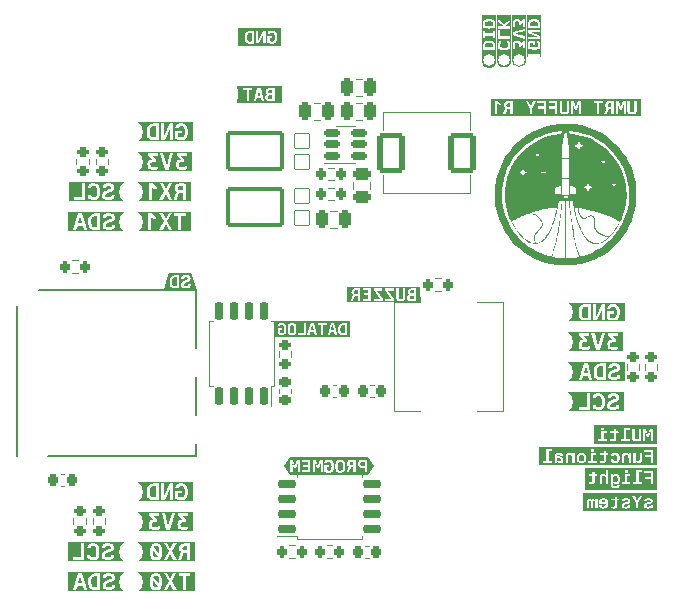
<source format=gbo>
G04 #@! TF.GenerationSoftware,KiCad,Pcbnew,7.0.7*
G04 #@! TF.CreationDate,2024-02-08T13:12:57-05:00*
G04 #@! TF.ProjectId,UMRT_FC_R2,554d5254-5f46-4435-9f52-322e6b696361,rev?*
G04 #@! TF.SameCoordinates,Original*
G04 #@! TF.FileFunction,Legend,Bot*
G04 #@! TF.FilePolarity,Positive*
%FSLAX46Y46*%
G04 Gerber Fmt 4.6, Leading zero omitted, Abs format (unit mm)*
G04 Created by KiCad (PCBNEW 7.0.7) date 2024-02-08 13:12:57*
%MOMM*%
%LPD*%
G01*
G04 APERTURE LIST*
G04 Aperture macros list*
%AMRoundRect*
0 Rectangle with rounded corners*
0 $1 Rounding radius*
0 $2 $3 $4 $5 $6 $7 $8 $9 X,Y pos of 4 corners*
0 Add a 4 corners polygon primitive as box body*
4,1,4,$2,$3,$4,$5,$6,$7,$8,$9,$2,$3,0*
0 Add four circle primitives for the rounded corners*
1,1,$1+$1,$2,$3*
1,1,$1+$1,$4,$5*
1,1,$1+$1,$6,$7*
1,1,$1+$1,$8,$9*
0 Add four rect primitives between the rounded corners*
20,1,$1+$1,$2,$3,$4,$5,0*
20,1,$1+$1,$4,$5,$6,$7,0*
20,1,$1+$1,$6,$7,$8,$9,0*
20,1,$1+$1,$8,$9,$2,$3,0*%
G04 Aperture macros list end*
%ADD10C,0.120000*%
%ADD11C,0.152400*%
%ADD12R,1.700000X1.700000*%
%ADD13O,1.700000X1.700000*%
%ADD14C,4.000000*%
%ADD15R,3.800000X3.800000*%
%ADD16C,3.800000*%
%ADD17C,0.800000*%
%ADD18C,6.400000*%
%ADD19R,1.000000X1.000000*%
%ADD20O,1.000000X1.000000*%
%ADD21C,2.000000*%
%ADD22RoundRect,0.200000X-0.275000X0.200000X-0.275000X-0.200000X0.275000X-0.200000X0.275000X0.200000X0*%
%ADD23R,4.200000X2.000000*%
%ADD24RoundRect,0.150000X-0.650000X-0.150000X0.650000X-0.150000X0.650000X0.150000X-0.650000X0.150000X0*%
%ADD25RoundRect,0.070000X0.630000X0.630000X-0.630000X0.630000X-0.630000X-0.630000X0.630000X-0.630000X0*%
%ADD26RoundRect,0.168000X2.262000X1.512000X-2.262000X1.512000X-2.262000X-1.512000X2.262000X-1.512000X0*%
%ADD27RoundRect,0.250000X0.250000X0.475000X-0.250000X0.475000X-0.250000X-0.475000X0.250000X-0.475000X0*%
%ADD28RoundRect,0.200000X-0.200000X-0.275000X0.200000X-0.275000X0.200000X0.275000X-0.200000X0.275000X0*%
%ADD29RoundRect,0.225000X0.225000X0.250000X-0.225000X0.250000X-0.225000X-0.250000X0.225000X-0.250000X0*%
%ADD30RoundRect,0.225000X-0.225000X-0.250000X0.225000X-0.250000X0.225000X0.250000X-0.225000X0.250000X0*%
%ADD31RoundRect,0.250000X-0.475000X0.250000X-0.475000X-0.250000X0.475000X-0.250000X0.475000X0.250000X0*%
%ADD32RoundRect,0.200000X0.200000X0.275000X-0.200000X0.275000X-0.200000X-0.275000X0.200000X-0.275000X0*%
%ADD33RoundRect,0.200000X0.275000X-0.200000X0.275000X0.200000X-0.275000X0.200000X-0.275000X-0.200000X0*%
%ADD34RoundRect,0.235000X-0.940000X-1.465000X0.940000X-1.465000X0.940000X1.465000X-0.940000X1.465000X0*%
%ADD35RoundRect,0.225000X0.250000X-0.225000X0.250000X0.225000X-0.250000X0.225000X-0.250000X-0.225000X0*%
%ADD36RoundRect,0.150000X-0.512500X-0.150000X0.512500X-0.150000X0.512500X0.150000X-0.512500X0.150000X0*%
%ADD37RoundRect,0.150000X0.150000X-0.650000X0.150000X0.650000X-0.150000X0.650000X-0.150000X-0.650000X0*%
%ADD38RoundRect,0.250000X-0.250000X-0.475000X0.250000X-0.475000X0.250000X0.475000X-0.250000X0.475000X0*%
%ADD39R,1.498600X0.812800*%
%ADD40R,1.905000X1.397000*%
%ADD41R,1.397000X1.803400*%
G04 APERTURE END LIST*
G36*
X109646955Y-133771370D02*
G01*
X109586472Y-133826814D01*
X109451391Y-133841935D01*
X109318327Y-133826814D01*
X109259859Y-133779435D01*
X109227601Y-133670564D01*
X109206432Y-133525403D01*
X109199376Y-133343952D01*
X109203408Y-133210887D01*
X109646955Y-133771370D01*
G37*
G36*
X109580423Y-132871170D02*
G01*
X109638891Y-132917541D01*
X109673165Y-133025404D01*
X109693326Y-133163508D01*
X109699375Y-133245918D01*
X109701391Y-133350000D01*
X109699375Y-133437701D01*
X109693326Y-133531451D01*
X109241714Y-132960888D01*
X109305222Y-132879235D01*
X109453407Y-132858065D01*
X109580423Y-132871170D01*
G37*
G36*
X112784718Y-134139649D02*
G01*
X112364692Y-134139649D01*
X111739693Y-134139649D01*
X110108648Y-134139649D01*
X109453407Y-134139649D01*
X108947360Y-134139649D01*
X107687282Y-134139649D01*
X107687282Y-133362097D01*
X108947360Y-133362097D01*
X108949628Y-133469959D01*
X108956433Y-133563709D01*
X108968781Y-133650907D01*
X108987683Y-133739112D01*
X109025989Y-133858568D01*
X109072360Y-133942741D01*
X109131332Y-133998436D01*
X109207440Y-134032458D01*
X109311271Y-134049847D01*
X109453407Y-134055644D01*
X109594032Y-134049847D01*
X109667405Y-134037499D01*
X110108648Y-134037499D01*
X110394938Y-134037499D01*
X110657034Y-133553629D01*
X110663082Y-133553629D01*
X110925179Y-134037499D01*
X111211468Y-134037499D01*
X110800179Y-133321774D01*
X111188914Y-132666534D01*
X111372758Y-132666534D01*
X111372758Y-132896372D01*
X111739693Y-132896372D01*
X111739693Y-134037499D01*
X111997757Y-134037499D01*
X111997757Y-132896372D01*
X112364692Y-132896372D01*
X112364692Y-132666534D01*
X111372758Y-132666534D01*
X111188914Y-132666534D01*
X111191307Y-132662501D01*
X110909050Y-132662501D01*
X110663082Y-133114113D01*
X110657034Y-133114113D01*
X110415099Y-132662501D01*
X110128809Y-132662501D01*
X110519938Y-133321774D01*
X110108648Y-134037499D01*
X109667405Y-134037499D01*
X109697359Y-134032458D01*
X109773215Y-133998184D01*
X109831431Y-133941733D01*
X109877046Y-133856299D01*
X109915100Y-133735080D01*
X109936381Y-133619489D01*
X109949150Y-133490457D01*
X109953406Y-133347984D01*
X109948702Y-133201703D01*
X109934589Y-133071999D01*
X109911068Y-132958872D01*
X109873518Y-132842693D01*
X109829415Y-132760283D01*
X109772459Y-132704840D01*
X109696351Y-132669558D01*
X109591764Y-132650657D01*
X109449375Y-132644356D01*
X109307238Y-132650657D01*
X109203408Y-132669558D01*
X109128055Y-132704588D01*
X109071352Y-132759275D01*
X109027249Y-132840928D01*
X108989699Y-132956856D01*
X108966177Y-133073567D01*
X108952064Y-133208647D01*
X108947360Y-133362097D01*
X107687282Y-133362097D01*
X107687282Y-132560351D01*
X108947360Y-132560351D01*
X112364692Y-132560351D01*
X112784718Y-132560351D01*
X112784718Y-134139649D01*
G37*
D10*
X150382500Y-114951742D02*
X150382500Y-115426258D01*
X149337500Y-114951742D02*
X149337500Y-115426258D01*
X136639000Y-109700000D02*
X138839000Y-109700000D01*
X131839000Y-109700000D02*
X131839000Y-109300000D01*
X129639000Y-109700000D02*
X131839000Y-109700000D01*
X129639000Y-109700000D02*
X129639000Y-118900000D01*
X138839000Y-118900000D02*
X138839000Y-109700000D01*
X136639000Y-118900000D02*
X138839000Y-118900000D01*
X129639000Y-118900000D02*
X131839000Y-118900000D01*
G36*
X145999594Y-115712137D02*
G01*
X145685079Y-115712137D01*
X145840320Y-115135525D01*
X145844353Y-115135525D01*
X145999594Y-115712137D01*
G37*
G36*
X147289914Y-116044797D02*
G01*
X147130640Y-116050846D01*
X147009169Y-116033709D01*
X146918947Y-115998427D01*
X146855187Y-115940211D01*
X146813101Y-115854274D01*
X146789663Y-115734566D01*
X146781851Y-115575040D01*
X146789411Y-115424083D01*
X146812093Y-115309920D01*
X146852667Y-115226755D01*
X146913907Y-115168791D01*
X147000348Y-115131241D01*
X147116527Y-115109315D01*
X147211285Y-115101755D01*
X147289914Y-115099235D01*
X147289914Y-116044797D01*
G37*
G36*
X149207921Y-116358641D02*
G01*
X148787895Y-116358641D01*
X148257654Y-116358641D01*
X147191124Y-116358641D01*
X145269757Y-116358641D01*
X144009679Y-116358641D01*
X144009679Y-116256491D01*
X145269757Y-116256491D01*
X145525805Y-116256491D01*
X145624595Y-115927862D01*
X146060078Y-115927862D01*
X146158868Y-116256491D01*
X146414916Y-116256491D01*
X146215696Y-115589153D01*
X146521771Y-115589153D01*
X146528491Y-115753243D01*
X146548652Y-115890676D01*
X146582254Y-116001451D01*
X146663403Y-116126703D01*
X146785883Y-116210120D01*
X146894530Y-116244842D01*
X147029610Y-116265675D01*
X147191124Y-116272620D01*
X147297083Y-116270827D01*
X147416034Y-116265451D01*
X147547978Y-116256491D01*
X147547978Y-115889556D01*
X147741526Y-115889556D01*
X147753119Y-116023628D01*
X147787897Y-116123426D01*
X147850145Y-116193991D01*
X147944147Y-116240362D01*
X148077463Y-116266067D01*
X148257654Y-116274636D01*
X148443390Y-116265059D01*
X148581242Y-116236329D01*
X148678268Y-116184414D01*
X148741524Y-116105281D01*
X148774790Y-115993386D01*
X148781847Y-115843185D01*
X148529831Y-115843185D01*
X148497573Y-115973225D01*
X148411888Y-116036733D01*
X148339559Y-116050342D01*
X148241525Y-116054878D01*
X148091324Y-116040765D01*
X148015719Y-115991370D01*
X147993542Y-115891572D01*
X148025800Y-115788750D01*
X148131646Y-115711129D01*
X148220608Y-115674586D01*
X148340315Y-115635524D01*
X148490265Y-115584869D01*
X148601404Y-115533710D01*
X148679780Y-115477510D01*
X148731444Y-115411734D01*
X148760173Y-115331593D01*
X148769750Y-115232299D01*
X148758409Y-115105283D01*
X148724387Y-115010525D01*
X148663399Y-114943237D01*
X148571162Y-114898630D01*
X148440870Y-114873681D01*
X148265719Y-114865364D01*
X148094096Y-114873933D01*
X147966324Y-114899638D01*
X147875347Y-114946009D01*
X147814107Y-115016574D01*
X147779833Y-115116876D01*
X147769752Y-115252460D01*
X148025800Y-115252460D01*
X148055034Y-115150646D01*
X148129630Y-115100243D01*
X148273783Y-115085122D01*
X148421968Y-115099235D01*
X148495557Y-115145606D01*
X148517734Y-115240364D01*
X148440114Y-115344194D01*
X148331999Y-115393841D01*
X148162896Y-115452057D01*
X148016475Y-115504980D01*
X147907857Y-115558911D01*
X147830992Y-115619143D01*
X147779833Y-115690967D01*
X147751103Y-115779425D01*
X147741526Y-115889556D01*
X147547978Y-115889556D01*
X147547978Y-114885526D01*
X147424995Y-114879477D01*
X147314108Y-114877461D01*
X147205237Y-114879981D01*
X147108463Y-114887542D01*
X146966774Y-114907703D01*
X146848159Y-114938617D01*
X146752617Y-114980283D01*
X146645006Y-115068741D01*
X146574190Y-115192985D01*
X146545068Y-115300175D01*
X146527595Y-115432231D01*
X146521771Y-115589153D01*
X146215696Y-115589153D01*
X146005643Y-114885526D01*
X145679030Y-114885526D01*
X145269757Y-116256491D01*
X144009679Y-116256491D01*
X144009679Y-114781359D01*
X145269757Y-114781359D01*
X148787895Y-114781359D01*
X149207921Y-114781359D01*
X149207921Y-116358641D01*
G37*
X121418000Y-124275000D02*
X121418000Y-124535000D01*
X121418000Y-129465000D02*
X119743000Y-129465000D01*
X121418000Y-129725000D02*
X121418000Y-129465000D01*
X124143000Y-124275000D02*
X121418000Y-124275000D01*
X124143000Y-124275000D02*
X126868000Y-124275000D01*
X124143000Y-129725000D02*
X121418000Y-129725000D01*
X124143000Y-129725000D02*
X126868000Y-129725000D01*
X126868000Y-124275000D02*
X126868000Y-124535000D01*
X126868000Y-129725000D02*
X126868000Y-129465000D01*
G36*
X145930557Y-94839779D02*
G01*
X146376073Y-94997953D01*
X146805378Y-95189671D01*
X147216767Y-95413467D01*
X147608535Y-95667873D01*
X147978975Y-95951421D01*
X148326383Y-96262644D01*
X148649053Y-96600074D01*
X148945279Y-96962244D01*
X149213356Y-97347686D01*
X149451578Y-97754933D01*
X149658239Y-98182516D01*
X149831635Y-98628970D01*
X149970059Y-99092825D01*
X149984268Y-99149031D01*
X150028314Y-99332367D01*
X150063454Y-99498132D01*
X150090624Y-99654546D01*
X150110758Y-99809826D01*
X150124791Y-99972193D01*
X150133657Y-100149865D01*
X150138291Y-100351061D01*
X150139629Y-100584000D01*
X150139627Y-100594008D01*
X150139624Y-100610543D01*
X150139241Y-100786726D01*
X150137996Y-100930449D01*
X150135543Y-101048383D01*
X150131540Y-101147199D01*
X150125640Y-101233568D01*
X150117500Y-101314162D01*
X150106775Y-101395652D01*
X150093121Y-101484709D01*
X150007573Y-101924743D01*
X149885449Y-102375137D01*
X149729857Y-102810284D01*
X149538930Y-103236088D01*
X149519418Y-103275262D01*
X149315512Y-103652186D01*
X149095722Y-103999702D01*
X148854181Y-104326454D01*
X148585022Y-104641084D01*
X148319070Y-104914845D01*
X147975486Y-105222187D01*
X147610117Y-105499705D01*
X147218729Y-105750564D01*
X147009368Y-105863460D01*
X146797089Y-105977929D01*
X146681205Y-106033791D01*
X146239450Y-106220530D01*
X145788929Y-106369481D01*
X145325632Y-106481837D01*
X144845552Y-106558791D01*
X144790294Y-106564628D01*
X144650704Y-106574506D01*
X144485007Y-106581387D01*
X144302520Y-106585266D01*
X144112561Y-106586139D01*
X143924446Y-106584001D01*
X143747494Y-106578847D01*
X143591020Y-106570673D01*
X143464342Y-106559474D01*
X143385712Y-106549764D01*
X142902395Y-106467178D01*
X142431379Y-106347322D01*
X141974504Y-106191351D01*
X141533607Y-106000423D01*
X141110527Y-105775694D01*
X140707103Y-105518320D01*
X140325174Y-105229458D01*
X139966579Y-104910265D01*
X139633156Y-104561898D01*
X139326743Y-104185512D01*
X139049181Y-103782265D01*
X139003018Y-103706572D01*
X138910851Y-103543670D01*
X138814286Y-103360103D01*
X138718604Y-103166693D01*
X138629084Y-102974261D01*
X138551008Y-102793628D01*
X138489655Y-102635615D01*
X138476237Y-102597590D01*
X138392190Y-102334436D01*
X138314828Y-102050284D01*
X138248331Y-101761564D01*
X138196879Y-101484709D01*
X138194859Y-101472045D01*
X138181620Y-101384395D01*
X138171263Y-101303414D01*
X138163444Y-101222431D01*
X138157820Y-101134776D01*
X138154045Y-101033776D01*
X138151775Y-100912760D01*
X138150665Y-100765059D01*
X138150515Y-100672211D01*
X138744617Y-100672211D01*
X138769841Y-101127852D01*
X138832641Y-101579617D01*
X138933015Y-102024194D01*
X139070964Y-102458274D01*
X139085446Y-102496778D01*
X139153101Y-102660153D01*
X139236559Y-102842309D01*
X139330199Y-103032125D01*
X139428398Y-103218480D01*
X139525534Y-103390253D01*
X139615985Y-103536324D01*
X139715327Y-103682175D01*
X139998284Y-104049976D01*
X140308954Y-104390479D01*
X140645357Y-104702219D01*
X141005513Y-104983729D01*
X141387444Y-105233544D01*
X141789169Y-105450199D01*
X142208709Y-105632228D01*
X142644083Y-105778166D01*
X142653824Y-105780965D01*
X142746410Y-105807158D01*
X142824420Y-105828507D01*
X142879906Y-105842880D01*
X142904920Y-105848145D01*
X142912196Y-105845725D01*
X143002768Y-105845725D01*
X143006070Y-105869377D01*
X143006938Y-105869877D01*
X143041003Y-105880403D01*
X143106587Y-105894137D01*
X143195899Y-105909856D01*
X143301148Y-105926335D01*
X143414542Y-105942350D01*
X143528290Y-105956679D01*
X143634598Y-105968097D01*
X143672899Y-105971539D01*
X143783593Y-105979656D01*
X143892199Y-105985413D01*
X143979870Y-105987739D01*
X144124985Y-105988255D01*
X144164857Y-105988255D01*
X144320059Y-105985534D01*
X144393670Y-105982879D01*
X144503568Y-105975738D01*
X144626546Y-105965135D01*
X144755981Y-105951897D01*
X144885249Y-105936851D01*
X145007727Y-105920825D01*
X145116791Y-105904645D01*
X145205819Y-105889139D01*
X145268187Y-105875135D01*
X145297271Y-105863460D01*
X145295200Y-105847717D01*
X145282458Y-105799396D01*
X145260369Y-105724779D01*
X145230798Y-105630125D01*
X145195607Y-105521695D01*
X145191541Y-105509338D01*
X145121496Y-105284578D01*
X145049203Y-105032282D01*
X144977615Y-104763898D01*
X144909690Y-104490870D01*
X144848383Y-104224646D01*
X144796649Y-103976671D01*
X144781803Y-103899046D01*
X144738860Y-103657187D01*
X144694729Y-103385329D01*
X144650387Y-103090808D01*
X144606812Y-102780962D01*
X144564980Y-102463127D01*
X144525870Y-102144639D01*
X144490457Y-101832834D01*
X144459719Y-101535050D01*
X144434633Y-101258623D01*
X144421635Y-101102592D01*
X144383745Y-101104409D01*
X144298330Y-101108505D01*
X144175024Y-101114417D01*
X144169940Y-103551336D01*
X144164857Y-105988255D01*
X144124985Y-105988255D01*
X144124985Y-103546332D01*
X144124985Y-101104409D01*
X143996914Y-101104409D01*
X143868843Y-101104409D01*
X143855751Y-101249524D01*
X143845701Y-101358567D01*
X143810831Y-101708212D01*
X143771514Y-102064900D01*
X143728645Y-102421912D01*
X143683120Y-102772530D01*
X143635835Y-103110034D01*
X143587683Y-103427704D01*
X143539562Y-103718823D01*
X143492365Y-103976671D01*
X143483172Y-104023284D01*
X143431075Y-104268536D01*
X143369866Y-104531104D01*
X143302482Y-104799597D01*
X143231863Y-105062625D01*
X143160944Y-105308794D01*
X143092664Y-105526714D01*
X143080708Y-105563203D01*
X143039909Y-105693343D01*
X143013988Y-105787282D01*
X143002768Y-105845725D01*
X142912196Y-105845725D01*
X142917262Y-105844040D01*
X142931804Y-105826984D01*
X142949478Y-105791892D01*
X142972461Y-105733713D01*
X143002933Y-105647397D01*
X143043073Y-105527892D01*
X143052134Y-105500303D01*
X143109264Y-105315822D01*
X143170167Y-105103387D01*
X143232319Y-104872847D01*
X143293198Y-104634054D01*
X143350280Y-104396858D01*
X143401042Y-104171111D01*
X143442961Y-103966663D01*
X143447991Y-103940331D01*
X143485794Y-103731327D01*
X143525008Y-103496811D01*
X143564765Y-103243272D01*
X143604200Y-102977198D01*
X143642443Y-102705077D01*
X143678628Y-102433395D01*
X143711887Y-102168642D01*
X143741353Y-101917305D01*
X143766158Y-101685872D01*
X143785436Y-101480830D01*
X143798318Y-101308668D01*
X143810943Y-101102338D01*
X143684012Y-101108378D01*
X143557082Y-101114417D01*
X143503651Y-101434669D01*
X143459014Y-101684877D01*
X143443203Y-101773506D01*
X143374748Y-102104013D01*
X143300416Y-102408897D01*
X143218236Y-102695576D01*
X143126234Y-102971469D01*
X143022438Y-103243993D01*
X142967571Y-103379329D01*
X142920620Y-103492645D01*
X142880680Y-103584308D01*
X142843780Y-103662286D01*
X142805944Y-103734545D01*
X142763202Y-103809054D01*
X142711579Y-103893778D01*
X142647103Y-103996687D01*
X142641180Y-104006042D01*
X142526616Y-104171119D01*
X142402482Y-104323384D01*
X142274669Y-104456662D01*
X142149071Y-104564782D01*
X142031578Y-104641571D01*
X141852831Y-104717068D01*
X141657624Y-104759411D01*
X141460233Y-104762920D01*
X141264435Y-104727549D01*
X141074010Y-104653253D01*
X140863600Y-104529548D01*
X140647056Y-104366351D01*
X140433487Y-104170702D01*
X140225553Y-103946416D01*
X140025914Y-103697309D01*
X139837229Y-103427194D01*
X139662157Y-103139887D01*
X139517135Y-102865291D01*
X139589837Y-102865291D01*
X139597431Y-102894626D01*
X139620419Y-102942890D01*
X139660849Y-103018100D01*
X139745075Y-103166015D01*
X139977367Y-103521789D01*
X140241473Y-103861170D01*
X140531884Y-104176829D01*
X140678386Y-104314296D01*
X140846530Y-104447347D01*
X141016213Y-104553119D01*
X141195584Y-104637267D01*
X141245772Y-104655052D01*
X141345099Y-104681887D01*
X141437673Y-104698397D01*
X141562575Y-104712373D01*
X141520586Y-104594719D01*
X141509712Y-104560770D01*
X141483130Y-104432167D01*
X141468183Y-104273342D01*
X141467032Y-104250480D01*
X141463728Y-104163063D01*
X141465292Y-104100811D01*
X141473541Y-104051529D01*
X141490289Y-104003018D01*
X141517353Y-103943082D01*
X141537530Y-103903885D01*
X141578277Y-103839953D01*
X141634225Y-103768178D01*
X141710336Y-103682375D01*
X141811575Y-103576356D01*
X141863093Y-103522755D01*
X141941541Y-103437765D01*
X142009191Y-103360448D01*
X142060146Y-103297621D01*
X142088511Y-103256104D01*
X142107912Y-103212648D01*
X142130230Y-103096033D01*
X142115837Y-102969988D01*
X142065562Y-102837044D01*
X141980233Y-102699730D01*
X141860678Y-102560576D01*
X141805681Y-102507555D01*
X141693771Y-102419854D01*
X141572503Y-102353519D01*
X141434515Y-102305663D01*
X141272442Y-102273395D01*
X141078922Y-102253827D01*
X140892439Y-102241334D01*
X140632234Y-102345210D01*
X140629311Y-102346379D01*
X140538682Y-102384169D01*
X140429174Y-102432166D01*
X140306950Y-102487429D01*
X140178175Y-102547023D01*
X140049011Y-102608009D01*
X139925621Y-102667449D01*
X139814170Y-102722405D01*
X139720820Y-102769940D01*
X139651735Y-102807116D01*
X139613079Y-102830995D01*
X139612644Y-102831325D01*
X139595591Y-102846864D01*
X139589837Y-102865291D01*
X139517135Y-102865291D01*
X139503357Y-102839202D01*
X139363490Y-102528955D01*
X139245214Y-102212960D01*
X139230218Y-102162254D01*
X141126291Y-102162254D01*
X141128705Y-102172851D01*
X141167938Y-102183230D01*
X141241389Y-102192411D01*
X141346863Y-102206726D01*
X141549081Y-102262402D01*
X141731625Y-102352410D01*
X141892518Y-102475383D01*
X142029781Y-102629953D01*
X142141437Y-102814753D01*
X142146712Y-102825569D01*
X142181638Y-102908433D01*
X142198707Y-102982359D01*
X142203032Y-103068410D01*
X142202047Y-103096033D01*
X142200909Y-103127956D01*
X142190447Y-103198062D01*
X142167988Y-103264210D01*
X142129966Y-103332532D01*
X142072813Y-103409157D01*
X141992963Y-103500216D01*
X141886849Y-103611839D01*
X141777433Y-103727043D01*
X141689978Y-103826855D01*
X141626130Y-103912071D01*
X141582525Y-103988642D01*
X141555794Y-104062520D01*
X141542574Y-104139658D01*
X141539497Y-104226006D01*
X141540126Y-104254032D01*
X141564459Y-104455815D01*
X141621034Y-104652203D01*
X141623678Y-104659020D01*
X141639313Y-104688918D01*
X141662158Y-104701671D01*
X141702703Y-104699554D01*
X141771438Y-104684845D01*
X141810991Y-104674267D01*
X141962890Y-104611337D01*
X142116305Y-104514427D01*
X142264849Y-104387387D01*
X142286906Y-104365195D01*
X142386526Y-104252573D01*
X142492418Y-104115885D01*
X142597238Y-103965538D01*
X142693641Y-103811941D01*
X142774279Y-103665502D01*
X142787104Y-103639594D01*
X142841976Y-103520791D01*
X142903616Y-103377285D01*
X142967772Y-103219708D01*
X143030191Y-103058696D01*
X143086621Y-102904881D01*
X143132810Y-102768898D01*
X143134275Y-102764322D01*
X143169158Y-102649735D01*
X143206806Y-102516912D01*
X143245197Y-102373943D01*
X143282310Y-102228915D01*
X143316122Y-102089914D01*
X143344612Y-101965029D01*
X143365758Y-101862347D01*
X143377539Y-101789954D01*
X143389912Y-101684877D01*
X143302090Y-101694830D01*
X143294137Y-101695732D01*
X143234606Y-101702475D01*
X143147825Y-101712302D01*
X143044178Y-101724037D01*
X142934047Y-101736505D01*
X142800080Y-101752636D01*
X142514281Y-101794559D01*
X142231167Y-101847430D01*
X141931467Y-101914674D01*
X141919861Y-101917483D01*
X141809254Y-101945757D01*
X141687730Y-101979054D01*
X141562379Y-102015194D01*
X141440288Y-102051997D01*
X141328545Y-102087284D01*
X141234239Y-102118876D01*
X141164458Y-102144592D01*
X141126291Y-102162254D01*
X139230218Y-102162254D01*
X139151189Y-101895032D01*
X139060033Y-101474363D01*
X139000762Y-101033884D01*
X138992795Y-100864220D01*
X143962322Y-100864220D01*
X144145000Y-100864220D01*
X144327679Y-100864220D01*
X144321406Y-100799169D01*
X144315134Y-100734118D01*
X144145000Y-100734118D01*
X143974866Y-100734118D01*
X143968594Y-100799169D01*
X143962322Y-100864220D01*
X138992795Y-100864220D01*
X138980242Y-100596886D01*
X138981615Y-100563984D01*
X143284323Y-100563984D01*
X143524512Y-100563984D01*
X143764701Y-100563984D01*
X143824748Y-100563984D01*
X143824748Y-100664063D01*
X144145000Y-100664063D01*
X144465253Y-100664063D01*
X144465253Y-100563984D01*
X144525300Y-100563984D01*
X144765489Y-100563984D01*
X145005678Y-100563984D01*
X145005678Y-100295134D01*
X145005678Y-100026284D01*
X144950635Y-99987235D01*
X144935201Y-99978109D01*
X144884921Y-99955052D01*
X145711218Y-99955052D01*
X145717987Y-99982251D01*
X145760039Y-100010854D01*
X145839579Y-100042772D01*
X145859720Y-100049957D01*
X145911166Y-100074611D01*
X145941739Y-100108257D01*
X145965663Y-100164647D01*
X145975178Y-100190961D01*
X145996881Y-100245574D01*
X146012857Y-100278759D01*
X146021115Y-100289165D01*
X146046498Y-100303779D01*
X146052866Y-100302937D01*
X146074293Y-100285700D01*
X146097943Y-100241621D01*
X146127333Y-100164647D01*
X146134201Y-100145724D01*
X146158555Y-100097108D01*
X146193552Y-100067374D01*
X146253416Y-100042772D01*
X146301167Y-100025005D01*
X146360185Y-99995115D01*
X146382906Y-99967507D01*
X146371532Y-99940271D01*
X146358927Y-99931006D01*
X146313497Y-99907918D01*
X146253416Y-99884250D01*
X146228153Y-99875166D01*
X146179340Y-99850737D01*
X146149981Y-99815986D01*
X146125759Y-99756592D01*
X146115427Y-99728823D01*
X148027099Y-99728823D01*
X148039633Y-99751210D01*
X148092073Y-99774697D01*
X148139579Y-99800616D01*
X148176840Y-99858328D01*
X148188840Y-99891299D01*
X148208525Y-99928918D01*
X148226551Y-99931195D01*
X148246407Y-99896894D01*
X148271585Y-99824780D01*
X148272156Y-99823232D01*
X148297956Y-99797387D01*
X148344215Y-99774740D01*
X148372950Y-99763460D01*
X148403439Y-99739594D01*
X148393904Y-99715643D01*
X148344342Y-99691962D01*
X148290836Y-99660493D01*
X148257789Y-99601891D01*
X148245035Y-99569527D01*
X148222714Y-99542222D01*
X148200328Y-99554755D01*
X148176840Y-99607195D01*
X148145371Y-99660702D01*
X148086769Y-99693748D01*
X148054405Y-99706502D01*
X148027099Y-99728823D01*
X146115427Y-99728823D01*
X146107992Y-99708842D01*
X146078101Y-99649824D01*
X146050494Y-99627103D01*
X146023258Y-99638477D01*
X146013992Y-99651082D01*
X145990905Y-99696511D01*
X145967236Y-99756592D01*
X145958153Y-99781855D01*
X145933724Y-99830669D01*
X145898973Y-99860027D01*
X145839579Y-99884250D01*
X145807701Y-99896083D01*
X145753238Y-99920373D01*
X145721463Y-99940271D01*
X145711218Y-99955052D01*
X144884921Y-99955052D01*
X144882010Y-99953717D01*
X144808878Y-99924738D01*
X144727171Y-99895195D01*
X144648258Y-99869111D01*
X144583506Y-99850511D01*
X144544282Y-99843416D01*
X144539572Y-99852605D01*
X144533693Y-99896655D01*
X144529192Y-99972933D01*
X144526314Y-100076821D01*
X144525300Y-100203700D01*
X144525300Y-100563984D01*
X144465253Y-100563984D01*
X144465253Y-99972891D01*
X144465238Y-99898605D01*
X144464997Y-99727430D01*
X144464305Y-99590804D01*
X144462964Y-99484745D01*
X144460776Y-99405272D01*
X144457545Y-99348403D01*
X144453072Y-99310156D01*
X144447159Y-99286551D01*
X144439609Y-99273604D01*
X144430225Y-99267335D01*
X144429017Y-99266878D01*
X144391422Y-99260894D01*
X144324405Y-99256635D01*
X144237883Y-99254102D01*
X144141773Y-99253296D01*
X144045990Y-99254217D01*
X143960452Y-99256863D01*
X143895075Y-99261236D01*
X143859776Y-99267335D01*
X143856011Y-99269166D01*
X143847342Y-99277484D01*
X143840432Y-99293980D01*
X143835085Y-99322635D01*
X143831103Y-99367432D01*
X143828288Y-99432351D01*
X143826443Y-99521375D01*
X143825370Y-99638485D01*
X143824871Y-99787663D01*
X143824748Y-99972891D01*
X143824748Y-100563984D01*
X143764701Y-100563984D01*
X143764701Y-100203700D01*
X143764217Y-100114306D01*
X143761896Y-100002720D01*
X143757877Y-99917298D01*
X143752403Y-99862657D01*
X143745718Y-99843416D01*
X143730239Y-99845232D01*
X143676979Y-99858515D01*
X143603807Y-99881317D01*
X143522093Y-99909613D01*
X143443203Y-99939380D01*
X143378505Y-99966595D01*
X143339366Y-99987235D01*
X143284323Y-100026284D01*
X143284323Y-100295134D01*
X143284323Y-100563984D01*
X138981615Y-100563984D01*
X138998473Y-100159988D01*
X139055455Y-99719809D01*
X139151189Y-99272967D01*
X139168941Y-99206431D01*
X143824748Y-99206431D01*
X143909815Y-99189660D01*
X143971970Y-99181335D01*
X144056996Y-99175223D01*
X144145000Y-99172889D01*
X144230808Y-99175115D01*
X144316130Y-99181151D01*
X144380186Y-99189660D01*
X144465253Y-99206431D01*
X144465253Y-98383397D01*
X144465246Y-98321069D01*
X144465129Y-98182108D01*
X144525300Y-98182108D01*
X144525391Y-98219469D01*
X144527338Y-98277507D01*
X144534234Y-98308162D01*
X144549196Y-98320158D01*
X144575339Y-98322219D01*
X144577886Y-98322209D01*
X144609094Y-98317058D01*
X144622513Y-98294694D01*
X144625379Y-98243778D01*
X144624215Y-98223165D01*
X144611816Y-98163128D01*
X144590131Y-98104484D01*
X144564512Y-98059920D01*
X144540312Y-98042125D01*
X144539712Y-98042231D01*
X144532428Y-98063076D01*
X144527263Y-98113072D01*
X144525300Y-98182108D01*
X144465129Y-98182108D01*
X144465083Y-98128173D01*
X144464583Y-97970624D01*
X144463595Y-97844784D01*
X144462971Y-97807310D01*
X147146406Y-97807310D01*
X147158939Y-97829697D01*
X147211380Y-97853184D01*
X147258885Y-97879103D01*
X147296147Y-97936815D01*
X147308147Y-97969786D01*
X147327832Y-98007405D01*
X147345857Y-98009682D01*
X147365714Y-97975381D01*
X147390892Y-97903267D01*
X147391462Y-97901719D01*
X147417263Y-97875874D01*
X147463521Y-97853227D01*
X147492256Y-97841947D01*
X147522746Y-97818081D01*
X147513210Y-97794130D01*
X147463649Y-97770449D01*
X147410142Y-97738980D01*
X147377096Y-97680378D01*
X147364342Y-97648014D01*
X147342021Y-97620709D01*
X147319634Y-97633242D01*
X147296147Y-97685682D01*
X147264677Y-97739189D01*
X147206076Y-97772235D01*
X147173712Y-97784989D01*
X147146406Y-97807310D01*
X144462971Y-97807310D01*
X144461967Y-97747013D01*
X144459547Y-97673669D01*
X144456181Y-97621114D01*
X144451718Y-97585707D01*
X144446006Y-97563809D01*
X144438893Y-97551780D01*
X144430225Y-97545980D01*
X144429017Y-97545523D01*
X144391422Y-97539538D01*
X144324405Y-97535279D01*
X144237883Y-97532747D01*
X144141773Y-97531941D01*
X144045990Y-97532861D01*
X143960452Y-97535508D01*
X143895075Y-97539881D01*
X143859776Y-97545980D01*
X143857123Y-97547218D01*
X143848917Y-97554432D01*
X143842220Y-97568918D01*
X143836882Y-97594316D01*
X143832749Y-97634267D01*
X143829670Y-97692409D01*
X143827492Y-97772384D01*
X143826063Y-97877830D01*
X143825231Y-98012387D01*
X143824844Y-98179697D01*
X143824843Y-98182108D01*
X143824748Y-98383397D01*
X143824748Y-98718791D01*
X143824748Y-99206431D01*
X139168941Y-99206431D01*
X139184470Y-99148224D01*
X139247088Y-98942920D01*
X139319268Y-98743628D01*
X139340735Y-98692510D01*
X140238836Y-98692510D01*
X140238851Y-98693757D01*
X140243060Y-98707625D01*
X140260272Y-98721850D01*
X140298491Y-98741395D01*
X140365719Y-98771227D01*
X140385417Y-98781410D01*
X140442954Y-98829873D01*
X140485511Y-98892059D01*
X140502132Y-98953340D01*
X140502135Y-98953865D01*
X140516246Y-98990011D01*
X140547092Y-99007946D01*
X140578668Y-98998275D01*
X140589331Y-98985108D01*
X140602211Y-98951787D01*
X140604350Y-98932064D01*
X140630996Y-98870056D01*
X140679427Y-98811582D01*
X140738624Y-98771227D01*
X140775355Y-98755185D01*
X140841512Y-98723469D01*
X140860191Y-98708019D01*
X142082419Y-98708019D01*
X142094952Y-98730406D01*
X142147392Y-98753894D01*
X142194898Y-98779812D01*
X142232159Y-98837524D01*
X142244160Y-98870495D01*
X142263844Y-98908114D01*
X142281870Y-98910391D01*
X142301726Y-98876090D01*
X142326905Y-98803976D01*
X142327475Y-98802428D01*
X142353275Y-98776583D01*
X142399534Y-98753937D01*
X142428269Y-98742656D01*
X142458759Y-98718791D01*
X142449223Y-98694839D01*
X142399661Y-98671159D01*
X142346155Y-98639689D01*
X142313108Y-98581088D01*
X142300354Y-98548723D01*
X142278034Y-98521418D01*
X142255647Y-98533951D01*
X142232159Y-98586391D01*
X142200690Y-98639898D01*
X142142088Y-98672944D01*
X142109724Y-98685698D01*
X142093229Y-98699182D01*
X142082419Y-98708019D01*
X140860191Y-98708019D01*
X140870875Y-98699182D01*
X140863419Y-98676583D01*
X140819120Y-98649929D01*
X140737954Y-98613476D01*
X140678805Y-98576191D01*
X140631206Y-98506728D01*
X140630745Y-98505666D01*
X140600428Y-98437578D01*
X140580402Y-98398633D01*
X140565905Y-98381006D01*
X140552171Y-98376870D01*
X140551986Y-98376871D01*
X140538273Y-98381126D01*
X140523736Y-98398970D01*
X140503612Y-98438228D01*
X140473137Y-98506728D01*
X140435852Y-98565876D01*
X140366389Y-98613476D01*
X140358177Y-98617047D01*
X140293989Y-98645729D01*
X140258026Y-98664569D01*
X140242303Y-98678514D01*
X140238836Y-98692510D01*
X139340735Y-98692510D01*
X139405778Y-98537631D01*
X139511384Y-98312211D01*
X139547931Y-98243778D01*
X143664622Y-98243778D01*
X143664628Y-98247769D01*
X143667914Y-98296691D01*
X143682181Y-98317727D01*
X143714662Y-98322219D01*
X143728005Y-98321964D01*
X143748732Y-98316513D01*
X143759681Y-98297202D01*
X143763965Y-98255308D01*
X143764701Y-98182108D01*
X143764689Y-98176508D01*
X143762449Y-98108547D01*
X143757088Y-98060381D01*
X143749689Y-98042125D01*
X143740967Y-98044947D01*
X143715594Y-98074449D01*
X143690844Y-98125879D01*
X143672070Y-98186551D01*
X143664622Y-98243778D01*
X139547931Y-98243778D01*
X139679831Y-97996798D01*
X139896861Y-97653063D01*
X140031766Y-97471549D01*
X143824748Y-97471549D01*
X144145000Y-97471549D01*
X144465253Y-97471549D01*
X144465253Y-97240114D01*
X144465250Y-97236347D01*
X144458944Y-97016210D01*
X144441271Y-96767126D01*
X144413401Y-96497995D01*
X144405327Y-96436662D01*
X144909481Y-96436662D01*
X144920833Y-96463977D01*
X144933120Y-96473056D01*
X144978324Y-96496119D01*
X145038199Y-96519739D01*
X145041742Y-96520966D01*
X145096404Y-96542380D01*
X145131143Y-96566836D01*
X145157201Y-96605845D01*
X145185820Y-96670918D01*
X145207107Y-96721168D01*
X145224597Y-96759798D01*
X145232786Y-96773133D01*
X145258056Y-96795076D01*
X145283742Y-96790407D01*
X145312789Y-96762950D01*
X145325930Y-96726691D01*
X145331009Y-96700468D01*
X145349057Y-96655635D01*
X145365916Y-96622398D01*
X145385812Y-96581567D01*
X145395526Y-96570137D01*
X145436002Y-96544293D01*
X145493567Y-96519739D01*
X145540093Y-96502448D01*
X145599392Y-96472502D01*
X145622285Y-96444812D01*
X145610933Y-96417497D01*
X145598646Y-96408418D01*
X145553442Y-96385356D01*
X145493567Y-96361735D01*
X145490024Y-96360508D01*
X145435362Y-96339094D01*
X145400623Y-96314639D01*
X145374565Y-96275630D01*
X145345946Y-96210556D01*
X145324778Y-96160452D01*
X145302683Y-96116124D01*
X145284866Y-96095516D01*
X145265883Y-96090461D01*
X145252097Y-96092789D01*
X145234502Y-96107995D01*
X145214225Y-96144528D01*
X145185820Y-96210556D01*
X145184114Y-96214705D01*
X145155900Y-96278164D01*
X145129670Y-96316147D01*
X145094183Y-96340167D01*
X145038199Y-96361735D01*
X144991673Y-96379026D01*
X144932374Y-96408972D01*
X144909481Y-96436662D01*
X144405327Y-96436662D01*
X144376504Y-96217715D01*
X144331748Y-95935186D01*
X144280303Y-95659307D01*
X144223338Y-95398975D01*
X144217734Y-95375688D01*
X144194050Y-95283217D01*
X144179467Y-95232301D01*
X144451105Y-95232301D01*
X144455036Y-95269418D01*
X144469692Y-95323608D01*
X144479607Y-95353165D01*
X144491525Y-95379133D01*
X144509465Y-95398756D01*
X144539029Y-95414028D01*
X144585821Y-95426938D01*
X144655442Y-95439477D01*
X144753495Y-95453638D01*
X144885584Y-95471410D01*
X145109573Y-95506908D01*
X145534171Y-95604505D01*
X145949934Y-95739732D01*
X146354053Y-95911181D01*
X146743720Y-96117446D01*
X147116129Y-96357118D01*
X147229862Y-96444812D01*
X147468471Y-96628792D01*
X147797940Y-96931060D01*
X147842791Y-96976428D01*
X148147530Y-97315750D01*
X148264739Y-97471549D01*
X148417549Y-97674669D01*
X148506685Y-97818081D01*
X148653026Y-98053529D01*
X148748882Y-98243778D01*
X148854136Y-98452678D01*
X149021056Y-98872460D01*
X149121763Y-99206431D01*
X149153964Y-99313220D01*
X149245379Y-99739594D01*
X149253036Y-99775306D01*
X149260675Y-99820351D01*
X149272909Y-99900998D01*
X149280783Y-99967507D01*
X149282188Y-99979379D01*
X149288902Y-100062542D01*
X149293442Y-100157537D01*
X149296201Y-100271412D01*
X149297569Y-100411217D01*
X149297895Y-100563984D01*
X149297938Y-100584000D01*
X149297861Y-100664063D01*
X149297847Y-100678156D01*
X149297009Y-100832956D01*
X149296501Y-100864220D01*
X149294969Y-100958434D01*
X149291335Y-101061638D01*
X149285716Y-101149617D01*
X149277721Y-101229420D01*
X149266958Y-101308096D01*
X149253036Y-101392694D01*
X149165760Y-101810171D01*
X149040838Y-102241554D01*
X148883385Y-102651701D01*
X148776516Y-102870456D01*
X148692040Y-103043372D01*
X148465443Y-103419326D01*
X148202233Y-103782325D01*
X147901048Y-104135128D01*
X147854812Y-104184685D01*
X147830363Y-104209088D01*
X147736415Y-104302860D01*
X147621200Y-104402119D01*
X147495767Y-104493398D01*
X147346718Y-104587635D01*
X147194378Y-104670342D01*
X147047460Y-104728345D01*
X146902090Y-104760636D01*
X146747049Y-104770639D01*
X146656903Y-104767513D01*
X146475913Y-104738533D01*
X146309012Y-104677120D01*
X146150413Y-104580785D01*
X145994328Y-104447041D01*
X145967580Y-104420566D01*
X145866751Y-104313280D01*
X145774317Y-104200467D01*
X145682193Y-104071718D01*
X145582292Y-103916624D01*
X145546027Y-103857979D01*
X145504116Y-103788821D01*
X145469739Y-103728756D01*
X145439145Y-103670080D01*
X145408580Y-103605093D01*
X145374291Y-103526091D01*
X145332525Y-103425372D01*
X145279531Y-103295233D01*
X145255406Y-103235165D01*
X145129207Y-102894808D01*
X145020656Y-102551703D01*
X144927312Y-102196726D01*
X144846734Y-101820751D01*
X144826689Y-101704882D01*
X144900158Y-101704882D01*
X144912827Y-101797312D01*
X144913523Y-101802231D01*
X144927342Y-101879044D01*
X144950106Y-101985148D01*
X144979700Y-102112130D01*
X145014012Y-102251575D01*
X145050927Y-102395070D01*
X145088330Y-102534201D01*
X145124108Y-102660555D01*
X145156147Y-102765718D01*
X145166517Y-102797508D01*
X145216112Y-102940332D01*
X145274801Y-103098036D01*
X145338346Y-103260013D01*
X145402507Y-103415655D01*
X145463045Y-103554354D01*
X145515721Y-103665502D01*
X145533159Y-103699276D01*
X145618231Y-103848370D01*
X145717311Y-104002137D01*
X145823055Y-104150168D01*
X145928117Y-104282054D01*
X146025151Y-104387387D01*
X146036173Y-104398064D01*
X146196591Y-104531284D01*
X146361038Y-104627626D01*
X146526876Y-104685523D01*
X146646144Y-104704101D01*
X146832943Y-104700953D01*
X147023285Y-104660979D01*
X147211925Y-104584948D01*
X147243137Y-104568697D01*
X147333670Y-104516908D01*
X147427677Y-104457556D01*
X147518815Y-104395262D01*
X147600741Y-104334647D01*
X147667113Y-104280333D01*
X147711587Y-104236939D01*
X147727821Y-104209088D01*
X147727810Y-104208911D01*
X147708925Y-104198800D01*
X147660962Y-104185053D01*
X147594073Y-104170594D01*
X147559627Y-104163638D01*
X147351055Y-104103349D01*
X147154074Y-104016092D01*
X146974224Y-103905719D01*
X146817042Y-103776079D01*
X146688065Y-103631024D01*
X146592832Y-103474403D01*
X146566846Y-103418496D01*
X146540352Y-103352491D01*
X146525891Y-103294065D01*
X146520007Y-103227359D01*
X146519249Y-103136515D01*
X146519379Y-103122215D01*
X146522395Y-103013412D01*
X146528328Y-102899836D01*
X146536046Y-102803888D01*
X146540507Y-102691707D01*
X146524343Y-102595357D01*
X146483982Y-102522070D01*
X146417300Y-102465797D01*
X146415448Y-102464659D01*
X146355290Y-102436378D01*
X146292570Y-102427219D01*
X146219834Y-102438287D01*
X146129628Y-102470689D01*
X146014500Y-102525528D01*
X145904434Y-102577737D01*
X145804119Y-102613254D01*
X145719881Y-102625803D01*
X145643722Y-102616473D01*
X145567644Y-102586353D01*
X145516951Y-102554453D01*
X145428333Y-102471051D01*
X145345775Y-102360916D01*
X145273761Y-102232559D01*
X145216773Y-102094491D01*
X145179294Y-101955226D01*
X145165804Y-101823273D01*
X145165406Y-101788664D01*
X145159678Y-101747654D01*
X145151234Y-101738576D01*
X145239530Y-101738576D01*
X145251699Y-101883735D01*
X145255516Y-101918601D01*
X145294278Y-102080209D01*
X145364241Y-102238856D01*
X145459943Y-102381489D01*
X145507899Y-102436047D01*
X145586125Y-102503188D01*
X145665163Y-102537823D01*
X145751830Y-102540946D01*
X145852943Y-102513551D01*
X145975321Y-102456631D01*
X146027483Y-102430011D01*
X146153170Y-102376165D01*
X146258111Y-102350112D01*
X146348006Y-102351638D01*
X146428551Y-102380526D01*
X146505445Y-102436560D01*
X146539179Y-102471044D01*
X146594836Y-102562266D01*
X146620841Y-102673730D01*
X146618636Y-102810198D01*
X146606450Y-102929374D01*
X146596727Y-103038874D01*
X146592078Y-103122364D01*
X146592611Y-103187258D01*
X146598434Y-103240971D01*
X146609653Y-103290918D01*
X146626376Y-103344515D01*
X146627966Y-103349200D01*
X146687623Y-103488079D01*
X146768592Y-103609503D01*
X146879699Y-103726790D01*
X147010446Y-103832206D01*
X147198180Y-103945458D01*
X147406084Y-104035584D01*
X147624710Y-104097876D01*
X147693915Y-104111714D01*
X147754732Y-104122273D01*
X147789989Y-104126442D01*
X147790999Y-104126375D01*
X147817686Y-104109554D01*
X147864074Y-104066563D01*
X147925596Y-104002468D01*
X147997684Y-103922338D01*
X148075771Y-103831239D01*
X148155290Y-103734238D01*
X148231674Y-103636403D01*
X148252704Y-103608298D01*
X148346439Y-103475448D01*
X148445979Y-103324167D01*
X148542173Y-103168689D01*
X148625871Y-103023248D01*
X148709655Y-102870456D01*
X148303805Y-102668410D01*
X147980489Y-102514651D01*
X147592150Y-102347602D01*
X147200111Y-102196993D01*
X146809930Y-102064566D01*
X146427166Y-101952065D01*
X146057378Y-101861231D01*
X145706124Y-101793807D01*
X145378962Y-101751535D01*
X145239530Y-101738576D01*
X145151234Y-101738576D01*
X145141364Y-101727965D01*
X145103255Y-101717392D01*
X145040245Y-101708729D01*
X144970432Y-101704882D01*
X144900158Y-101704882D01*
X144826689Y-101704882D01*
X144776480Y-101414654D01*
X144732944Y-101134433D01*
X144609106Y-101128474D01*
X144555731Y-101126597D01*
X144510689Y-101128908D01*
X144490180Y-101138826D01*
X144485350Y-101158498D01*
X144488202Y-101234698D01*
X144496442Y-101347590D01*
X144509558Y-101491292D01*
X144527039Y-101661357D01*
X144548376Y-101853337D01*
X144573057Y-102062785D01*
X144600574Y-102285253D01*
X144630415Y-102516293D01*
X144662071Y-102751459D01*
X144695031Y-102986303D01*
X144739794Y-103286558D01*
X144809427Y-103708069D01*
X144883177Y-104099889D01*
X144962401Y-104468200D01*
X145048461Y-104819183D01*
X145142715Y-105159020D01*
X145246522Y-105493892D01*
X145267693Y-105558307D01*
X145300681Y-105656534D01*
X145328842Y-105737788D01*
X145349714Y-105795018D01*
X145360836Y-105821175D01*
X145380398Y-105828156D01*
X145425699Y-105823656D01*
X145500668Y-105806895D01*
X145609283Y-105777168D01*
X145910698Y-105680939D01*
X146336280Y-105510783D01*
X146743033Y-105306958D01*
X147129200Y-105071164D01*
X147493024Y-104805102D01*
X147832749Y-104510471D01*
X148146618Y-104188971D01*
X148432874Y-103842302D01*
X148689761Y-103472164D01*
X148915522Y-103080256D01*
X149108400Y-102668279D01*
X149266640Y-102237932D01*
X149318692Y-102066190D01*
X149407115Y-101710516D01*
X149468275Y-101353714D01*
X149503787Y-100985104D01*
X149515265Y-100594008D01*
X149512704Y-100404643D01*
X149490004Y-100025566D01*
X149442504Y-99663900D01*
X149368587Y-99308965D01*
X149266640Y-98950083D01*
X149161998Y-98653378D01*
X148980806Y-98237886D01*
X148766562Y-97841714D01*
X148521175Y-97466575D01*
X148246550Y-97114183D01*
X147944595Y-96786252D01*
X147617217Y-96484494D01*
X147266323Y-96210623D01*
X146893820Y-95966353D01*
X146501614Y-95753396D01*
X146091612Y-95573466D01*
X145665723Y-95428277D01*
X145225851Y-95319541D01*
X145219388Y-95318244D01*
X145100300Y-95295960D01*
X144974789Y-95275104D01*
X144849403Y-95256478D01*
X144730687Y-95240884D01*
X144625190Y-95229124D01*
X144539458Y-95222001D01*
X144480039Y-95220318D01*
X144453479Y-95224877D01*
X144451105Y-95232301D01*
X144179467Y-95232301D01*
X144172587Y-95208278D01*
X144155514Y-95158051D01*
X144145000Y-95139713D01*
X144143252Y-95140757D01*
X144131017Y-95167164D01*
X144115373Y-95215595D01*
X144112727Y-95223788D01*
X144090553Y-95303451D01*
X144066663Y-95398975D01*
X144065559Y-95403626D01*
X144008686Y-95664329D01*
X143957355Y-95940413D01*
X143912734Y-96222982D01*
X143875994Y-96503135D01*
X143848304Y-96771974D01*
X143830832Y-97020600D01*
X143824817Y-97237624D01*
X143824748Y-97240114D01*
X143824748Y-97471549D01*
X140031766Y-97471549D01*
X140135898Y-97331439D01*
X140167073Y-97293615D01*
X140225826Y-97226853D01*
X141562009Y-97226853D01*
X141574542Y-97249240D01*
X141626982Y-97272727D01*
X141674488Y-97298646D01*
X141711749Y-97356358D01*
X141723750Y-97389329D01*
X141743435Y-97426948D01*
X141761460Y-97429224D01*
X141781316Y-97394924D01*
X141806495Y-97322810D01*
X141807065Y-97321262D01*
X141832865Y-97295417D01*
X141879124Y-97272770D01*
X141907859Y-97261490D01*
X141938349Y-97237624D01*
X141928813Y-97213673D01*
X141879252Y-97189992D01*
X141825745Y-97158523D01*
X141792699Y-97099921D01*
X141779945Y-97067557D01*
X141757624Y-97040252D01*
X141735237Y-97052785D01*
X141711749Y-97105225D01*
X141680280Y-97158732D01*
X141621679Y-97191778D01*
X141589314Y-97204532D01*
X141562009Y-97226853D01*
X140225826Y-97226853D01*
X140281083Y-97164064D01*
X140414156Y-97023119D01*
X140557563Y-96879377D01*
X140702575Y-96741435D01*
X140840462Y-96617891D01*
X140962494Y-96517342D01*
X141071954Y-96434683D01*
X141451508Y-96179629D01*
X141847582Y-95960305D01*
X142258462Y-95777413D01*
X142682434Y-95631652D01*
X143117785Y-95523725D01*
X143562800Y-95454331D01*
X143791237Y-95428962D01*
X143826253Y-95325949D01*
X143839646Y-95284114D01*
X143852109Y-95236941D01*
X143853927Y-95215595D01*
X143845031Y-95213246D01*
X143802072Y-95212963D01*
X143730845Y-95217245D01*
X143638688Y-95225347D01*
X143532945Y-95236527D01*
X143420955Y-95250040D01*
X143310059Y-95265143D01*
X143207600Y-95281090D01*
X143145455Y-95291912D01*
X142792430Y-95368291D01*
X142449349Y-95469513D01*
X142106236Y-95598860D01*
X141753117Y-95759613D01*
X141655614Y-95808727D01*
X141253800Y-96038499D01*
X140875188Y-96300596D01*
X140520939Y-96593992D01*
X140192215Y-96917659D01*
X139890177Y-97270567D01*
X139615985Y-97651691D01*
X139593130Y-97687040D01*
X139500373Y-97840959D01*
X139402411Y-98017651D01*
X139304867Y-98205996D01*
X139213363Y-98394873D01*
X139133522Y-98573161D01*
X139070964Y-98729741D01*
X139019470Y-98877074D01*
X138894394Y-99315124D01*
X138806893Y-99762536D01*
X138756968Y-100216002D01*
X138744617Y-100672211D01*
X138150515Y-100672211D01*
X138150372Y-100584000D01*
X138150470Y-100514384D01*
X138152646Y-100291262D01*
X138158383Y-100097557D01*
X138168616Y-99925050D01*
X138184281Y-99765522D01*
X138206311Y-99610755D01*
X138235642Y-99452529D01*
X138273207Y-99282625D01*
X138319942Y-99092825D01*
X138387166Y-98850495D01*
X138543916Y-98395470D01*
X138734754Y-97958606D01*
X138957975Y-97541372D01*
X139211873Y-97145236D01*
X139494742Y-96771664D01*
X139804877Y-96422125D01*
X140140573Y-96098086D01*
X140500123Y-95801013D01*
X140881822Y-95532376D01*
X141283966Y-95293641D01*
X141704847Y-95086276D01*
X142142761Y-94911748D01*
X142538106Y-94789437D01*
X143904811Y-94789437D01*
X143914819Y-94799445D01*
X143924827Y-94789437D01*
X143914819Y-94779429D01*
X143904811Y-94789437D01*
X142538106Y-94789437D01*
X142596003Y-94771525D01*
X143062866Y-94667075D01*
X143541644Y-94599865D01*
X143637193Y-94592453D01*
X143782834Y-94585696D01*
X143949884Y-94581545D01*
X144128117Y-94579999D01*
X144307306Y-94581057D01*
X144477226Y-94584721D01*
X144627652Y-94590990D01*
X144748356Y-94599865D01*
X144997716Y-94629936D01*
X145470536Y-94716617D01*
X145742525Y-94789437D01*
X145930557Y-94839779D01*
G37*
G36*
X141587151Y-85925477D02*
G01*
X141672548Y-85942443D01*
X141734758Y-85972794D01*
X141778117Y-86018604D01*
X141806206Y-86083265D01*
X141822607Y-86170170D01*
X141828262Y-86241052D01*
X141830147Y-86299869D01*
X141122837Y-86299869D01*
X141118312Y-86180727D01*
X141131131Y-86089863D01*
X141157523Y-86022374D01*
X141201071Y-85974680D01*
X141265354Y-85943197D01*
X141354899Y-85925666D01*
X141474230Y-85919822D01*
X141587151Y-85925477D01*
G37*
G36*
X142067928Y-85725273D02*
G01*
X142067928Y-88319248D01*
X142067928Y-88947634D01*
X141478000Y-89340919D01*
X140888072Y-88947634D01*
X140888072Y-88319248D01*
X140888072Y-87893957D01*
X140950910Y-87893957D01*
X140956189Y-87997012D01*
X140972024Y-88082975D01*
X140998416Y-88151847D01*
X141062135Y-88229326D01*
X141158278Y-88280791D01*
X141243654Y-88302156D01*
X141349977Y-88314975D01*
X141477246Y-88319248D01*
X141605353Y-88315227D01*
X141712178Y-88303162D01*
X141797723Y-88283053D01*
X141893865Y-88234605D01*
X141957584Y-88161649D01*
X141983976Y-88096884D01*
X141999811Y-88016199D01*
X142005090Y-87919595D01*
X141998303Y-87794798D01*
X141977943Y-87700917D01*
X141941748Y-87633240D01*
X141887456Y-87587054D01*
X141810542Y-87558965D01*
X141706481Y-87545580D01*
X141706481Y-87732588D01*
X141787166Y-87755210D01*
X141827131Y-87811764D01*
X141839196Y-87918087D01*
X141830901Y-87991608D01*
X141806017Y-88046278D01*
X141761528Y-88084923D01*
X141694416Y-88110373D01*
X141599781Y-88124512D01*
X141472722Y-88129225D01*
X141348490Y-88123946D01*
X141256306Y-88108111D01*
X141191268Y-88080022D01*
X141148475Y-88037983D01*
X141124722Y-87978601D01*
X141116804Y-87898482D01*
X141123591Y-87805732D01*
X141146967Y-87731080D01*
X141377710Y-87731080D01*
X141377710Y-87943725D01*
X141542095Y-87943725D01*
X141542095Y-87548597D01*
X141030841Y-87548597D01*
X140991630Y-87642477D01*
X140967500Y-87722031D01*
X140955058Y-87801207D01*
X140950910Y-87893957D01*
X140888072Y-87893957D01*
X140888072Y-86640705D01*
X140964483Y-86640705D01*
X140964483Y-86875973D01*
X141768314Y-87243955D01*
X141768314Y-87248480D01*
X141554160Y-87227366D01*
X140964483Y-87227366D01*
X140964483Y-87412865D01*
X141990008Y-87412865D01*
X141990008Y-87177598D01*
X141186178Y-86809615D01*
X141186178Y-86805091D01*
X141400332Y-86826205D01*
X141990008Y-86826205D01*
X141990008Y-86640705D01*
X140964483Y-86640705D01*
X140888072Y-86640705D01*
X140888072Y-86225971D01*
X140952418Y-86225971D01*
X140953759Y-86305231D01*
X140957781Y-86394211D01*
X140964483Y-86492909D01*
X141990008Y-86492909D01*
X141994533Y-86400913D01*
X141996041Y-86317967D01*
X141994156Y-86236528D01*
X141988500Y-86164138D01*
X141973419Y-86058150D01*
X141950294Y-85969422D01*
X141919127Y-85897954D01*
X141852958Y-85817458D01*
X141760019Y-85764485D01*
X141679837Y-85742701D01*
X141581055Y-85729630D01*
X141463673Y-85725273D01*
X141340928Y-85730300D01*
X141238124Y-85745382D01*
X141155261Y-85770517D01*
X141061569Y-85831219D01*
X140999170Y-85922838D01*
X140973197Y-86004109D01*
X140957613Y-86105153D01*
X140952418Y-86225971D01*
X140888072Y-86225971D01*
X140888072Y-85725273D01*
X140888072Y-85411081D01*
X142067928Y-85411081D01*
X142067928Y-85725273D01*
G37*
G36*
X126180850Y-123203494D02*
G01*
X126180850Y-123494006D01*
X125976063Y-123494006D01*
X125878431Y-123459875D01*
X125852238Y-123336844D01*
X125879225Y-123239212D01*
X125979238Y-123206669D01*
X126056231Y-123203097D01*
X126112588Y-123201906D01*
X126180850Y-123203494D01*
G37*
G36*
X127122238Y-123541631D02*
G01*
X127022225Y-123541631D01*
X126934913Y-123537662D01*
X126869825Y-123525756D01*
X126793625Y-123473369D01*
X126771400Y-123368594D01*
X126796800Y-123268581D01*
X126881731Y-123218575D01*
X126953764Y-123207264D01*
X127050800Y-123203494D01*
X127122238Y-123203494D01*
X127122238Y-123541631D01*
G37*
G36*
X125140839Y-123199327D02*
G01*
X125197394Y-123224925D01*
X125237478Y-123271161D01*
X125264069Y-123341606D01*
X125278952Y-123441222D01*
X125283913Y-123574969D01*
X125278952Y-123705739D01*
X125264069Y-123802775D01*
X125237478Y-123871434D01*
X125197394Y-123917075D01*
X125140839Y-123942673D01*
X125064838Y-123951206D01*
X124989034Y-123942673D01*
X124933075Y-123917075D01*
X124893586Y-123871434D01*
X124867194Y-123802775D01*
X124852311Y-123705739D01*
X124847350Y-123574969D01*
X124852311Y-123440230D01*
X124867194Y-123340812D01*
X124893586Y-123270962D01*
X124933075Y-123224925D01*
X124989034Y-123199327D01*
X125064838Y-123190794D01*
X125140839Y-123199327D01*
G37*
G36*
X127893763Y-123571000D02*
G01*
X127391583Y-124324269D01*
X127325438Y-124324269D01*
X127122238Y-124324269D01*
X125590300Y-124324269D01*
X125064838Y-124324269D01*
X124072650Y-124324269D01*
X122737563Y-124324269D01*
X121829512Y-124324269D01*
X120832562Y-124324269D01*
X120766417Y-124324269D01*
X120264237Y-123571000D01*
X120623541Y-123032044D01*
X120832562Y-123032044D01*
X120832562Y-124111544D01*
X121019887Y-124111544D01*
X121019887Y-123565444D01*
X121000837Y-123284456D01*
X121007187Y-123284456D01*
X121173875Y-123751181D01*
X121334212Y-123751181D01*
X121500900Y-123284456D01*
X121507250Y-123284456D01*
X121488200Y-123565444D01*
X121488200Y-124111544D01*
X121675525Y-124111544D01*
X121829512Y-124111544D01*
X122531187Y-124111544D01*
X122531187Y-123032044D01*
X122737563Y-123032044D01*
X122737563Y-124111544D01*
X122924887Y-124111544D01*
X122924887Y-123565444D01*
X122905837Y-123284456D01*
X122912188Y-123284456D01*
X123078875Y-123751181D01*
X123239213Y-123751181D01*
X123405900Y-123284456D01*
X123412250Y-123284456D01*
X123393200Y-123565444D01*
X123393200Y-124111544D01*
X123580525Y-124111544D01*
X123580525Y-123330494D01*
X123705937Y-123330494D01*
X123902787Y-123330494D01*
X123926600Y-123245562D01*
X123986131Y-123203494D01*
X124098050Y-123190794D01*
X124175441Y-123199525D01*
X124232988Y-123225719D01*
X124273667Y-123272550D01*
X124300456Y-123343194D01*
X124315339Y-123442809D01*
X124320300Y-123576556D01*
X124314744Y-123707327D01*
X124298075Y-123804363D01*
X124268508Y-123872823D01*
X124224256Y-123917869D01*
X124161748Y-123942872D01*
X124077412Y-123951206D01*
X123979781Y-123944062D01*
X123901200Y-123919456D01*
X123901200Y-123676569D01*
X124125037Y-123676569D01*
X124125037Y-123503531D01*
X123709113Y-123503531D01*
X123709113Y-124041694D01*
X123807934Y-124082969D01*
X123891675Y-124108369D01*
X123975019Y-124121466D01*
X124072650Y-124125831D01*
X124181129Y-124120275D01*
X124271617Y-124103606D01*
X124344113Y-124075825D01*
X124425670Y-124008753D01*
X124479844Y-123907550D01*
X124502333Y-123817680D01*
X124515827Y-123705761D01*
X124520218Y-123574969D01*
X124645738Y-123574969D01*
X124649883Y-123708848D01*
X124662318Y-123820502D01*
X124683044Y-123909931D01*
X124733447Y-124010341D01*
X124810044Y-124076619D01*
X124878218Y-124103959D01*
X124963149Y-124120363D01*
X125064838Y-124125831D01*
X125166526Y-124120363D01*
X125212186Y-124111544D01*
X125590300Y-124111544D01*
X125807788Y-124111544D01*
X125882400Y-123789281D01*
X125939550Y-123694825D01*
X125995113Y-123676370D01*
X126079250Y-123670219D01*
X126180850Y-123670219D01*
X126180850Y-124111544D01*
X126382462Y-124111544D01*
X126382462Y-123374944D01*
X126569788Y-123374944D01*
X126579511Y-123494403D01*
X126608681Y-123582906D01*
X126661267Y-123645414D01*
X126741238Y-123686887D01*
X126812322Y-123704085D01*
X126900693Y-123714404D01*
X127006350Y-123717844D01*
X127122238Y-123717844D01*
X127122238Y-124111544D01*
X127325438Y-124111544D01*
X127325438Y-123032044D01*
X127077788Y-123027281D01*
X126954580Y-123030721D01*
X126851657Y-123041040D01*
X126769019Y-123058237D01*
X126676150Y-123100108D01*
X126615031Y-123163806D01*
X126581098Y-123253897D01*
X126569788Y-123374944D01*
X126382462Y-123374944D01*
X126382462Y-123033631D01*
X126193550Y-123027281D01*
X126099888Y-123025694D01*
X125992202Y-123029045D01*
X125901979Y-123039099D01*
X125829219Y-123055856D01*
X125747066Y-123095544D01*
X125692694Y-123154281D01*
X125662333Y-123236037D01*
X125652213Y-123344781D01*
X125668881Y-123472575D01*
X125725238Y-123544012D01*
X125837950Y-123579731D01*
X125837950Y-123594019D01*
X125738731Y-123643231D01*
X125707973Y-123695222D01*
X125680788Y-123774994D01*
X125590300Y-124111544D01*
X125212186Y-124111544D01*
X125251457Y-124103959D01*
X125319631Y-124076619D01*
X125396228Y-124010341D01*
X125446631Y-123909931D01*
X125467357Y-123820502D01*
X125479792Y-123708848D01*
X125483938Y-123574969D01*
X125479792Y-123439149D01*
X125467357Y-123325908D01*
X125446631Y-123235244D01*
X125396228Y-123133445D01*
X125319631Y-123066175D01*
X125251457Y-123038394D01*
X125166526Y-123021725D01*
X125064838Y-123016169D01*
X124963149Y-123021725D01*
X124878218Y-123038394D01*
X124810044Y-123066175D01*
X124733447Y-123133445D01*
X124683044Y-123235244D01*
X124662318Y-123325908D01*
X124649883Y-123439149D01*
X124645738Y-123574969D01*
X124520218Y-123574969D01*
X124520325Y-123571794D01*
X124516092Y-123436944D01*
X124503392Y-123324497D01*
X124482225Y-123234450D01*
X124431227Y-123133247D01*
X124354431Y-123066175D01*
X124286257Y-123038394D01*
X124201326Y-123021725D01*
X124099637Y-123016169D01*
X123968272Y-123023312D01*
X123869450Y-123044744D01*
X123798211Y-123082844D01*
X123749594Y-123139994D01*
X123720027Y-123220956D01*
X123705937Y-123330494D01*
X123580525Y-123330494D01*
X123580525Y-123032044D01*
X123340813Y-123032044D01*
X123167775Y-123549569D01*
X123150312Y-123549569D01*
X122974100Y-123032044D01*
X122737563Y-123032044D01*
X122531187Y-123032044D01*
X121861262Y-123032044D01*
X121861262Y-123206669D01*
X122327987Y-123206669D01*
X122327987Y-123463844D01*
X121924763Y-123463844D01*
X121924763Y-123638469D01*
X122327987Y-123638469D01*
X122327987Y-123936919D01*
X121829512Y-123936919D01*
X121829512Y-124111544D01*
X121675525Y-124111544D01*
X121675525Y-123032044D01*
X121435812Y-123032044D01*
X121262775Y-123549569D01*
X121245312Y-123549569D01*
X121069100Y-123032044D01*
X120832562Y-123032044D01*
X120623541Y-123032044D01*
X120766417Y-122817731D01*
X120832562Y-122817731D01*
X127325438Y-122817731D01*
X127391583Y-122817731D01*
X127893763Y-123571000D01*
G37*
G36*
X111713515Y-99866291D02*
G01*
X111713515Y-100235242D01*
X111453435Y-100235242D01*
X111329444Y-100191895D01*
X111296177Y-100035646D01*
X111330452Y-99911654D01*
X111457467Y-99870324D01*
X111555250Y-99865787D01*
X111626822Y-99864275D01*
X111713515Y-99866291D01*
G37*
G36*
X112389589Y-101103520D02*
G01*
X111969563Y-101103520D01*
X110963517Y-101103520D01*
X109745777Y-101103520D01*
X108834489Y-101103520D01*
X107574411Y-101103520D01*
X107574411Y-99648550D01*
X108834489Y-99648550D01*
X108834489Y-101019515D01*
X109084488Y-101019515D01*
X109745777Y-101019515D01*
X110032067Y-101019515D01*
X110294163Y-100535645D01*
X110300212Y-100535645D01*
X110562308Y-101019515D01*
X110848598Y-101019515D01*
X110963517Y-101019515D01*
X111239726Y-101019515D01*
X111334484Y-100610241D01*
X111407064Y-100490282D01*
X111477629Y-100466844D01*
X111584483Y-100459032D01*
X111713515Y-100459032D01*
X111713515Y-101019515D01*
X111969563Y-101019515D01*
X111969563Y-99650566D01*
X111729644Y-99642501D01*
X111610693Y-99640485D01*
X111473933Y-99644742D01*
X111359349Y-99657510D01*
X111266944Y-99678792D01*
X111162609Y-99729195D01*
X111093557Y-99803791D01*
X111054999Y-99907622D01*
X111042146Y-100045726D01*
X111063315Y-100208024D01*
X111134887Y-100298750D01*
X111278032Y-100344113D01*
X111278032Y-100362258D01*
X111152025Y-100424758D01*
X111112962Y-100490786D01*
X111078436Y-100592096D01*
X110963517Y-101019515D01*
X110848598Y-101019515D01*
X110437308Y-100303790D01*
X110828436Y-99644517D01*
X110546179Y-99644517D01*
X110300212Y-100096129D01*
X110294163Y-100096129D01*
X110052228Y-99644517D01*
X109765939Y-99644517D01*
X110157067Y-100303790D01*
X109745777Y-101019515D01*
X109084488Y-101019515D01*
X109084488Y-100055807D01*
X109076424Y-99930807D01*
X109155053Y-99995323D01*
X109517955Y-100219113D01*
X109517955Y-99952985D01*
X109084488Y-99648550D01*
X108834489Y-99648550D01*
X107574411Y-99648550D01*
X107574411Y-99556480D01*
X108834489Y-99556480D01*
X111969563Y-99556480D01*
X112389589Y-99556480D01*
X112389589Y-101103520D01*
G37*
X151906500Y-114951742D02*
X151906500Y-115426258D01*
X150861500Y-114951742D02*
X150861500Y-115426258D01*
G36*
X103198742Y-133492137D02*
G01*
X102884227Y-133492137D01*
X103039468Y-132915525D01*
X103043501Y-132915525D01*
X103198742Y-133492137D01*
G37*
G36*
X104489062Y-133824797D02*
G01*
X104329788Y-133830846D01*
X104208317Y-133813709D01*
X104118095Y-133778427D01*
X104054335Y-133720211D01*
X104012249Y-133634274D01*
X103988811Y-133514566D01*
X103980999Y-133355040D01*
X103988559Y-133204083D01*
X104011241Y-133089920D01*
X104051815Y-133006755D01*
X104113055Y-132948791D01*
X104199496Y-132911241D01*
X104315675Y-132889315D01*
X104410433Y-132881755D01*
X104489062Y-132879235D01*
X104489062Y-133824797D01*
G37*
G36*
X107247121Y-134138641D02*
G01*
X105987043Y-134138641D01*
X105456802Y-134138641D01*
X104390272Y-134138641D01*
X102468905Y-134138641D01*
X102048879Y-134138641D01*
X102048879Y-134036491D01*
X102468905Y-134036491D01*
X102724953Y-134036491D01*
X102823743Y-133707862D01*
X103259226Y-133707862D01*
X103358016Y-134036491D01*
X103614064Y-134036491D01*
X103414844Y-133369153D01*
X103720919Y-133369153D01*
X103727639Y-133533243D01*
X103747800Y-133670676D01*
X103781402Y-133781451D01*
X103862551Y-133906703D01*
X103985031Y-133990120D01*
X104093678Y-134024842D01*
X104228758Y-134045675D01*
X104390272Y-134052620D01*
X104496231Y-134050827D01*
X104615182Y-134045451D01*
X104747126Y-134036491D01*
X104747126Y-133669556D01*
X104940674Y-133669556D01*
X104952267Y-133803628D01*
X104987045Y-133903426D01*
X105049293Y-133973991D01*
X105143295Y-134020362D01*
X105276611Y-134046067D01*
X105456802Y-134054636D01*
X105642538Y-134045059D01*
X105780390Y-134016329D01*
X105877416Y-133964414D01*
X105940672Y-133885281D01*
X105973938Y-133773386D01*
X105980995Y-133623185D01*
X105728979Y-133623185D01*
X105696721Y-133753225D01*
X105611036Y-133816733D01*
X105538707Y-133830342D01*
X105440673Y-133834878D01*
X105290472Y-133820765D01*
X105214867Y-133771370D01*
X105192690Y-133671572D01*
X105224948Y-133568750D01*
X105330794Y-133491129D01*
X105419756Y-133454586D01*
X105539463Y-133415524D01*
X105689413Y-133364869D01*
X105800551Y-133313710D01*
X105878928Y-133257510D01*
X105930592Y-133191734D01*
X105959321Y-133111593D01*
X105968898Y-133012299D01*
X105957557Y-132885283D01*
X105923535Y-132790525D01*
X105862547Y-132723237D01*
X105770310Y-132678630D01*
X105640018Y-132653681D01*
X105464867Y-132645364D01*
X105293244Y-132653933D01*
X105165472Y-132679638D01*
X105074494Y-132726009D01*
X105013255Y-132796574D01*
X104978981Y-132896876D01*
X104968900Y-133032460D01*
X105224948Y-133032460D01*
X105254182Y-132930646D01*
X105328778Y-132880243D01*
X105472931Y-132865122D01*
X105621116Y-132879235D01*
X105694705Y-132925606D01*
X105716882Y-133020364D01*
X105639261Y-133124194D01*
X105531147Y-133173841D01*
X105362044Y-133232057D01*
X105215623Y-133284980D01*
X105107004Y-133338911D01*
X105030140Y-133399143D01*
X104978981Y-133470967D01*
X104950251Y-133559425D01*
X104940674Y-133669556D01*
X104747126Y-133669556D01*
X104747126Y-132665526D01*
X104624143Y-132659477D01*
X104513256Y-132657461D01*
X104404385Y-132659981D01*
X104307611Y-132667542D01*
X104165922Y-132687703D01*
X104047307Y-132718617D01*
X103951765Y-132760283D01*
X103844154Y-132848741D01*
X103773338Y-132972985D01*
X103744216Y-133080175D01*
X103726743Y-133212231D01*
X103720919Y-133369153D01*
X103414844Y-133369153D01*
X103204791Y-132665526D01*
X102878178Y-132665526D01*
X102468905Y-134036491D01*
X102048879Y-134036491D01*
X102048879Y-132561359D01*
X102468905Y-132561359D01*
X105987043Y-132561359D01*
X107247121Y-132561359D01*
X107247121Y-134138641D01*
G37*
G36*
X117575806Y-87622856D02*
G01*
X117450394Y-87627619D01*
X117354747Y-87614125D01*
X117283706Y-87586344D01*
X117233502Y-87540505D01*
X117200362Y-87472837D01*
X117181908Y-87378580D01*
X117175756Y-87252969D01*
X117181709Y-87134105D01*
X117199569Y-87044212D01*
X117231517Y-86978728D01*
X117279738Y-86933087D01*
X117347802Y-86903520D01*
X117439281Y-86886256D01*
X117513894Y-86880303D01*
X117575806Y-86878319D01*
X117575806Y-87622856D01*
G37*
G36*
X120032198Y-88002269D02*
G01*
X119701469Y-88002269D01*
X119253794Y-88002269D01*
X117934581Y-88002269D01*
X117498019Y-88002269D01*
X116970969Y-88002269D01*
X116441802Y-88002269D01*
X116441802Y-87264081D01*
X116970969Y-87264081D01*
X116976260Y-87393286D01*
X116992135Y-87501501D01*
X117018594Y-87588725D01*
X117082491Y-87687348D01*
X117178931Y-87753031D01*
X117264480Y-87780372D01*
X117370842Y-87796776D01*
X117498019Y-87802244D01*
X117581451Y-87800833D01*
X117675113Y-87796599D01*
X117779006Y-87789544D01*
X117779006Y-86710044D01*
X117934581Y-86710044D01*
X117934581Y-87789544D01*
X118182231Y-87789544D01*
X118569581Y-86943406D01*
X118574344Y-86943406D01*
X118552119Y-87168831D01*
X118552119Y-87789544D01*
X118747381Y-87789544D01*
X118747381Y-87008494D01*
X118887081Y-87008494D01*
X119083931Y-87008494D01*
X119107744Y-86923562D01*
X119167275Y-86881494D01*
X119279194Y-86868794D01*
X119356584Y-86877525D01*
X119414131Y-86903719D01*
X119454811Y-86950550D01*
X119481600Y-87021194D01*
X119496483Y-87120809D01*
X119501444Y-87254556D01*
X119495888Y-87385327D01*
X119479219Y-87482363D01*
X119449652Y-87550823D01*
X119405400Y-87595869D01*
X119342892Y-87620872D01*
X119258556Y-87629206D01*
X119160925Y-87622062D01*
X119082344Y-87597456D01*
X119082344Y-87354569D01*
X119306181Y-87354569D01*
X119306181Y-87181531D01*
X118890256Y-87181531D01*
X118890256Y-87719694D01*
X118989078Y-87760969D01*
X119072819Y-87786369D01*
X119156163Y-87799466D01*
X119253794Y-87803831D01*
X119362273Y-87798275D01*
X119452760Y-87781606D01*
X119525256Y-87753825D01*
X119606814Y-87686753D01*
X119660988Y-87585550D01*
X119683477Y-87495680D01*
X119696971Y-87383761D01*
X119701469Y-87249794D01*
X119697235Y-87114944D01*
X119684535Y-87002497D01*
X119663369Y-86912450D01*
X119612370Y-86811247D01*
X119535575Y-86744175D01*
X119467401Y-86716394D01*
X119382469Y-86699725D01*
X119280781Y-86694169D01*
X119149416Y-86701312D01*
X119050594Y-86722744D01*
X118979355Y-86760844D01*
X118930738Y-86817994D01*
X118901170Y-86898956D01*
X118887081Y-87008494D01*
X118747381Y-87008494D01*
X118747381Y-86710044D01*
X118499731Y-86710044D01*
X118112381Y-87556181D01*
X118107619Y-87556181D01*
X118129844Y-87330756D01*
X118129844Y-86710044D01*
X117934581Y-86710044D01*
X117779006Y-86710044D01*
X117682169Y-86705281D01*
X117594856Y-86703694D01*
X117509131Y-86705678D01*
X117432931Y-86711631D01*
X117321365Y-86727506D01*
X117227967Y-86751848D01*
X117152737Y-86784656D01*
X117068005Y-86854308D01*
X117012244Y-86952137D01*
X116989313Y-87036540D01*
X116975555Y-87140521D01*
X116970969Y-87264081D01*
X116441802Y-87264081D01*
X116441802Y-86495731D01*
X116970969Y-86495731D01*
X119701469Y-86495731D01*
X120032198Y-86495731D01*
X120032198Y-88002269D01*
G37*
X126880252Y-92241000D02*
X126357748Y-92241000D01*
X126880252Y-90771000D02*
X126357748Y-90771000D01*
X102378742Y-106157500D02*
X102853258Y-106157500D01*
X102378742Y-107202500D02*
X102853258Y-107202500D01*
X127458580Y-131320000D02*
X127177420Y-131320000D01*
X127458580Y-130300000D02*
X127177420Y-130300000D01*
X127621420Y-116711000D02*
X127902580Y-116711000D01*
X127621420Y-117731000D02*
X127902580Y-117731000D01*
G36*
X140790388Y-85723578D02*
G01*
X140790388Y-88224049D01*
X140790388Y-89166627D01*
X140779197Y-89280245D01*
X140746056Y-89389497D01*
X140692238Y-89490184D01*
X140619810Y-89578437D01*
X140531557Y-89650865D01*
X140430870Y-89704683D01*
X140321618Y-89737824D01*
X140208000Y-89749015D01*
X140094382Y-89737824D01*
X139985130Y-89704683D01*
X139884443Y-89650865D01*
X139796190Y-89578437D01*
X139723762Y-89490184D01*
X139669944Y-89389497D01*
X139636803Y-89280245D01*
X139625612Y-89166627D01*
X139625612Y-88224049D01*
X139625612Y-87932981D01*
X139688451Y-87932981D01*
X139691844Y-88016870D01*
X139702024Y-88087564D01*
X139720876Y-88153733D01*
X139750284Y-88224049D01*
X139938800Y-88224049D01*
X139897703Y-88139029D01*
X139870934Y-88067958D01*
X139856230Y-88002543D01*
X139851328Y-87934489D01*
X139861320Y-87833256D01*
X139891294Y-87767841D01*
X139946529Y-87732212D01*
X140032303Y-87720335D01*
X140100169Y-87730138D01*
X140146921Y-87759547D01*
X140174067Y-87811577D01*
X140183116Y-87889245D01*
X140178592Y-87963898D01*
X140165018Y-88055139D01*
X140342977Y-88055139D01*
X140567688Y-87801774D01*
X140567688Y-88202935D01*
X140727549Y-88202935D01*
X140727549Y-87572539D01*
X140552607Y-87572539D01*
X140338453Y-87825904D01*
X140330912Y-87825904D01*
X140333928Y-87765579D01*
X140326388Y-87688476D01*
X140303766Y-87629094D01*
X140264743Y-87585547D01*
X140208000Y-87555950D01*
X140131274Y-87538983D01*
X140032303Y-87533328D01*
X139916555Y-87542942D01*
X139828707Y-87571785D01*
X139764988Y-87622119D01*
X139721630Y-87696205D01*
X139696746Y-87798381D01*
X139688451Y-87932981D01*
X139625612Y-87932981D01*
X139625612Y-86832050D01*
X139702024Y-86832050D01*
X139702024Y-87068825D01*
X140727549Y-87373467D01*
X140727549Y-87177410D01*
X139928243Y-86954208D01*
X139928243Y-86946667D01*
X140727549Y-86723465D01*
X140727549Y-86527408D01*
X139702024Y-86832050D01*
X139625612Y-86832050D01*
X139625612Y-86123231D01*
X139688451Y-86123231D01*
X139691844Y-86207120D01*
X139702024Y-86277814D01*
X139720876Y-86343983D01*
X139750284Y-86414299D01*
X139938800Y-86414299D01*
X139897703Y-86329279D01*
X139870934Y-86258208D01*
X139856230Y-86192793D01*
X139851328Y-86124739D01*
X139861320Y-86023506D01*
X139891294Y-85958091D01*
X139946529Y-85922462D01*
X140032303Y-85910585D01*
X140100169Y-85920388D01*
X140146921Y-85949797D01*
X140174067Y-86001827D01*
X140183116Y-86079495D01*
X140178592Y-86154148D01*
X140165018Y-86245389D01*
X140342977Y-86245389D01*
X140567688Y-85992024D01*
X140567688Y-86393185D01*
X140727549Y-86393185D01*
X140727549Y-85762789D01*
X140552607Y-85762789D01*
X140338453Y-86016154D01*
X140330912Y-86016154D01*
X140333928Y-85955829D01*
X140326388Y-85878726D01*
X140303766Y-85819344D01*
X140264743Y-85775797D01*
X140208000Y-85746200D01*
X140131274Y-85729233D01*
X140032303Y-85723578D01*
X139916555Y-85733192D01*
X139828707Y-85762035D01*
X139764988Y-85812369D01*
X139721630Y-85886455D01*
X139696746Y-85988631D01*
X139688451Y-86123231D01*
X139625612Y-86123231D01*
X139625612Y-85723578D01*
X139625612Y-85409385D01*
X140790388Y-85409385D01*
X140790388Y-85723578D01*
G37*
X103519500Y-127969742D02*
X103519500Y-128444258D01*
X102474500Y-127969742D02*
X102474500Y-128444258D01*
G36*
X148020881Y-92845731D02*
G01*
X148020881Y-93136244D01*
X147816094Y-93136244D01*
X147718463Y-93102112D01*
X147692269Y-92979081D01*
X147719256Y-92881450D01*
X147819269Y-92848906D01*
X147896263Y-92845334D01*
X147952619Y-92844144D01*
X148020881Y-92845731D01*
G37*
G36*
X139448381Y-92845731D02*
G01*
X139448381Y-93136244D01*
X139243594Y-93136244D01*
X139145962Y-93102112D01*
X139119769Y-92979081D01*
X139146756Y-92881450D01*
X139246769Y-92848906D01*
X139323762Y-92845334D01*
X139380119Y-92844144D01*
X139448381Y-92845731D01*
G37*
G36*
X150486798Y-93966506D02*
G01*
X150156069Y-93966506D01*
X149754431Y-93966506D01*
X148387594Y-93966506D01*
X147430331Y-93966506D01*
X146803269Y-93966506D01*
X144577594Y-93966506D01*
X144039431Y-93966506D01*
X143232981Y-93966506D01*
X142280481Y-93966506D01*
X141088269Y-93966506D01*
X138857831Y-93966506D01*
X138133931Y-93966506D01*
X137803202Y-93966506D01*
X137803202Y-92674281D01*
X138133931Y-92674281D01*
X138133931Y-93753781D01*
X138330781Y-93753781D01*
X138857831Y-93753781D01*
X139075319Y-93753781D01*
X139149931Y-93431519D01*
X139207081Y-93337062D01*
X139262644Y-93318608D01*
X139346781Y-93312456D01*
X139448381Y-93312456D01*
X139448381Y-93753781D01*
X139649994Y-93753781D01*
X139649994Y-92675869D01*
X139508294Y-92671106D01*
X140764419Y-92671106D01*
X141088269Y-93314044D01*
X141088269Y-93753781D01*
X141291469Y-93753781D01*
X141291469Y-93314044D01*
X141612140Y-92674281D01*
X141750256Y-92674281D01*
X141750256Y-92853669D01*
X142280481Y-92853669D01*
X142280481Y-93125131D01*
X141813756Y-93125131D01*
X141813756Y-93302931D01*
X142280481Y-93302931D01*
X142280481Y-93753781D01*
X142483681Y-93753781D01*
X142483681Y-92674281D01*
X142702756Y-92674281D01*
X142702756Y-92853669D01*
X143232981Y-92853669D01*
X143232981Y-93125131D01*
X142766256Y-93125131D01*
X142766256Y-93302931D01*
X143232981Y-93302931D01*
X143232981Y-93753781D01*
X143436181Y-93753781D01*
X143436181Y-92674281D01*
X143653669Y-92674281D01*
X143653669Y-93401356D01*
X143662400Y-93529150D01*
X143688594Y-93623606D01*
X143735425Y-93690281D01*
X143806069Y-93734731D01*
X143905684Y-93759734D01*
X144039431Y-93768069D01*
X144178734Y-93759734D01*
X144282319Y-93734731D01*
X144355741Y-93690281D01*
X144404556Y-93623606D01*
X144431941Y-93529547D01*
X144441069Y-93402944D01*
X144441069Y-92674281D01*
X144577594Y-92674281D01*
X144577594Y-93753781D01*
X144764919Y-93753781D01*
X144764919Y-93207681D01*
X144745869Y-92926694D01*
X144752219Y-92926694D01*
X144918906Y-93393419D01*
X145079244Y-93393419D01*
X145245931Y-92926694D01*
X145252281Y-92926694D01*
X145233231Y-93207681D01*
X145233231Y-93753781D01*
X145420556Y-93753781D01*
X145420556Y-92674281D01*
X146514344Y-92674281D01*
X146514344Y-92855256D01*
X146803269Y-92855256D01*
X146803269Y-93753781D01*
X147006469Y-93753781D01*
X147430331Y-93753781D01*
X147647819Y-93753781D01*
X147722431Y-93431519D01*
X147779581Y-93337062D01*
X147835144Y-93318608D01*
X147919281Y-93312456D01*
X148020881Y-93312456D01*
X148020881Y-93753781D01*
X148222494Y-93753781D01*
X148222494Y-92675869D01*
X148175251Y-92674281D01*
X148387594Y-92674281D01*
X148387594Y-93753781D01*
X148574919Y-93753781D01*
X148574919Y-93207681D01*
X148555869Y-92926694D01*
X148562219Y-92926694D01*
X148728906Y-93393419D01*
X148889244Y-93393419D01*
X149055931Y-92926694D01*
X149062281Y-92926694D01*
X149043231Y-93207681D01*
X149043231Y-93753781D01*
X149230556Y-93753781D01*
X149230556Y-92674281D01*
X149368669Y-92674281D01*
X149368669Y-93401356D01*
X149377400Y-93529150D01*
X149403594Y-93623606D01*
X149450425Y-93690281D01*
X149521069Y-93734731D01*
X149620684Y-93759734D01*
X149754431Y-93768069D01*
X149893734Y-93759734D01*
X149997319Y-93734731D01*
X150070741Y-93690281D01*
X150119556Y-93623606D01*
X150146941Y-93529547D01*
X150156069Y-93402944D01*
X150156069Y-92674281D01*
X149952869Y-92674281D01*
X149952869Y-93395006D01*
X149934613Y-93513275D01*
X149874288Y-93572806D01*
X149754431Y-93590269D01*
X149644100Y-93572806D01*
X149588538Y-93514069D01*
X149571869Y-93396594D01*
X149571869Y-92674281D01*
X149368669Y-92674281D01*
X149230556Y-92674281D01*
X148990844Y-92674281D01*
X148817806Y-93191806D01*
X148800344Y-93191806D01*
X148624131Y-92674281D01*
X148387594Y-92674281D01*
X148175251Y-92674281D01*
X148033581Y-92669519D01*
X147939919Y-92667931D01*
X147832233Y-92671283D01*
X147742010Y-92681337D01*
X147669250Y-92698094D01*
X147587097Y-92737781D01*
X147532725Y-92796519D01*
X147502364Y-92878275D01*
X147492244Y-92987019D01*
X147508913Y-93114812D01*
X147565269Y-93186250D01*
X147677981Y-93221969D01*
X147677981Y-93236256D01*
X147578763Y-93285469D01*
X147548005Y-93337459D01*
X147520819Y-93417231D01*
X147430331Y-93753781D01*
X147006469Y-93753781D01*
X147006469Y-92855256D01*
X147295394Y-92855256D01*
X147295394Y-92674281D01*
X146514344Y-92674281D01*
X145420556Y-92674281D01*
X145180844Y-92674281D01*
X145007806Y-93191806D01*
X144990344Y-93191806D01*
X144814131Y-92674281D01*
X144577594Y-92674281D01*
X144441069Y-92674281D01*
X144237869Y-92674281D01*
X144237869Y-93395006D01*
X144219613Y-93513275D01*
X144159288Y-93572806D01*
X144039431Y-93590269D01*
X143929100Y-93572806D01*
X143873538Y-93514069D01*
X143856869Y-93396594D01*
X143856869Y-92674281D01*
X143653669Y-92674281D01*
X143436181Y-92674281D01*
X142702756Y-92674281D01*
X142483681Y-92674281D01*
X141750256Y-92674281D01*
X141612140Y-92674281D01*
X141613731Y-92671106D01*
X141394656Y-92671106D01*
X141193044Y-93114019D01*
X141185106Y-93114019D01*
X140981906Y-92671106D01*
X140764419Y-92671106D01*
X139508294Y-92671106D01*
X139461081Y-92669519D01*
X139367419Y-92667931D01*
X139259733Y-92671283D01*
X139169510Y-92681337D01*
X139096750Y-92698094D01*
X139014597Y-92737781D01*
X138960225Y-92796519D01*
X138929864Y-92878275D01*
X138919744Y-92987019D01*
X138936412Y-93114812D01*
X138992769Y-93186250D01*
X139105481Y-93221969D01*
X139105481Y-93236256D01*
X139006262Y-93285469D01*
X138975505Y-93337459D01*
X138948319Y-93417231D01*
X138857831Y-93753781D01*
X138330781Y-93753781D01*
X138330781Y-92994956D01*
X138324431Y-92896531D01*
X138386344Y-92947331D01*
X138672094Y-93123544D01*
X138672094Y-92913994D01*
X138330781Y-92674281D01*
X138133931Y-92674281D01*
X137803202Y-92674281D01*
X137803202Y-92469494D01*
X138133931Y-92469494D01*
X150156069Y-92469494D01*
X150486798Y-92469494D01*
X150486798Y-93966506D01*
G37*
G36*
X149018620Y-113808560D02*
G01*
X148598594Y-113808560D01*
X148209482Y-113808560D01*
X146737710Y-113808560D01*
X145790132Y-113808560D01*
X145255858Y-113808560D01*
X143995780Y-113808560D01*
X143995780Y-113264879D01*
X145255858Y-113264879D01*
X145268711Y-113419616D01*
X145307270Y-113537055D01*
X145374558Y-113622237D01*
X145473600Y-113680200D01*
X145610192Y-113713466D01*
X145790132Y-113724555D01*
X145902278Y-113720019D01*
X145996784Y-113706410D01*
X146085242Y-113681208D01*
X146179244Y-113641894D01*
X146179244Y-113389878D01*
X146065585Y-113444818D01*
X145970575Y-113480604D01*
X145883125Y-113500261D01*
X145792148Y-113506814D01*
X145656815Y-113493457D01*
X145569366Y-113453386D01*
X145521735Y-113379546D01*
X145505858Y-113264879D01*
X145518963Y-113174153D01*
X145558277Y-113111653D01*
X145627833Y-113075363D01*
X145731664Y-113063266D01*
X145831462Y-113069314D01*
X145953438Y-113087460D01*
X145953438Y-112849557D01*
X145614729Y-112549154D01*
X146151018Y-112549154D01*
X146151018Y-112335445D01*
X146330453Y-112335445D01*
X146737710Y-113706410D01*
X147054242Y-113706410D01*
X147185403Y-113264879D01*
X147675208Y-113264879D01*
X147688061Y-113419616D01*
X147726620Y-113537055D01*
X147793908Y-113622237D01*
X147892950Y-113680200D01*
X148029542Y-113713466D01*
X148209482Y-113724555D01*
X148321628Y-113720019D01*
X148416134Y-113706410D01*
X148504592Y-113681208D01*
X148598594Y-113641894D01*
X148598594Y-113389878D01*
X148484935Y-113444818D01*
X148389925Y-113480604D01*
X148302475Y-113500261D01*
X148211498Y-113506814D01*
X148076165Y-113493457D01*
X147988716Y-113453386D01*
X147941085Y-113379546D01*
X147925208Y-113264879D01*
X147938313Y-113174153D01*
X147977627Y-113111653D01*
X148047183Y-113075363D01*
X148151014Y-113063266D01*
X148250812Y-113069314D01*
X148372788Y-113087460D01*
X148372788Y-112849557D01*
X148034079Y-112549154D01*
X148570368Y-112549154D01*
X148570368Y-112335445D01*
X147727628Y-112335445D01*
X147727628Y-112569315D01*
X148066337Y-112855605D01*
X148066337Y-112865686D01*
X147985692Y-112861654D01*
X147882617Y-112871734D01*
X147803232Y-112901976D01*
X147745017Y-112954143D01*
X147705450Y-113030000D01*
X147682769Y-113132570D01*
X147675208Y-113264879D01*
X147185403Y-113264879D01*
X147461499Y-112335445D01*
X147199403Y-112335445D01*
X146901016Y-113403991D01*
X146890936Y-113403991D01*
X146592549Y-112335445D01*
X146330453Y-112335445D01*
X146151018Y-112335445D01*
X145308278Y-112335445D01*
X145308278Y-112569315D01*
X145646987Y-112855605D01*
X145646987Y-112865686D01*
X145566342Y-112861654D01*
X145463267Y-112871734D01*
X145383882Y-112901976D01*
X145325667Y-112954143D01*
X145286100Y-113030000D01*
X145263419Y-113132570D01*
X145255858Y-113264879D01*
X143995780Y-113264879D01*
X143995780Y-112251440D01*
X145255858Y-112251440D01*
X148598594Y-112251440D01*
X149018620Y-112251440D01*
X149018620Y-113808560D01*
G37*
X127608000Y-99560748D02*
X127608000Y-100083252D01*
X126138000Y-99560748D02*
X126138000Y-100083252D01*
G36*
X112405718Y-103641504D02*
G01*
X111985692Y-103641504D01*
X111360693Y-103641504D01*
X109729648Y-103641504D01*
X108818360Y-103641504D01*
X107558282Y-103641504D01*
X107558282Y-102186534D01*
X108818360Y-102186534D01*
X108818360Y-103557499D01*
X109068359Y-103557499D01*
X109729648Y-103557499D01*
X110015938Y-103557499D01*
X110278034Y-103073629D01*
X110284083Y-103073629D01*
X110546179Y-103557499D01*
X110832469Y-103557499D01*
X110421179Y-102841774D01*
X110809914Y-102186534D01*
X110993759Y-102186534D01*
X110993759Y-102416372D01*
X111360693Y-102416372D01*
X111360693Y-103557499D01*
X111618757Y-103557499D01*
X111618757Y-102416372D01*
X111985692Y-102416372D01*
X111985692Y-102186534D01*
X110993759Y-102186534D01*
X110809914Y-102186534D01*
X110812307Y-102182501D01*
X110530050Y-102182501D01*
X110284083Y-102634113D01*
X110278034Y-102634113D01*
X110036099Y-102182501D01*
X109749810Y-102182501D01*
X110140938Y-102841774D01*
X109729648Y-103557499D01*
X109068359Y-103557499D01*
X109068359Y-102593791D01*
X109060295Y-102468791D01*
X109138924Y-102533307D01*
X109501826Y-102757097D01*
X109501826Y-102490969D01*
X109068359Y-102186534D01*
X108818360Y-102186534D01*
X107558282Y-102186534D01*
X107558282Y-102098496D01*
X108818360Y-102098496D01*
X111985692Y-102098496D01*
X112405718Y-102098496D01*
X112405718Y-103641504D01*
G37*
G36*
X124515086Y-112063927D02*
G01*
X124292201Y-112063927D01*
X124402215Y-111655304D01*
X124405072Y-111655304D01*
X124515086Y-112063927D01*
G37*
G36*
X122800586Y-112063927D02*
G01*
X122577701Y-112063927D01*
X122687715Y-111655304D01*
X122690572Y-111655304D01*
X122800586Y-112063927D01*
G37*
G36*
X125429486Y-112299671D02*
G01*
X125316615Y-112303957D01*
X125230533Y-112291812D01*
X125166596Y-112266809D01*
X125121412Y-112225554D01*
X125091587Y-112164654D01*
X125074978Y-112079822D01*
X125069441Y-111966772D01*
X125074799Y-111859794D01*
X125090872Y-111778891D01*
X125119626Y-111719955D01*
X125163024Y-111678879D01*
X125224282Y-111652268D01*
X125306614Y-111636731D01*
X125373765Y-111631373D01*
X125429486Y-111629587D01*
X125429486Y-112299671D01*
G37*
G36*
X121043045Y-111628694D02*
G01*
X121093944Y-111651732D01*
X121130020Y-111693345D01*
X121153952Y-111756746D01*
X121167346Y-111846400D01*
X121171811Y-111966772D01*
X121167346Y-112084465D01*
X121153952Y-112171797D01*
X121130020Y-112233591D01*
X121093944Y-112274667D01*
X121043045Y-112297706D01*
X120974644Y-112305386D01*
X120906421Y-112297706D01*
X120856057Y-112274667D01*
X120820517Y-112233591D01*
X120796764Y-112171797D01*
X120783370Y-112084465D01*
X120778905Y-111966772D01*
X120783370Y-111845507D01*
X120796764Y-111756031D01*
X120820517Y-111693166D01*
X120856057Y-111651732D01*
X120906421Y-111628694D01*
X120974644Y-111621014D01*
X121043045Y-111628694D01*
G37*
G36*
X125910023Y-112641142D02*
G01*
X125612366Y-112641142D01*
X125359478Y-112641142D01*
X123997879Y-112641142D01*
X123454954Y-112641142D01*
X122283379Y-112641142D01*
X121468991Y-112641142D01*
X120974644Y-112641142D01*
X120081675Y-112641142D01*
X119751634Y-112641142D01*
X119453977Y-112641142D01*
X119453977Y-111746744D01*
X119751634Y-111746744D01*
X119928799Y-111746744D01*
X119950230Y-111670306D01*
X120003808Y-111632444D01*
X120104535Y-111621014D01*
X120174187Y-111628872D01*
X120225979Y-111652447D01*
X120262590Y-111694595D01*
X120286701Y-111758174D01*
X120300095Y-111847828D01*
X120304560Y-111968201D01*
X120299559Y-112085894D01*
X120284557Y-112173226D01*
X120257947Y-112234841D01*
X120218121Y-112275382D01*
X120161864Y-112297885D01*
X120085961Y-112305386D01*
X119998093Y-112298956D01*
X119927370Y-112276811D01*
X119927370Y-112058212D01*
X120128824Y-112058212D01*
X120128824Y-111902478D01*
X119754491Y-111902478D01*
X119754491Y-112386824D01*
X119843431Y-112423972D01*
X119918797Y-112446832D01*
X119993807Y-112458619D01*
X120081675Y-112462548D01*
X120179306Y-112457548D01*
X120260745Y-112442546D01*
X120325991Y-112417543D01*
X120399393Y-112357178D01*
X120448149Y-112266095D01*
X120468390Y-112185212D01*
X120480534Y-112084485D01*
X120484486Y-111966772D01*
X120597454Y-111966772D01*
X120601184Y-112087263D01*
X120612376Y-112187752D01*
X120631029Y-112268238D01*
X120676392Y-112358607D01*
X120745329Y-112418257D01*
X120806686Y-112442863D01*
X120883124Y-112457627D01*
X120974644Y-112462548D01*
X121066163Y-112457627D01*
X121107261Y-112449689D01*
X122283379Y-112449689D01*
X122464830Y-112449689D01*
X122534839Y-112216803D01*
X122843449Y-112216803D01*
X122913457Y-112449689D01*
X123094909Y-112449689D01*
X122804872Y-111478139D01*
X123194921Y-111478139D01*
X123194921Y-111641017D01*
X123454954Y-111641017D01*
X123454954Y-112449689D01*
X123637834Y-112449689D01*
X123997879Y-112449689D01*
X124179330Y-112449689D01*
X124249339Y-112216803D01*
X124557949Y-112216803D01*
X124627957Y-112449689D01*
X124809409Y-112449689D01*
X124668229Y-111976773D01*
X124885132Y-111976773D01*
X124889895Y-112093057D01*
X124904182Y-112190451D01*
X124927995Y-112268952D01*
X124985502Y-112357714D01*
X125072299Y-112416828D01*
X125149292Y-112441434D01*
X125245019Y-112456198D01*
X125359478Y-112461119D01*
X125434566Y-112459849D01*
X125518862Y-112456039D01*
X125612366Y-112449689D01*
X125612366Y-111478139D01*
X125525213Y-111473853D01*
X125446631Y-111472424D01*
X125369479Y-111474210D01*
X125300899Y-111479568D01*
X125200489Y-111493856D01*
X125116431Y-111515763D01*
X125048724Y-111545291D01*
X124972465Y-111607977D01*
X124922280Y-111696024D01*
X124901642Y-111771986D01*
X124889260Y-111865569D01*
X124885132Y-111976773D01*
X124668229Y-111976773D01*
X124519372Y-111478139D01*
X124287915Y-111478139D01*
X123997879Y-112449689D01*
X123637834Y-112449689D01*
X123637834Y-111641017D01*
X123897866Y-111641017D01*
X123897866Y-111478139D01*
X123194921Y-111478139D01*
X122804872Y-111478139D01*
X122573415Y-111478139D01*
X122283379Y-112449689D01*
X121107261Y-112449689D01*
X121114654Y-112448261D01*
X121468991Y-112448261D01*
X122143361Y-112448261D01*
X122143361Y-111478139D01*
X121960481Y-111478139D01*
X121960481Y-112288241D01*
X121468991Y-112288241D01*
X121468991Y-112448261D01*
X121114654Y-112448261D01*
X121142601Y-112442863D01*
X121203958Y-112418257D01*
X121272895Y-112358607D01*
X121318258Y-112268238D01*
X121336911Y-112187752D01*
X121348103Y-112087263D01*
X121351834Y-111966772D01*
X121348103Y-111844534D01*
X121336911Y-111742617D01*
X121318258Y-111661019D01*
X121272895Y-111569401D01*
X121203958Y-111508857D01*
X121142601Y-111483854D01*
X121066163Y-111468852D01*
X120974644Y-111463852D01*
X120883124Y-111468852D01*
X120806686Y-111483854D01*
X120745329Y-111508857D01*
X120676392Y-111569401D01*
X120631029Y-111661019D01*
X120612376Y-111742617D01*
X120601184Y-111844534D01*
X120597454Y-111966772D01*
X120484486Y-111966772D01*
X120484582Y-111963914D01*
X120480772Y-111842550D01*
X120469342Y-111741347D01*
X120450292Y-111660305D01*
X120404394Y-111569222D01*
X120335278Y-111508857D01*
X120273921Y-111483854D01*
X120197483Y-111468852D01*
X120105964Y-111463852D01*
X119987735Y-111470281D01*
X119898795Y-111489569D01*
X119834680Y-111523859D01*
X119790924Y-111575294D01*
X119764314Y-111648161D01*
X119751634Y-111746744D01*
X119453977Y-111746744D01*
X119453977Y-111285258D01*
X119751634Y-111285258D01*
X125612366Y-111285258D01*
X125910023Y-111285258D01*
X125910023Y-112641142D01*
G37*
X120730742Y-130287500D02*
X121205258Y-130287500D01*
X120730742Y-131332500D02*
X121205258Y-131332500D01*
X124746252Y-103417000D02*
X124223748Y-103417000D01*
X124746252Y-101947000D02*
X124223748Y-101947000D01*
G36*
X107166079Y-131598641D02*
G01*
X105906001Y-131598641D01*
X105375760Y-131598641D01*
X104119714Y-131598641D01*
X102448347Y-131598641D01*
X102028321Y-131598641D01*
X102028321Y-131494474D01*
X102448347Y-131494474D01*
X103399958Y-131494474D01*
X103399958Y-131115443D01*
X103635844Y-131115443D01*
X103654998Y-131254808D01*
X103692296Y-131358386D01*
X103752024Y-131431471D01*
X103838465Y-131479353D01*
X103958676Y-131505815D01*
X104119714Y-131514636D01*
X104251211Y-131507579D01*
X104360753Y-131486410D01*
X104448343Y-131451128D01*
X104546629Y-131366198D01*
X104611649Y-131238427D01*
X104637418Y-131129556D01*
X104859632Y-131129556D01*
X104871225Y-131263628D01*
X104906003Y-131363426D01*
X104968251Y-131433991D01*
X105062253Y-131480362D01*
X105195569Y-131506067D01*
X105375760Y-131514636D01*
X105561496Y-131505059D01*
X105699348Y-131476329D01*
X105796374Y-131424414D01*
X105859630Y-131345281D01*
X105892896Y-131233386D01*
X105899953Y-131083185D01*
X105647937Y-131083185D01*
X105615679Y-131213225D01*
X105529994Y-131276733D01*
X105457665Y-131290342D01*
X105359631Y-131294878D01*
X105209430Y-131280765D01*
X105133825Y-131231370D01*
X105111648Y-131131572D01*
X105143906Y-131028750D01*
X105249752Y-130951129D01*
X105338714Y-130914586D01*
X105458421Y-130875524D01*
X105608371Y-130824869D01*
X105719510Y-130773710D01*
X105797886Y-130717510D01*
X105849550Y-130651734D01*
X105878279Y-130571593D01*
X105887856Y-130472299D01*
X105876515Y-130345283D01*
X105842493Y-130250525D01*
X105781505Y-130183237D01*
X105689268Y-130138630D01*
X105558976Y-130113681D01*
X105383825Y-130105364D01*
X105212202Y-130113933D01*
X105084430Y-130139638D01*
X104993453Y-130186009D01*
X104932213Y-130256574D01*
X104897939Y-130356876D01*
X104887858Y-130492460D01*
X105143906Y-130492460D01*
X105173140Y-130390646D01*
X105247736Y-130340243D01*
X105391889Y-130325122D01*
X105540074Y-130339235D01*
X105613663Y-130385606D01*
X105635840Y-130480364D01*
X105558220Y-130584194D01*
X105450105Y-130633841D01*
X105281002Y-130692057D01*
X105134581Y-130744980D01*
X105025963Y-130798911D01*
X104949098Y-130859143D01*
X104897939Y-130930967D01*
X104869209Y-131019425D01*
X104859632Y-131129556D01*
X104637418Y-131129556D01*
X104638531Y-131124852D01*
X104654660Y-130983051D01*
X104660036Y-130813024D01*
X104654660Y-130641654D01*
X104638531Y-130498509D01*
X104611649Y-130383590D01*
X104546629Y-130254306D01*
X104448343Y-130168872D01*
X104360753Y-130133590D01*
X104251211Y-130112421D01*
X104119714Y-130105364D01*
X103960441Y-130114689D01*
X103841489Y-130142663D01*
X103756308Y-130192562D01*
X103698344Y-130267662D01*
X103663566Y-130373761D01*
X103647941Y-130516654D01*
X103899957Y-130516654D01*
X103926670Y-130423408D01*
X103966489Y-130365444D01*
X104027981Y-130335203D01*
X104119714Y-130325122D01*
X104218000Y-130335959D01*
X104291085Y-130368469D01*
X104342748Y-130427188D01*
X104376770Y-130516654D01*
X104395672Y-130643166D01*
X104401972Y-130813024D01*
X104395672Y-130980867D01*
X104376770Y-131105362D01*
X104342748Y-131193316D01*
X104291085Y-131251531D01*
X104218000Y-131284041D01*
X104119714Y-131294878D01*
X104018404Y-131285553D01*
X103952376Y-131257580D01*
X103887860Y-131115443D01*
X103635844Y-131115443D01*
X103399958Y-131115443D01*
X103399958Y-130125526D01*
X103141894Y-130125526D01*
X103141894Y-131268668D01*
X102448347Y-131268668D01*
X102448347Y-131494474D01*
X102028321Y-131494474D01*
X102028321Y-130021359D01*
X102448347Y-130021359D01*
X105906001Y-130021359D01*
X107166079Y-130021359D01*
X107166079Y-131598641D01*
G37*
G36*
X149126879Y-118898641D02*
G01*
X148706853Y-118898641D01*
X148176612Y-118898641D01*
X146920566Y-118898641D01*
X145249199Y-118898641D01*
X143989121Y-118898641D01*
X143989121Y-118794474D01*
X145249199Y-118794474D01*
X146200810Y-118794474D01*
X146200810Y-118415443D01*
X146436696Y-118415443D01*
X146455850Y-118554808D01*
X146493148Y-118658386D01*
X146552876Y-118731471D01*
X146639317Y-118779353D01*
X146759528Y-118805815D01*
X146920566Y-118814636D01*
X147052063Y-118807579D01*
X147161605Y-118786410D01*
X147249195Y-118751128D01*
X147347481Y-118666198D01*
X147412501Y-118538427D01*
X147438270Y-118429556D01*
X147660484Y-118429556D01*
X147672077Y-118563628D01*
X147706855Y-118663426D01*
X147769103Y-118733991D01*
X147863105Y-118780362D01*
X147996421Y-118806067D01*
X148176612Y-118814636D01*
X148362348Y-118805059D01*
X148500200Y-118776329D01*
X148597226Y-118724414D01*
X148660482Y-118645281D01*
X148693748Y-118533386D01*
X148700805Y-118383185D01*
X148448789Y-118383185D01*
X148416531Y-118513225D01*
X148330846Y-118576733D01*
X148258517Y-118590342D01*
X148160483Y-118594878D01*
X148010282Y-118580765D01*
X147934677Y-118531370D01*
X147912500Y-118431572D01*
X147944758Y-118328750D01*
X148050605Y-118251129D01*
X148139566Y-118214586D01*
X148259273Y-118175524D01*
X148409223Y-118124869D01*
X148520362Y-118073710D01*
X148598739Y-118017510D01*
X148650402Y-117951734D01*
X148679132Y-117871593D01*
X148688708Y-117772299D01*
X148677367Y-117645283D01*
X148643345Y-117550525D01*
X148582358Y-117483237D01*
X148490120Y-117438630D01*
X148359828Y-117413681D01*
X148184677Y-117405364D01*
X148013054Y-117413933D01*
X147885282Y-117439638D01*
X147794305Y-117486009D01*
X147733065Y-117556574D01*
X147698791Y-117656876D01*
X147688710Y-117792460D01*
X147944758Y-117792460D01*
X147973992Y-117690646D01*
X148048588Y-117640243D01*
X148192741Y-117625122D01*
X148340927Y-117639235D01*
X148414515Y-117685606D01*
X148436692Y-117780364D01*
X148359072Y-117884194D01*
X148250957Y-117933841D01*
X148081854Y-117992057D01*
X147935433Y-118044980D01*
X147826815Y-118098911D01*
X147749950Y-118159143D01*
X147698791Y-118230967D01*
X147670061Y-118319425D01*
X147660484Y-118429556D01*
X147438270Y-118429556D01*
X147439383Y-118424852D01*
X147455512Y-118283051D01*
X147460888Y-118113024D01*
X147455512Y-117941654D01*
X147439383Y-117798509D01*
X147412501Y-117683590D01*
X147347481Y-117554306D01*
X147249195Y-117468872D01*
X147161605Y-117433590D01*
X147052063Y-117412421D01*
X146920566Y-117405364D01*
X146761293Y-117414689D01*
X146642341Y-117442663D01*
X146557160Y-117492562D01*
X146499196Y-117567662D01*
X146464418Y-117673761D01*
X146448793Y-117816654D01*
X146700809Y-117816654D01*
X146727523Y-117723408D01*
X146767341Y-117665444D01*
X146828833Y-117635203D01*
X146920566Y-117625122D01*
X147018853Y-117635959D01*
X147091937Y-117668469D01*
X147143600Y-117727188D01*
X147177622Y-117816654D01*
X147196524Y-117943166D01*
X147202824Y-118113024D01*
X147196524Y-118280867D01*
X147177622Y-118405362D01*
X147143600Y-118493316D01*
X147091937Y-118551531D01*
X147018853Y-118584041D01*
X146920566Y-118594878D01*
X146819256Y-118585553D01*
X146753228Y-118557580D01*
X146688712Y-118415443D01*
X146436696Y-118415443D01*
X146200810Y-118415443D01*
X146200810Y-117425526D01*
X145942746Y-117425526D01*
X145942746Y-118568668D01*
X145249199Y-118568668D01*
X145249199Y-118794474D01*
X143989121Y-118794474D01*
X143989121Y-117321359D01*
X145249199Y-117321359D01*
X148706853Y-117321359D01*
X149126879Y-117321359D01*
X149126879Y-118898641D01*
G37*
X133587258Y-108726500D02*
X133112742Y-108726500D01*
X133587258Y-107681500D02*
X133112742Y-107681500D01*
X124714580Y-117731000D02*
X124433420Y-117731000D01*
X124714580Y-116711000D02*
X124433420Y-116711000D01*
G36*
X112620420Y-129048560D02*
G01*
X112200394Y-129048560D01*
X111811282Y-129048560D01*
X110339510Y-129048560D01*
X109391932Y-129048560D01*
X108857658Y-129048560D01*
X107597580Y-129048560D01*
X107597580Y-128504879D01*
X108857658Y-128504879D01*
X108870511Y-128659616D01*
X108909070Y-128777055D01*
X108976358Y-128862237D01*
X109075400Y-128920200D01*
X109211992Y-128953466D01*
X109391932Y-128964555D01*
X109504078Y-128960019D01*
X109598584Y-128946410D01*
X109687042Y-128921208D01*
X109781044Y-128881894D01*
X109781044Y-128629878D01*
X109667385Y-128684818D01*
X109572375Y-128720604D01*
X109484925Y-128740261D01*
X109393948Y-128746814D01*
X109258615Y-128733457D01*
X109171166Y-128693386D01*
X109123535Y-128619546D01*
X109107658Y-128504879D01*
X109120763Y-128414153D01*
X109160077Y-128351653D01*
X109229633Y-128315363D01*
X109333464Y-128303266D01*
X109433262Y-128309314D01*
X109555238Y-128327460D01*
X109555238Y-128089557D01*
X109216529Y-127789154D01*
X109752818Y-127789154D01*
X109752818Y-127575445D01*
X109932253Y-127575445D01*
X110339510Y-128946410D01*
X110656042Y-128946410D01*
X110787203Y-128504879D01*
X111277008Y-128504879D01*
X111289861Y-128659616D01*
X111328420Y-128777055D01*
X111395708Y-128862237D01*
X111494750Y-128920200D01*
X111631342Y-128953466D01*
X111811282Y-128964555D01*
X111923428Y-128960019D01*
X112017934Y-128946410D01*
X112106392Y-128921208D01*
X112200394Y-128881894D01*
X112200394Y-128629878D01*
X112086735Y-128684818D01*
X111991725Y-128720604D01*
X111904275Y-128740261D01*
X111813298Y-128746814D01*
X111677965Y-128733457D01*
X111590516Y-128693386D01*
X111542885Y-128619546D01*
X111527008Y-128504879D01*
X111540113Y-128414153D01*
X111579427Y-128351653D01*
X111648983Y-128315363D01*
X111752814Y-128303266D01*
X111852612Y-128309314D01*
X111974588Y-128327460D01*
X111974588Y-128089557D01*
X111635879Y-127789154D01*
X112172168Y-127789154D01*
X112172168Y-127575445D01*
X111329428Y-127575445D01*
X111329428Y-127809315D01*
X111668137Y-128095605D01*
X111668137Y-128105686D01*
X111587492Y-128101654D01*
X111484417Y-128111734D01*
X111405032Y-128141976D01*
X111346817Y-128194143D01*
X111307250Y-128270000D01*
X111284569Y-128372570D01*
X111277008Y-128504879D01*
X110787203Y-128504879D01*
X111063299Y-127575445D01*
X110801203Y-127575445D01*
X110502816Y-128643991D01*
X110492736Y-128643991D01*
X110194349Y-127575445D01*
X109932253Y-127575445D01*
X109752818Y-127575445D01*
X108910078Y-127575445D01*
X108910078Y-127809315D01*
X109248787Y-128095605D01*
X109248787Y-128105686D01*
X109168142Y-128101654D01*
X109065067Y-128111734D01*
X108985682Y-128141976D01*
X108927467Y-128194143D01*
X108887900Y-128270000D01*
X108865219Y-128372570D01*
X108857658Y-128504879D01*
X107597580Y-128504879D01*
X107597580Y-127491440D01*
X108857658Y-127491440D01*
X112200394Y-127491440D01*
X112620420Y-127491440D01*
X112620420Y-129048560D01*
G37*
G36*
X103198742Y-103012137D02*
G01*
X102884227Y-103012137D01*
X103039468Y-102435525D01*
X103043501Y-102435525D01*
X103198742Y-103012137D01*
G37*
G36*
X104489062Y-103344797D02*
G01*
X104329788Y-103350846D01*
X104208317Y-103333709D01*
X104118095Y-103298427D01*
X104054335Y-103240211D01*
X104012249Y-103154274D01*
X103988811Y-103034566D01*
X103980999Y-102875040D01*
X103988559Y-102724083D01*
X104011241Y-102609920D01*
X104051815Y-102526755D01*
X104113055Y-102468791D01*
X104199496Y-102431241D01*
X104315675Y-102409315D01*
X104410433Y-102401755D01*
X104489062Y-102399235D01*
X104489062Y-103344797D01*
G37*
G36*
X107247121Y-103658641D02*
G01*
X105987043Y-103658641D01*
X105456802Y-103658641D01*
X104390272Y-103658641D01*
X102468905Y-103658641D01*
X102048879Y-103658641D01*
X102048879Y-103556491D01*
X102468905Y-103556491D01*
X102724953Y-103556491D01*
X102823743Y-103227862D01*
X103259226Y-103227862D01*
X103358016Y-103556491D01*
X103614064Y-103556491D01*
X103414844Y-102889153D01*
X103720919Y-102889153D01*
X103727639Y-103053243D01*
X103747800Y-103190676D01*
X103781402Y-103301451D01*
X103862551Y-103426703D01*
X103985031Y-103510120D01*
X104093678Y-103544842D01*
X104228758Y-103565675D01*
X104390272Y-103572620D01*
X104496231Y-103570827D01*
X104615182Y-103565451D01*
X104747126Y-103556491D01*
X104747126Y-103189556D01*
X104940674Y-103189556D01*
X104952267Y-103323628D01*
X104987045Y-103423426D01*
X105049293Y-103493991D01*
X105143295Y-103540362D01*
X105276611Y-103566067D01*
X105456802Y-103574636D01*
X105642538Y-103565059D01*
X105780390Y-103536329D01*
X105877416Y-103484414D01*
X105940672Y-103405281D01*
X105973938Y-103293386D01*
X105980995Y-103143185D01*
X105728979Y-103143185D01*
X105696721Y-103273225D01*
X105611036Y-103336733D01*
X105538707Y-103350342D01*
X105440673Y-103354878D01*
X105290472Y-103340765D01*
X105214867Y-103291370D01*
X105192690Y-103191572D01*
X105224948Y-103088750D01*
X105330794Y-103011129D01*
X105419756Y-102974586D01*
X105539463Y-102935524D01*
X105689413Y-102884869D01*
X105800551Y-102833710D01*
X105878928Y-102777510D01*
X105930592Y-102711734D01*
X105959321Y-102631593D01*
X105968898Y-102532299D01*
X105957557Y-102405283D01*
X105923535Y-102310525D01*
X105862547Y-102243237D01*
X105770310Y-102198630D01*
X105640018Y-102173681D01*
X105464867Y-102165364D01*
X105293244Y-102173933D01*
X105165472Y-102199638D01*
X105074494Y-102246009D01*
X105013255Y-102316574D01*
X104978981Y-102416876D01*
X104968900Y-102552460D01*
X105224948Y-102552460D01*
X105254182Y-102450646D01*
X105328778Y-102400243D01*
X105472931Y-102385122D01*
X105621116Y-102399235D01*
X105694705Y-102445606D01*
X105716882Y-102540364D01*
X105639261Y-102644194D01*
X105531147Y-102693841D01*
X105362044Y-102752057D01*
X105215623Y-102804980D01*
X105107004Y-102858911D01*
X105030140Y-102919143D01*
X104978981Y-102990967D01*
X104950251Y-103079425D01*
X104940674Y-103189556D01*
X104747126Y-103189556D01*
X104747126Y-102185526D01*
X104624143Y-102179477D01*
X104513256Y-102177461D01*
X104404385Y-102179981D01*
X104307611Y-102187542D01*
X104165922Y-102207703D01*
X104047307Y-102238617D01*
X103951765Y-102280283D01*
X103844154Y-102368741D01*
X103773338Y-102492985D01*
X103744216Y-102600175D01*
X103726743Y-102732231D01*
X103720919Y-102889153D01*
X103414844Y-102889153D01*
X103204791Y-102185526D01*
X102878178Y-102185526D01*
X102468905Y-103556491D01*
X102048879Y-103556491D01*
X102048879Y-102081359D01*
X102468905Y-102081359D01*
X105987043Y-102081359D01*
X107247121Y-102081359D01*
X107247121Y-103658641D01*
G37*
X119873500Y-114346258D02*
X119873500Y-113871742D01*
X120918500Y-114346258D02*
X120918500Y-113871742D01*
X105424500Y-97552742D02*
X105424500Y-98027258D01*
X104379500Y-97552742D02*
X104379500Y-98027258D01*
X105170500Y-127969742D02*
X105170500Y-128444258D01*
X104125500Y-127969742D02*
X104125500Y-128444258D01*
X124508008Y-101045500D02*
X124033492Y-101045500D01*
X124508008Y-100000500D02*
X124033492Y-100000500D01*
X128659000Y-93628000D02*
X128659000Y-95128000D01*
X128659000Y-93628000D02*
X136059000Y-93628000D01*
X128659000Y-100428000D02*
X128659000Y-98928000D01*
X136059000Y-93628000D02*
X136059000Y-95128000D01*
X136059000Y-100428000D02*
X128659000Y-100428000D01*
X136059000Y-100428000D02*
X136059000Y-98928000D01*
G36*
X137777151Y-87742858D02*
G01*
X137862548Y-87759824D01*
X137924758Y-87790175D01*
X137968117Y-87835985D01*
X137996206Y-87900646D01*
X138012607Y-87987551D01*
X138018262Y-88058433D01*
X138020147Y-88117250D01*
X137312837Y-88117250D01*
X137308312Y-87998108D01*
X137321131Y-87907244D01*
X137347523Y-87839755D01*
X137391071Y-87792061D01*
X137455354Y-87760578D01*
X137544899Y-87743047D01*
X137664230Y-87737203D01*
X137777151Y-87742858D01*
G37*
G36*
X137792232Y-85927641D02*
G01*
X137886678Y-85941780D01*
X137953036Y-85966852D01*
X137996771Y-86004367D01*
X138021090Y-86057528D01*
X138029196Y-86129541D01*
X138021090Y-86201743D01*
X137996771Y-86255470D01*
X137952847Y-86293550D01*
X137885924Y-86318811D01*
X137791289Y-86332950D01*
X137664230Y-86337663D01*
X137539998Y-86332950D01*
X137447814Y-86318811D01*
X137382587Y-86293550D01*
X137339229Y-86255470D01*
X137314910Y-86201743D01*
X137306804Y-86129541D01*
X137314910Y-86057528D01*
X137339229Y-86004367D01*
X137382587Y-85966852D01*
X137447814Y-85941780D01*
X137539998Y-85927641D01*
X137664230Y-85922928D01*
X137792232Y-85927641D01*
G37*
G36*
X138257928Y-85731396D02*
G01*
X138257928Y-88310290D01*
X138257928Y-89252868D01*
X138246593Y-89367957D01*
X138213023Y-89478624D01*
X138158507Y-89580615D01*
X138085142Y-89670010D01*
X137995747Y-89743376D01*
X137893756Y-89797891D01*
X137783089Y-89831461D01*
X137668000Y-89842796D01*
X137552911Y-89831461D01*
X137442244Y-89797891D01*
X137340253Y-89743376D01*
X137250858Y-89670010D01*
X137177493Y-89580615D01*
X137122977Y-89478624D01*
X137089407Y-89367957D01*
X137078072Y-89252868D01*
X137078072Y-88310290D01*
X137078072Y-88043352D01*
X137142418Y-88043352D01*
X137143759Y-88122612D01*
X137147781Y-88211592D01*
X137154483Y-88310290D01*
X138180008Y-88310290D01*
X138184533Y-88218294D01*
X138186041Y-88135348D01*
X138184156Y-88053909D01*
X138178500Y-87981519D01*
X138163419Y-87875531D01*
X138140294Y-87786803D01*
X138109127Y-87715335D01*
X138042958Y-87634839D01*
X137950019Y-87581866D01*
X137869837Y-87560082D01*
X137771055Y-87547011D01*
X137653673Y-87542654D01*
X137530928Y-87547682D01*
X137428124Y-87562763D01*
X137345261Y-87587898D01*
X137251569Y-87648600D01*
X137189170Y-87740219D01*
X137163197Y-87821490D01*
X137147613Y-87922534D01*
X137142418Y-88043352D01*
X137078072Y-88043352D01*
X137078072Y-86752397D01*
X137154483Y-86752397D01*
X137154483Y-87317944D01*
X137321885Y-87317944D01*
X137321885Y-87129428D01*
X138012607Y-87129428D01*
X138012607Y-87307387D01*
X138180008Y-87307387D01*
X138180008Y-86762954D01*
X138012607Y-86762954D01*
X138012607Y-86940913D01*
X137321885Y-86940913D01*
X137321885Y-86752397D01*
X137154483Y-86752397D01*
X137078072Y-86752397D01*
X137078072Y-86129541D01*
X137140910Y-86129541D01*
X137146105Y-86226145D01*
X137161689Y-86306830D01*
X137187662Y-86371595D01*
X137250626Y-86444362D01*
X137346015Y-86492245D01*
X137430973Y-86511935D01*
X137537044Y-86523748D01*
X137664230Y-86527686D01*
X137793258Y-86523748D01*
X137900838Y-86511935D01*
X137986968Y-86492245D01*
X138083677Y-86444362D01*
X138147584Y-86371595D01*
X138173976Y-86306830D01*
X138189811Y-86226145D01*
X138195090Y-86129541D01*
X138189811Y-86032938D01*
X138173976Y-85952253D01*
X138147584Y-85887487D01*
X138083677Y-85814720D01*
X137986968Y-85766837D01*
X137900838Y-85747148D01*
X137793258Y-85735334D01*
X137664230Y-85731396D01*
X137537044Y-85735334D01*
X137430973Y-85747148D01*
X137346015Y-85766837D01*
X137250626Y-85814720D01*
X137187662Y-85887487D01*
X137161689Y-85952253D01*
X137146105Y-86032938D01*
X137140910Y-86129541D01*
X137078072Y-86129541D01*
X137078072Y-85731396D01*
X137078072Y-85417204D01*
X138257928Y-85417204D01*
X138257928Y-85731396D01*
G37*
X119886000Y-117361580D02*
X119886000Y-117080420D01*
X120906000Y-117361580D02*
X120906000Y-117080420D01*
X125476000Y-94772000D02*
X124676000Y-94772000D01*
X125476000Y-94772000D02*
X126276000Y-94772000D01*
X125476000Y-97892000D02*
X123676000Y-97892000D01*
X125476000Y-97892000D02*
X126276000Y-97892000D01*
X113988000Y-116771000D02*
X114248000Y-116771000D01*
X119178000Y-116771000D02*
X119178000Y-118446000D01*
X119438000Y-116771000D02*
X119178000Y-116771000D01*
X113988000Y-114046000D02*
X113988000Y-116771000D01*
X113988000Y-114046000D02*
X113988000Y-111321000D01*
X119438000Y-114046000D02*
X119438000Y-116771000D01*
X119438000Y-114046000D02*
X119438000Y-111321000D01*
X113988000Y-111321000D02*
X114248000Y-111321000D01*
X119438000Y-111321000D02*
X119178000Y-111321000D01*
G36*
X109436302Y-95724797D02*
G01*
X109277028Y-95730846D01*
X109155557Y-95713709D01*
X109065335Y-95678427D01*
X109001575Y-95620211D01*
X108959489Y-95534274D01*
X108936051Y-95414566D01*
X108928239Y-95255040D01*
X108935799Y-95104083D01*
X108958481Y-94989920D01*
X108999055Y-94906755D01*
X109060295Y-94848791D01*
X109146736Y-94811241D01*
X109262915Y-94789315D01*
X109357673Y-94781755D01*
X109436302Y-94779235D01*
X109436302Y-95724797D01*
G37*
G36*
X112555920Y-96038641D02*
G01*
X112135894Y-96038641D01*
X111567346Y-96038641D01*
X109891946Y-96038641D01*
X109337512Y-96038641D01*
X108668159Y-96038641D01*
X107408080Y-96038641D01*
X107408080Y-95269153D01*
X108668159Y-95269153D01*
X108674879Y-95433243D01*
X108695040Y-95570676D01*
X108728642Y-95681451D01*
X108809791Y-95806703D01*
X108932271Y-95890120D01*
X109040918Y-95924842D01*
X109175998Y-95945675D01*
X109337512Y-95952620D01*
X109443471Y-95950827D01*
X109562422Y-95945451D01*
X109694366Y-95936491D01*
X109694366Y-94565526D01*
X109891946Y-94565526D01*
X109891946Y-95936491D01*
X110206462Y-95936491D01*
X110698396Y-94861896D01*
X110704445Y-94861896D01*
X110676219Y-95148186D01*
X110676219Y-95936491D01*
X110924202Y-95936491D01*
X110924202Y-94944557D01*
X111101621Y-94944557D01*
X111351621Y-94944557D01*
X111381863Y-94836694D01*
X111457467Y-94783267D01*
X111599604Y-94767138D01*
X111697890Y-94778227D01*
X111770975Y-94811493D01*
X111822638Y-94870968D01*
X111856660Y-94960686D01*
X111875561Y-95087198D01*
X111881862Y-95257056D01*
X111874805Y-95423135D01*
X111853636Y-95546370D01*
X111816086Y-95633316D01*
X111759886Y-95690523D01*
X111680501Y-95722277D01*
X111573395Y-95732862D01*
X111449403Y-95723789D01*
X111349605Y-95692539D01*
X111349605Y-95384072D01*
X111633878Y-95384072D01*
X111633878Y-95164315D01*
X111105654Y-95164315D01*
X111105654Y-95847781D01*
X111231157Y-95900200D01*
X111337508Y-95932458D01*
X111443355Y-95949091D01*
X111567346Y-95954636D01*
X111705115Y-95947579D01*
X111820034Y-95926410D01*
X111912104Y-95891128D01*
X112015682Y-95805946D01*
X112084482Y-95677418D01*
X112113044Y-95563283D01*
X112130181Y-95421147D01*
X112135894Y-95251008D01*
X112130517Y-95079749D01*
X112114388Y-94936941D01*
X112087507Y-94822581D01*
X112022739Y-94694054D01*
X111925208Y-94608872D01*
X111838627Y-94573590D01*
X111730764Y-94552421D01*
X111601620Y-94545364D01*
X111434786Y-94554437D01*
X111309282Y-94581655D01*
X111218809Y-94630042D01*
X111157065Y-94702622D01*
X111119515Y-94805444D01*
X111101621Y-94944557D01*
X110924202Y-94944557D01*
X110924202Y-94565526D01*
X110609687Y-94565526D01*
X110117752Y-95640120D01*
X110111704Y-95640120D01*
X110139930Y-95353830D01*
X110139930Y-94565526D01*
X109891946Y-94565526D01*
X109694366Y-94565526D01*
X109571383Y-94559477D01*
X109460496Y-94557461D01*
X109351625Y-94559981D01*
X109254851Y-94567542D01*
X109113162Y-94587703D01*
X108994547Y-94618617D01*
X108899005Y-94660283D01*
X108791394Y-94748741D01*
X108720578Y-94872985D01*
X108691456Y-94980175D01*
X108673983Y-95112231D01*
X108668159Y-95269153D01*
X107408080Y-95269153D01*
X107408080Y-94461359D01*
X108668159Y-94461359D01*
X112135894Y-94461359D01*
X112555920Y-94461359D01*
X112555920Y-96038641D01*
G37*
X101676580Y-125224000D02*
X101395420Y-125224000D01*
X101676580Y-124204000D02*
X101395420Y-124204000D01*
G36*
X112092515Y-130344275D02*
G01*
X112092515Y-130713226D01*
X111832435Y-130713226D01*
X111708443Y-130669879D01*
X111675177Y-130513630D01*
X111709451Y-130389638D01*
X111836467Y-130348307D01*
X111934249Y-130343771D01*
X112005822Y-130342259D01*
X112092515Y-130344275D01*
G37*
G36*
X109663084Y-131231370D02*
G01*
X109602601Y-131286814D01*
X109467520Y-131301935D01*
X109334456Y-131286814D01*
X109275988Y-131239435D01*
X109243730Y-131130564D01*
X109222561Y-130985403D01*
X109215505Y-130803952D01*
X109219537Y-130670887D01*
X109663084Y-131231370D01*
G37*
G36*
X109596552Y-130331170D02*
G01*
X109655020Y-130377541D01*
X109689294Y-130485404D01*
X109709455Y-130623508D01*
X109715504Y-130705918D01*
X109717520Y-130810000D01*
X109715504Y-130897701D01*
X109709455Y-130991451D01*
X109257843Y-130420888D01*
X109321351Y-130339235D01*
X109469536Y-130318065D01*
X109596552Y-130331170D01*
G37*
G36*
X112768589Y-131599649D02*
G01*
X112348563Y-131599649D01*
X111342517Y-131599649D01*
X110124777Y-131599649D01*
X109469536Y-131599649D01*
X108963489Y-131599649D01*
X107703411Y-131599649D01*
X107703411Y-130822097D01*
X108963489Y-130822097D01*
X108965757Y-130929959D01*
X108972562Y-131023709D01*
X108984910Y-131110907D01*
X109003812Y-131199112D01*
X109042118Y-131318568D01*
X109088489Y-131402741D01*
X109147461Y-131458436D01*
X109223569Y-131492458D01*
X109327400Y-131509847D01*
X109469536Y-131515644D01*
X109610161Y-131509847D01*
X109683534Y-131497499D01*
X110124777Y-131497499D01*
X110411067Y-131497499D01*
X110673163Y-131013629D01*
X110679211Y-131013629D01*
X110941308Y-131497499D01*
X111227597Y-131497499D01*
X111342517Y-131497499D01*
X111618726Y-131497499D01*
X111713484Y-131088225D01*
X111786064Y-130968266D01*
X111856628Y-130944828D01*
X111963483Y-130937016D01*
X112092515Y-130937016D01*
X112092515Y-131497499D01*
X112348563Y-131497499D01*
X112348563Y-130128550D01*
X112108644Y-130120485D01*
X111989693Y-130118469D01*
X111852932Y-130122725D01*
X111738349Y-130135494D01*
X111645943Y-130156775D01*
X111541609Y-130207179D01*
X111472557Y-130281775D01*
X111433998Y-130385606D01*
X111421145Y-130523710D01*
X111442315Y-130686008D01*
X111513887Y-130776734D01*
X111657032Y-130822097D01*
X111657032Y-130840242D01*
X111531024Y-130902742D01*
X111491962Y-130968770D01*
X111457436Y-131070080D01*
X111342517Y-131497499D01*
X111227597Y-131497499D01*
X110816308Y-130781774D01*
X111207436Y-130122501D01*
X110925179Y-130122501D01*
X110679211Y-130574113D01*
X110673163Y-130574113D01*
X110431228Y-130122501D01*
X110144938Y-130122501D01*
X110536067Y-130781774D01*
X110124777Y-131497499D01*
X109683534Y-131497499D01*
X109713488Y-131492458D01*
X109789344Y-131458184D01*
X109847560Y-131401733D01*
X109893175Y-131316299D01*
X109931229Y-131195080D01*
X109952510Y-131079489D01*
X109965279Y-130950457D01*
X109969535Y-130807984D01*
X109964831Y-130661703D01*
X109950718Y-130531999D01*
X109927197Y-130418872D01*
X109889647Y-130302693D01*
X109845544Y-130220283D01*
X109788588Y-130164840D01*
X109712480Y-130129558D01*
X109607893Y-130110657D01*
X109465504Y-130104356D01*
X109323367Y-130110657D01*
X109219537Y-130129558D01*
X109144184Y-130164588D01*
X109087481Y-130219275D01*
X109043378Y-130300928D01*
X109005828Y-130416856D01*
X108982306Y-130533567D01*
X108968193Y-130668647D01*
X108963489Y-130822097D01*
X107703411Y-130822097D01*
X107703411Y-130020351D01*
X108963489Y-130020351D01*
X112348563Y-130020351D01*
X112768589Y-130020351D01*
X112768589Y-131599649D01*
G37*
G36*
X146012302Y-111015597D02*
G01*
X145853028Y-111021646D01*
X145731557Y-111004509D01*
X145641335Y-110969227D01*
X145577575Y-110911011D01*
X145535489Y-110825074D01*
X145512051Y-110705366D01*
X145504239Y-110545840D01*
X145511799Y-110394883D01*
X145534481Y-110280720D01*
X145575055Y-110197555D01*
X145636295Y-110139591D01*
X145722736Y-110102041D01*
X145838915Y-110080115D01*
X145933673Y-110072555D01*
X146012302Y-110070035D01*
X146012302Y-111015597D01*
G37*
G36*
X149131920Y-111329441D02*
G01*
X148711894Y-111329441D01*
X148143346Y-111329441D01*
X146467946Y-111329441D01*
X145913512Y-111329441D01*
X145244159Y-111329441D01*
X143984080Y-111329441D01*
X143984080Y-110559953D01*
X145244159Y-110559953D01*
X145250879Y-110724043D01*
X145271040Y-110861476D01*
X145304642Y-110972251D01*
X145385791Y-111097503D01*
X145508271Y-111180920D01*
X145616918Y-111215642D01*
X145751998Y-111236475D01*
X145913512Y-111243420D01*
X146019471Y-111241627D01*
X146138422Y-111236251D01*
X146270366Y-111227291D01*
X146270366Y-109856326D01*
X146467946Y-109856326D01*
X146467946Y-111227291D01*
X146782462Y-111227291D01*
X147274396Y-110152696D01*
X147280445Y-110152696D01*
X147252219Y-110438986D01*
X147252219Y-111227291D01*
X147500202Y-111227291D01*
X147500202Y-110235357D01*
X147677621Y-110235357D01*
X147927621Y-110235357D01*
X147957863Y-110127494D01*
X148033467Y-110074067D01*
X148175604Y-110057938D01*
X148273890Y-110069027D01*
X148346975Y-110102293D01*
X148398638Y-110161768D01*
X148432660Y-110251486D01*
X148451561Y-110377998D01*
X148457862Y-110547856D01*
X148450805Y-110713935D01*
X148429636Y-110837170D01*
X148392086Y-110924116D01*
X148335886Y-110981323D01*
X148256501Y-111013077D01*
X148149395Y-111023662D01*
X148025403Y-111014589D01*
X147925605Y-110983339D01*
X147925605Y-110674872D01*
X148209878Y-110674872D01*
X148209878Y-110455115D01*
X147681654Y-110455115D01*
X147681654Y-111138581D01*
X147807157Y-111191000D01*
X147913508Y-111223258D01*
X148019355Y-111239891D01*
X148143346Y-111245436D01*
X148281115Y-111238379D01*
X148396034Y-111217210D01*
X148488104Y-111181928D01*
X148591682Y-111096746D01*
X148660482Y-110968218D01*
X148689044Y-110854083D01*
X148706181Y-110711947D01*
X148711894Y-110541808D01*
X148706517Y-110370549D01*
X148690388Y-110227741D01*
X148663507Y-110113381D01*
X148598739Y-109984854D01*
X148501208Y-109899672D01*
X148414627Y-109864390D01*
X148306764Y-109843221D01*
X148177620Y-109836164D01*
X148010786Y-109845237D01*
X147885282Y-109872455D01*
X147794809Y-109920842D01*
X147733065Y-109993422D01*
X147695515Y-110096244D01*
X147677621Y-110235357D01*
X147500202Y-110235357D01*
X147500202Y-109856326D01*
X147185687Y-109856326D01*
X146693752Y-110930920D01*
X146687704Y-110930920D01*
X146715930Y-110644630D01*
X146715930Y-109856326D01*
X146467946Y-109856326D01*
X146270366Y-109856326D01*
X146147383Y-109850277D01*
X146036496Y-109848261D01*
X145927625Y-109850781D01*
X145830851Y-109858342D01*
X145689162Y-109878503D01*
X145570547Y-109909417D01*
X145475005Y-109951083D01*
X145367394Y-110039541D01*
X145296578Y-110163785D01*
X145267456Y-110270975D01*
X145249983Y-110403031D01*
X145244159Y-110559953D01*
X143984080Y-110559953D01*
X143984080Y-109752159D01*
X145244159Y-109752159D01*
X148711894Y-109752159D01*
X149131920Y-109752159D01*
X149131920Y-111329441D01*
G37*
G36*
X118304998Y-92209144D02*
G01*
X118057348Y-92209144D01*
X118179585Y-91755119D01*
X118182760Y-91755119D01*
X118304998Y-92209144D01*
G37*
G36*
X119303535Y-91993244D02*
G01*
X119081285Y-91993244D01*
X118988417Y-91963875D01*
X118963810Y-91864656D01*
X118996354Y-91764644D01*
X119043384Y-91741228D01*
X119119385Y-91728131D01*
X119251148Y-91723369D01*
X119303535Y-91723369D01*
X119303535Y-91993244D01*
G37*
G36*
X119303535Y-92472669D02*
G01*
X119231701Y-92475050D01*
X119165423Y-92475844D01*
X119079896Y-92472470D01*
X119016992Y-92462350D01*
X118943173Y-92416313D01*
X118920948Y-92323444D01*
X118939204Y-92228194D01*
X118999529Y-92181363D01*
X119120973Y-92167869D01*
X119303535Y-92167869D01*
X119303535Y-92472669D01*
G37*
G36*
X120165019Y-92848906D02*
G01*
X119503560Y-92848906D01*
X119192410Y-92848906D01*
X117730323Y-92848906D01*
X117127073Y-92848906D01*
X116838148Y-92848906D01*
X116308981Y-92848906D01*
X116308981Y-91558269D01*
X116838148Y-91558269D01*
X116838148Y-91739244D01*
X117127073Y-91739244D01*
X117127073Y-92637769D01*
X117330273Y-92637769D01*
X117730323Y-92637769D01*
X117931935Y-92637769D01*
X118009723Y-92379006D01*
X118352623Y-92379006D01*
X118430410Y-92637769D01*
X118632023Y-92637769D01*
X118542453Y-92337731D01*
X118717748Y-92337731D01*
X118728464Y-92447269D01*
X118760610Y-92528231D01*
X118817959Y-92585183D01*
X118904279Y-92622687D01*
X118981097Y-92638122D01*
X119077140Y-92647382D01*
X119192410Y-92650469D01*
X119289072Y-92648705D01*
X119392788Y-92643413D01*
X119503560Y-92634594D01*
X119503560Y-91555094D01*
X119242137Y-91550480D01*
X119130674Y-91553330D01*
X119032778Y-91562326D01*
X118954285Y-91577319D01*
X118865981Y-91613633D01*
X118807442Y-91668600D01*
X118774699Y-91746189D01*
X118763785Y-91850369D01*
X118771524Y-91942047D01*
X118794742Y-92004356D01*
X118838199Y-92044441D01*
X118906660Y-92069444D01*
X118906660Y-92078969D01*
X118791567Y-92120244D01*
X118734417Y-92199619D01*
X118721915Y-92259547D01*
X118717748Y-92337731D01*
X118542453Y-92337731D01*
X118309760Y-91558269D01*
X118052585Y-91558269D01*
X117730323Y-92637769D01*
X117330273Y-92637769D01*
X117330273Y-91739244D01*
X117619198Y-91739244D01*
X117619198Y-91558269D01*
X116838148Y-91558269D01*
X116308981Y-91558269D01*
X116308981Y-91351894D01*
X116838148Y-91351894D01*
X119503560Y-91351894D01*
X120165019Y-91351894D01*
X120165019Y-92848906D01*
G37*
X123905742Y-130287500D02*
X124380258Y-130287500D01*
X123905742Y-131332500D02*
X124380258Y-131332500D01*
X122801748Y-92803000D02*
X123324252Y-92803000D01*
X122801748Y-94273000D02*
X123324252Y-94273000D01*
G36*
X147451762Y-126480888D02*
G01*
X147507324Y-126533275D01*
X147534312Y-126638844D01*
X147161249Y-126638844D01*
X147184268Y-126533275D01*
X147240624Y-126480888D01*
X147348575Y-126465806D01*
X147451762Y-126480888D01*
G37*
G36*
X151870304Y-127367506D02*
G01*
X151539575Y-127367506D01*
X151156987Y-127367506D01*
X150106062Y-127367506D01*
X149251987Y-127367506D01*
X148199474Y-127367506D01*
X147335874Y-127367506D01*
X145954749Y-127367506D01*
X145624020Y-127367506D01*
X145624020Y-127151606D01*
X145954749Y-127151606D01*
X146138899Y-127151606D01*
X146138899Y-126653131D01*
X146143265Y-126565223D01*
X146156362Y-126511050D01*
X146219862Y-126473744D01*
X146271456Y-126492000D01*
X146297649Y-126553119D01*
X146305587Y-126675356D01*
X146305587Y-127151606D01*
X146489737Y-127151606D01*
X146486562Y-126653131D01*
X146490531Y-126567208D01*
X146505612Y-126512638D01*
X146573874Y-126473744D01*
X146625468Y-126492794D01*
X146650868Y-126556294D01*
X146658012Y-126683294D01*
X146658012Y-127151606D01*
X146842162Y-127151606D01*
X146842162Y-126738856D01*
X146970749Y-126738856D01*
X146972337Y-126800769D01*
X147535899Y-126800769D01*
X147510499Y-126923006D01*
X147450968Y-126984125D01*
X147337462Y-127002381D01*
X147233481Y-126980156D01*
X147181887Y-126897606D01*
X146985037Y-126897606D01*
X147006071Y-126990475D01*
X147037424Y-127059531D01*
X147082271Y-127108545D01*
X147143787Y-127141288D01*
X147226734Y-127159742D01*
X147335874Y-127165894D01*
X147473590Y-127156170D01*
X147500650Y-127148431D01*
X147947062Y-127148431D01*
X148092715Y-127163909D01*
X148199474Y-127169069D01*
X148299884Y-127161528D01*
X148372512Y-127138906D01*
X148451887Y-127049213D01*
X148467365Y-126978767D01*
X148470926Y-126915069D01*
X148878924Y-126915069D01*
X148887259Y-127002381D01*
X148912262Y-127067469D01*
X148957307Y-127113506D01*
X149025768Y-127143669D01*
X149122407Y-127160338D01*
X149251987Y-127165894D01*
X149386726Y-127159544D01*
X149486143Y-127140494D01*
X149555795Y-127105966D01*
X149601237Y-127053181D01*
X149625446Y-126978569D01*
X149631399Y-126878556D01*
X149436137Y-126878556D01*
X149417087Y-126953963D01*
X149357556Y-126991269D01*
X149237699Y-127002381D01*
X149158721Y-126997817D01*
X149109112Y-126984125D01*
X149074187Y-126916656D01*
X149094031Y-126863475D01*
X149161500Y-126826169D01*
X149219046Y-126810294D01*
X149296437Y-126794419D01*
X149408951Y-126769217D01*
X149492493Y-126741238D01*
X149590918Y-126666625D01*
X149620287Y-126546769D01*
X149612151Y-126461242D01*
X149587743Y-126398338D01*
X149543690Y-126354086D01*
X149476618Y-126324519D01*
X149381964Y-126307850D01*
X149255162Y-126302294D01*
X149131337Y-126308048D01*
X149039262Y-126325312D01*
X148974174Y-126356269D01*
X148931312Y-126403100D01*
X148907103Y-126469577D01*
X148897975Y-126559469D01*
X149088474Y-126559469D01*
X149127368Y-126485650D01*
X149177573Y-126470767D01*
X149256750Y-126465806D01*
X149339696Y-126470172D01*
X149391687Y-126483269D01*
X149428200Y-126548356D01*
X149378193Y-126593600D01*
X149304573Y-126616817D01*
X149183725Y-126646781D01*
X149078156Y-126675158D01*
X148999574Y-126706313D01*
X148906706Y-126788069D01*
X148885870Y-126844425D01*
X148878924Y-126915069D01*
X148470926Y-126915069D01*
X148472524Y-126886494D01*
X148472524Y-126486444D01*
X148677312Y-126486444D01*
X148639212Y-126322931D01*
X148466174Y-126322931D01*
X148466174Y-126154656D01*
X148282024Y-126076869D01*
X148282024Y-126322931D01*
X147972462Y-126322931D01*
X147972462Y-126486444D01*
X148282024Y-126486444D01*
X148282024Y-126880144D01*
X148273293Y-126954756D01*
X148235193Y-126989681D01*
X148145499Y-127000794D01*
X148061759Y-126996031D01*
X147947062Y-126981744D01*
X147947062Y-127148431D01*
X147500650Y-127148431D01*
X147575587Y-127127000D01*
X147647620Y-127074414D01*
X147695443Y-126994444D01*
X147715287Y-126923359D01*
X147727193Y-126834988D01*
X147731162Y-126729331D01*
X147727370Y-126625703D01*
X147715993Y-126539184D01*
X147697031Y-126469775D01*
X147650993Y-126391789D01*
X147581143Y-126340394D01*
X147482123Y-126311819D01*
X147348575Y-126302294D01*
X147218796Y-126312216D01*
X147121562Y-126341981D01*
X147052109Y-126395163D01*
X147005675Y-126475331D01*
X146986272Y-126546240D01*
X146974630Y-126634081D01*
X146970749Y-126738856D01*
X146842162Y-126738856D01*
X146842162Y-126322931D01*
X146662774Y-126322931D01*
X146662774Y-126424531D01*
X146650074Y-126424531D01*
X146585781Y-126327694D01*
X146499262Y-126302294D01*
X146383374Y-126330075D01*
X146323049Y-126424531D01*
X146321462Y-126424531D01*
X146265106Y-126327694D01*
X146157949Y-126302294D01*
X146034918Y-126331663D01*
X145973006Y-126429294D01*
X145959314Y-126512241D01*
X145954749Y-126624556D01*
X145954749Y-127151606D01*
X145624020Y-127151606D01*
X145624020Y-126068931D01*
X149782212Y-126068931D01*
X150106062Y-126711869D01*
X150106062Y-127151606D01*
X150309262Y-127151606D01*
X150309262Y-126915069D01*
X150783925Y-126915069D01*
X150792259Y-127002381D01*
X150817262Y-127067469D01*
X150862307Y-127113506D01*
X150930768Y-127143669D01*
X151027407Y-127160338D01*
X151156987Y-127165894D01*
X151291726Y-127159544D01*
X151391143Y-127140494D01*
X151460795Y-127105966D01*
X151506237Y-127053181D01*
X151530446Y-126978569D01*
X151536400Y-126878556D01*
X151341137Y-126878556D01*
X151322087Y-126953963D01*
X151262556Y-126991269D01*
X151142700Y-127002381D01*
X151063721Y-126997817D01*
X151014112Y-126984125D01*
X150979187Y-126916656D01*
X150999031Y-126863475D01*
X151066500Y-126826169D01*
X151124046Y-126810294D01*
X151201437Y-126794419D01*
X151313951Y-126769217D01*
X151397493Y-126741238D01*
X151495918Y-126666625D01*
X151525287Y-126546769D01*
X151517151Y-126461242D01*
X151492743Y-126398338D01*
X151448690Y-126354086D01*
X151381618Y-126324519D01*
X151286964Y-126307850D01*
X151160162Y-126302294D01*
X151036337Y-126308048D01*
X150944262Y-126325312D01*
X150879175Y-126356269D01*
X150836312Y-126403100D01*
X150812103Y-126469577D01*
X150802975Y-126559469D01*
X150993475Y-126559469D01*
X151032368Y-126485650D01*
X151082573Y-126470767D01*
X151161750Y-126465806D01*
X151244696Y-126470172D01*
X151296687Y-126483269D01*
X151333199Y-126548356D01*
X151283193Y-126593600D01*
X151209573Y-126616817D01*
X151088725Y-126646781D01*
X150983156Y-126675158D01*
X150904575Y-126706313D01*
X150811706Y-126788069D01*
X150790870Y-126844425D01*
X150783925Y-126915069D01*
X150309262Y-126915069D01*
X150309262Y-126711869D01*
X150631525Y-126068931D01*
X150412449Y-126068931D01*
X150210837Y-126511844D01*
X150202900Y-126511844D01*
X149999700Y-126068931D01*
X149782212Y-126068931D01*
X145624020Y-126068931D01*
X145624020Y-125870494D01*
X145954749Y-125870494D01*
X151539575Y-125870494D01*
X151870304Y-125870494D01*
X151870304Y-127367506D01*
G37*
X126880252Y-94273000D02*
X126357748Y-94273000D01*
X126880252Y-92803000D02*
X126357748Y-92803000D01*
G36*
X151870304Y-121689019D02*
G01*
X151539575Y-121689019D01*
X150696612Y-121689019D01*
X150158450Y-121689019D01*
X148831300Y-121689019D01*
X148158200Y-121689019D01*
X146910425Y-121689019D01*
X146579696Y-121689019D01*
X146579696Y-121473119D01*
X146910425Y-121473119D01*
X147642262Y-121473119D01*
X147642262Y-121469944D01*
X147905787Y-121469944D01*
X148051441Y-121485422D01*
X148158200Y-121490581D01*
X148258609Y-121483041D01*
X148290464Y-121473119D01*
X148831300Y-121473119D01*
X149583775Y-121473119D01*
X149583775Y-121308019D01*
X149293262Y-121308019D01*
X149293262Y-120482519D01*
X149567900Y-120482519D01*
X149567900Y-120393619D01*
X149772687Y-120393619D01*
X149772687Y-121120694D01*
X149781419Y-121248488D01*
X149807612Y-121342944D01*
X149854444Y-121409619D01*
X149925087Y-121454069D01*
X150024703Y-121479072D01*
X150158450Y-121487406D01*
X150297753Y-121479072D01*
X150401337Y-121454069D01*
X150474759Y-121409619D01*
X150523575Y-121342944D01*
X150550959Y-121248884D01*
X150560087Y-121122281D01*
X150560087Y-120393619D01*
X150696612Y-120393619D01*
X150696612Y-121473119D01*
X150883937Y-121473119D01*
X150883937Y-120927019D01*
X150864887Y-120646031D01*
X150871237Y-120646031D01*
X151037925Y-121112756D01*
X151198262Y-121112756D01*
X151364950Y-120646031D01*
X151371300Y-120646031D01*
X151352250Y-120927019D01*
X151352250Y-121473119D01*
X151539575Y-121473119D01*
X151539575Y-120393619D01*
X151299862Y-120393619D01*
X151126825Y-120911144D01*
X151109362Y-120911144D01*
X150933150Y-120393619D01*
X150696612Y-120393619D01*
X150560087Y-120393619D01*
X150356887Y-120393619D01*
X150356887Y-121114344D01*
X150338631Y-121232613D01*
X150278306Y-121292144D01*
X150158450Y-121309606D01*
X150048119Y-121292144D01*
X149992556Y-121233406D01*
X149975887Y-121115931D01*
X149975887Y-120393619D01*
X149772687Y-120393619D01*
X149567900Y-120393619D01*
X149567900Y-120317419D01*
X149102762Y-120317419D01*
X149102762Y-121308019D01*
X148831300Y-121308019D01*
X148831300Y-121473119D01*
X148290464Y-121473119D01*
X148331237Y-121460419D01*
X148410612Y-121370725D01*
X148426091Y-121300280D01*
X148431250Y-121208006D01*
X148431250Y-120807956D01*
X148636037Y-120807956D01*
X148597937Y-120644444D01*
X148424900Y-120644444D01*
X148424900Y-120476169D01*
X148240750Y-120398381D01*
X148240750Y-120644444D01*
X147931187Y-120644444D01*
X147931187Y-120807956D01*
X148240750Y-120807956D01*
X148240750Y-121201656D01*
X148232019Y-121276269D01*
X148193919Y-121311194D01*
X148104225Y-121322306D01*
X148020484Y-121317544D01*
X147905787Y-121303256D01*
X147905787Y-121469944D01*
X147642262Y-121469944D01*
X147642262Y-121309606D01*
X147366037Y-121309606D01*
X147366037Y-120807956D01*
X147626387Y-120807956D01*
X147626387Y-120644444D01*
X147175537Y-120644444D01*
X147175537Y-121309606D01*
X147169187Y-121309606D01*
X146910425Y-121309606D01*
X146910425Y-121473119D01*
X146579696Y-121473119D01*
X146579696Y-120317419D01*
X147169187Y-120317419D01*
X147169187Y-120541256D01*
X147412075Y-120541256D01*
X147412075Y-120317419D01*
X147169187Y-120317419D01*
X146579696Y-120317419D01*
X146579696Y-120118981D01*
X146910425Y-120118981D01*
X151539575Y-120118981D01*
X151870304Y-120118981D01*
X151870304Y-121689019D01*
G37*
X124033492Y-98349500D02*
X124508008Y-98349500D01*
X124033492Y-99394500D02*
X124508008Y-99394500D01*
G36*
X148465381Y-124428250D02*
G01*
X148524913Y-124510007D01*
X148538010Y-124579063D01*
X148542375Y-124671932D01*
X148538010Y-124760633D01*
X148524913Y-124826713D01*
X148465381Y-124904500D01*
X148347113Y-124927519D01*
X148229638Y-124904500D01*
X148170900Y-124826713D01*
X148157803Y-124760633D01*
X148153438Y-124671932D01*
X148157803Y-124579063D01*
X148170900Y-124510007D01*
X148229638Y-124428250D01*
X148347113Y-124403644D01*
X148465381Y-124428250D01*
G37*
G36*
X151870304Y-125633957D02*
G01*
X151539575Y-125633957D01*
X151336375Y-125633957D01*
X149863175Y-125633957D01*
X148894800Y-125633957D01*
X148337588Y-125633957D01*
X147016788Y-125633957D01*
X146332575Y-125633957D01*
X146080163Y-125633957D01*
X145749434Y-125633957D01*
X145749434Y-125110081D01*
X147962938Y-125110081D01*
X147971272Y-125223786D01*
X147996275Y-125307725D01*
X148041321Y-125366860D01*
X148109781Y-125406150D01*
X148206817Y-125428177D01*
X148337588Y-125435519D01*
X148464191Y-125429169D01*
X148558250Y-125410119D01*
X148624925Y-125376186D01*
X148669375Y-125325188D01*
X148695172Y-125253155D01*
X148705888Y-125156119D01*
X148510625Y-125156119D01*
X148493163Y-125230732D01*
X148443156Y-125266450D01*
X148336000Y-125276769D01*
X148225669Y-125260100D01*
X148170900Y-125204538D01*
X148153438Y-125094207D01*
X148151850Y-124973556D01*
X148164550Y-124973556D01*
X148212175Y-125045788D01*
X148279644Y-125080713D01*
X148394738Y-125091031D01*
X148452675Y-125086269D01*
X148894800Y-125086269D01*
X149626638Y-125086269D01*
X149863175Y-125086269D01*
X150615650Y-125086269D01*
X150615650Y-124921169D01*
X150325138Y-124921169D01*
X150325138Y-124095669D01*
X150599775Y-124095669D01*
X150599775Y-124006769D01*
X150806150Y-124006769D01*
X150806150Y-124186156D01*
X151336375Y-124186156D01*
X151336375Y-124457619D01*
X150869650Y-124457619D01*
X150869650Y-124635419D01*
X151336375Y-124635419D01*
X151336375Y-125086269D01*
X151539575Y-125086269D01*
X151539575Y-124006769D01*
X150806150Y-124006769D01*
X150599775Y-124006769D01*
X150599775Y-123930569D01*
X150134638Y-123930569D01*
X150134638Y-124921169D01*
X149863175Y-124921169D01*
X149863175Y-125086269D01*
X149626638Y-125086269D01*
X149626638Y-124922756D01*
X149350413Y-124922756D01*
X149350413Y-124421106D01*
X149610763Y-124421106D01*
X149610763Y-124257594D01*
X149159913Y-124257594D01*
X149159913Y-124922756D01*
X149153563Y-124922756D01*
X148894800Y-124922756D01*
X148894800Y-125086269D01*
X148452675Y-125086269D01*
X148510625Y-125081506D01*
X148597938Y-125052931D01*
X148660842Y-125001933D01*
X148703506Y-124925138D01*
X148727914Y-124816989D01*
X148736050Y-124671932D01*
X148732434Y-124567333D01*
X148721586Y-124480020D01*
X148703506Y-124409994D01*
X148659453Y-124331214D01*
X148592381Y-124279025D01*
X148497727Y-124249855D01*
X148370925Y-124240131D01*
X148292146Y-124246283D01*
X148236781Y-124264738D01*
X148161375Y-124356019D01*
X148148675Y-124356019D01*
X148148675Y-124257594D01*
X147962938Y-124257594D01*
X147962938Y-125110081D01*
X145749434Y-125110081D01*
X145749434Y-125083094D01*
X146080163Y-125083094D01*
X146225816Y-125098572D01*
X146332575Y-125103732D01*
X146432985Y-125096191D01*
X146464840Y-125086269D01*
X147016788Y-125086269D01*
X147210463Y-125086269D01*
X147210463Y-124556044D01*
X147218599Y-124481233D01*
X147243006Y-124434600D01*
X147290036Y-124410192D01*
X147366038Y-124402057D01*
X147485894Y-124424281D01*
X147545425Y-124500481D01*
X147558522Y-124565966D01*
X147562888Y-124654469D01*
X147562888Y-125086269D01*
X147756563Y-125086269D01*
X147756563Y-123930569D01*
X149153563Y-123930569D01*
X149153563Y-124154406D01*
X149396450Y-124154406D01*
X149396450Y-123930569D01*
X149153563Y-123930569D01*
X147756563Y-123930569D01*
X147562888Y-123930569D01*
X147562888Y-124368719D01*
X147550188Y-124368719D01*
X147508119Y-124305616D01*
X147461288Y-124265532D01*
X147402550Y-124244100D01*
X147324763Y-124236957D01*
X147216813Y-124244100D01*
X147137438Y-124265532D01*
X147081677Y-124304227D01*
X147044569Y-124363163D01*
X147023733Y-124446705D01*
X147016788Y-124559219D01*
X147016788Y-125086269D01*
X146464840Y-125086269D01*
X146505613Y-125073569D01*
X146584988Y-124983875D01*
X146600466Y-124913430D01*
X146605625Y-124821157D01*
X146605625Y-124421106D01*
X146810413Y-124421106D01*
X146772313Y-124257594D01*
X146599275Y-124257594D01*
X146599275Y-124089319D01*
X146415125Y-124011531D01*
X146415125Y-124257594D01*
X146105563Y-124257594D01*
X146105563Y-124421106D01*
X146415125Y-124421106D01*
X146415125Y-124814807D01*
X146406394Y-124889419D01*
X146368294Y-124924344D01*
X146278600Y-124935456D01*
X146194860Y-124930694D01*
X146080163Y-124916406D01*
X146080163Y-125083094D01*
X145749434Y-125083094D01*
X145749434Y-123732131D01*
X146080163Y-123732131D01*
X151539575Y-123732131D01*
X151870304Y-123732131D01*
X151870304Y-125633957D01*
G37*
G36*
X107216879Y-101118641D02*
G01*
X105956801Y-101118641D01*
X105426560Y-101118641D01*
X104170514Y-101118641D01*
X102499147Y-101118641D01*
X102079121Y-101118641D01*
X102079121Y-101014474D01*
X102499147Y-101014474D01*
X103450758Y-101014474D01*
X103450758Y-100635443D01*
X103686644Y-100635443D01*
X103705798Y-100774808D01*
X103743096Y-100878386D01*
X103802824Y-100951471D01*
X103889265Y-100999353D01*
X104009476Y-101025815D01*
X104170514Y-101034636D01*
X104302011Y-101027579D01*
X104411553Y-101006410D01*
X104499143Y-100971128D01*
X104597429Y-100886198D01*
X104662449Y-100758427D01*
X104688218Y-100649556D01*
X104910432Y-100649556D01*
X104922025Y-100783628D01*
X104956803Y-100883426D01*
X105019051Y-100953991D01*
X105113053Y-101000362D01*
X105246369Y-101026067D01*
X105426560Y-101034636D01*
X105612296Y-101025059D01*
X105750148Y-100996329D01*
X105847174Y-100944414D01*
X105910430Y-100865281D01*
X105943696Y-100753386D01*
X105950753Y-100603185D01*
X105698737Y-100603185D01*
X105666479Y-100733225D01*
X105580794Y-100796733D01*
X105508465Y-100810342D01*
X105410431Y-100814878D01*
X105260230Y-100800765D01*
X105184625Y-100751370D01*
X105162448Y-100651572D01*
X105194706Y-100548750D01*
X105300552Y-100471129D01*
X105389514Y-100434586D01*
X105509221Y-100395524D01*
X105659171Y-100344869D01*
X105770310Y-100293710D01*
X105848686Y-100237510D01*
X105900350Y-100171734D01*
X105929079Y-100091593D01*
X105938656Y-99992299D01*
X105927315Y-99865283D01*
X105893293Y-99770525D01*
X105832305Y-99703237D01*
X105740068Y-99658630D01*
X105609776Y-99633681D01*
X105434625Y-99625364D01*
X105263002Y-99633933D01*
X105135230Y-99659638D01*
X105044253Y-99706009D01*
X104983013Y-99776574D01*
X104948739Y-99876876D01*
X104938658Y-100012460D01*
X105194706Y-100012460D01*
X105223940Y-99910646D01*
X105298536Y-99860243D01*
X105442689Y-99845122D01*
X105590874Y-99859235D01*
X105664463Y-99905606D01*
X105686640Y-100000364D01*
X105609020Y-100104194D01*
X105500905Y-100153841D01*
X105331802Y-100212057D01*
X105185381Y-100264980D01*
X105076763Y-100318911D01*
X104999898Y-100379143D01*
X104948739Y-100450967D01*
X104920009Y-100539425D01*
X104910432Y-100649556D01*
X104688218Y-100649556D01*
X104689331Y-100644852D01*
X104705460Y-100503051D01*
X104710836Y-100333024D01*
X104705460Y-100161654D01*
X104689331Y-100018509D01*
X104662449Y-99903590D01*
X104597429Y-99774306D01*
X104499143Y-99688872D01*
X104411553Y-99653590D01*
X104302011Y-99632421D01*
X104170514Y-99625364D01*
X104011241Y-99634689D01*
X103892289Y-99662663D01*
X103807108Y-99712562D01*
X103749144Y-99787662D01*
X103714366Y-99893761D01*
X103698741Y-100036654D01*
X103950757Y-100036654D01*
X103977470Y-99943408D01*
X104017289Y-99885444D01*
X104078781Y-99855203D01*
X104170514Y-99845122D01*
X104268800Y-99855959D01*
X104341885Y-99888469D01*
X104393548Y-99947188D01*
X104427570Y-100036654D01*
X104446472Y-100163166D01*
X104452772Y-100333024D01*
X104446472Y-100500867D01*
X104427570Y-100625362D01*
X104393548Y-100713316D01*
X104341885Y-100771531D01*
X104268800Y-100804041D01*
X104170514Y-100814878D01*
X104069204Y-100805553D01*
X104003176Y-100777580D01*
X103938660Y-100635443D01*
X103686644Y-100635443D01*
X103450758Y-100635443D01*
X103450758Y-99645526D01*
X103192694Y-99645526D01*
X103192694Y-100788668D01*
X102499147Y-100788668D01*
X102499147Y-101014474D01*
X102079121Y-101014474D01*
X102079121Y-99541359D01*
X102499147Y-99541359D01*
X105956801Y-99541359D01*
X107216879Y-99541359D01*
X107216879Y-101118641D01*
G37*
X103773500Y-97552742D02*
X103773500Y-98027258D01*
X102728500Y-97552742D02*
X102728500Y-98027258D01*
G36*
X112493420Y-98568560D02*
G01*
X112073394Y-98568560D01*
X111684282Y-98568560D01*
X110212510Y-98568560D01*
X109264932Y-98568560D01*
X108730658Y-98568560D01*
X107470580Y-98568560D01*
X107470580Y-98024879D01*
X108730658Y-98024879D01*
X108743511Y-98179616D01*
X108782070Y-98297055D01*
X108849358Y-98382237D01*
X108948400Y-98440200D01*
X109084992Y-98473466D01*
X109264932Y-98484555D01*
X109377078Y-98480019D01*
X109471584Y-98466410D01*
X109560042Y-98441208D01*
X109654044Y-98401894D01*
X109654044Y-98149878D01*
X109540385Y-98204818D01*
X109445375Y-98240604D01*
X109357925Y-98260261D01*
X109266948Y-98266814D01*
X109131615Y-98253457D01*
X109044166Y-98213386D01*
X108996535Y-98139546D01*
X108980658Y-98024879D01*
X108993763Y-97934153D01*
X109033077Y-97871653D01*
X109102633Y-97835363D01*
X109206464Y-97823266D01*
X109306262Y-97829314D01*
X109428238Y-97847460D01*
X109428238Y-97609557D01*
X109089529Y-97309154D01*
X109625818Y-97309154D01*
X109625818Y-97095445D01*
X109805253Y-97095445D01*
X110212510Y-98466410D01*
X110529042Y-98466410D01*
X110660203Y-98024879D01*
X111150008Y-98024879D01*
X111162861Y-98179616D01*
X111201420Y-98297055D01*
X111268708Y-98382237D01*
X111367750Y-98440200D01*
X111504342Y-98473466D01*
X111684282Y-98484555D01*
X111796428Y-98480019D01*
X111890934Y-98466410D01*
X111979392Y-98441208D01*
X112073394Y-98401894D01*
X112073394Y-98149878D01*
X111959735Y-98204818D01*
X111864725Y-98240604D01*
X111777275Y-98260261D01*
X111686298Y-98266814D01*
X111550965Y-98253457D01*
X111463516Y-98213386D01*
X111415885Y-98139546D01*
X111400008Y-98024879D01*
X111413113Y-97934153D01*
X111452427Y-97871653D01*
X111521983Y-97835363D01*
X111625814Y-97823266D01*
X111725612Y-97829314D01*
X111847588Y-97847460D01*
X111847588Y-97609557D01*
X111508879Y-97309154D01*
X112045168Y-97309154D01*
X112045168Y-97095445D01*
X111202428Y-97095445D01*
X111202428Y-97329315D01*
X111541137Y-97615605D01*
X111541137Y-97625686D01*
X111460492Y-97621654D01*
X111357417Y-97631734D01*
X111278032Y-97661976D01*
X111219817Y-97714143D01*
X111180250Y-97790000D01*
X111157569Y-97892570D01*
X111150008Y-98024879D01*
X110660203Y-98024879D01*
X110936299Y-97095445D01*
X110674203Y-97095445D01*
X110375816Y-98163991D01*
X110365736Y-98163991D01*
X110067349Y-97095445D01*
X109805253Y-97095445D01*
X109625818Y-97095445D01*
X108783078Y-97095445D01*
X108783078Y-97329315D01*
X109121787Y-97615605D01*
X109121787Y-97625686D01*
X109041142Y-97621654D01*
X108938067Y-97631734D01*
X108858682Y-97661976D01*
X108800467Y-97714143D01*
X108760900Y-97790000D01*
X108738219Y-97892570D01*
X108730658Y-98024879D01*
X107470580Y-98024879D01*
X107470580Y-97011440D01*
X108730658Y-97011440D01*
X112073394Y-97011440D01*
X112493420Y-97011440D01*
X112493420Y-98568560D01*
G37*
G36*
X131306888Y-108959650D02*
G01*
X131084638Y-108959650D01*
X130991769Y-108930281D01*
X130967163Y-108831062D01*
X130999706Y-108731050D01*
X131046736Y-108707634D01*
X131122737Y-108694537D01*
X131254500Y-108689775D01*
X131306888Y-108689775D01*
X131306888Y-108959650D01*
G37*
G36*
X126538038Y-108696125D02*
G01*
X126538038Y-108986637D01*
X126333250Y-108986637D01*
X126235619Y-108952506D01*
X126209425Y-108829475D01*
X126236412Y-108731844D01*
X126336425Y-108699300D01*
X126413419Y-108695728D01*
X126469775Y-108694537D01*
X126538038Y-108696125D01*
G37*
G36*
X131306888Y-109439075D02*
G01*
X131235053Y-109441456D01*
X131168775Y-109442250D01*
X131083248Y-109438877D01*
X131020344Y-109428756D01*
X130946525Y-109382719D01*
X130924300Y-109289850D01*
X130942556Y-109194600D01*
X131002881Y-109147769D01*
X131124325Y-109134275D01*
X131306888Y-109134275D01*
X131306888Y-109439075D01*
G37*
G36*
X131837642Y-109684608D02*
G01*
X131506913Y-109684608D01*
X131195763Y-109684608D01*
X130176588Y-109684608D01*
X128854200Y-109684608D01*
X127901700Y-109684608D01*
X126949200Y-109684608D01*
X125947487Y-109684608D01*
X125616758Y-109684608D01*
X125616758Y-109604175D01*
X125947487Y-109604175D01*
X126164975Y-109604175D01*
X126239587Y-109281913D01*
X126296737Y-109187456D01*
X126352300Y-109169002D01*
X126436437Y-109162850D01*
X126538038Y-109162850D01*
X126538038Y-109604175D01*
X126739650Y-109604175D01*
X126949200Y-109604175D01*
X127650875Y-109604175D01*
X127650875Y-108524675D01*
X127901700Y-108524675D01*
X127901700Y-108688187D01*
X128417637Y-109420025D01*
X127901700Y-109420025D01*
X127901700Y-109604175D01*
X128657350Y-109604175D01*
X128657350Y-109431138D01*
X128144587Y-108708825D01*
X128630362Y-108708825D01*
X128630362Y-108524675D01*
X128854200Y-108524675D01*
X128854200Y-108688187D01*
X129370137Y-109420025D01*
X128854200Y-109420025D01*
X128854200Y-109604175D01*
X129609850Y-109604175D01*
X129609850Y-109431138D01*
X129097087Y-108708825D01*
X129582862Y-108708825D01*
X129582862Y-108524675D01*
X129790825Y-108524675D01*
X129790825Y-109251750D01*
X129799556Y-109379544D01*
X129825750Y-109474000D01*
X129872581Y-109540675D01*
X129943225Y-109585125D01*
X130042841Y-109610128D01*
X130176588Y-109618463D01*
X130315891Y-109610128D01*
X130419475Y-109585125D01*
X130492897Y-109540675D01*
X130541713Y-109474000D01*
X130569097Y-109379941D01*
X130574562Y-109304137D01*
X130721100Y-109304137D01*
X130731816Y-109413675D01*
X130763963Y-109494638D01*
X130821311Y-109551589D01*
X130907631Y-109589094D01*
X130984449Y-109604528D01*
X131080492Y-109613788D01*
X131195763Y-109616875D01*
X131292424Y-109615111D01*
X131396140Y-109609819D01*
X131506913Y-109601000D01*
X131506913Y-108521500D01*
X131245489Y-108516886D01*
X131134026Y-108519736D01*
X131036131Y-108528732D01*
X130957638Y-108543725D01*
X130869333Y-108580039D01*
X130810794Y-108635006D01*
X130778052Y-108712595D01*
X130767137Y-108816775D01*
X130774877Y-108908453D01*
X130798094Y-108970762D01*
X130841552Y-109010847D01*
X130910013Y-109035850D01*
X130910013Y-109045375D01*
X130794919Y-109086650D01*
X130737769Y-109166025D01*
X130725267Y-109225953D01*
X130721100Y-109304137D01*
X130574562Y-109304137D01*
X130578225Y-109253337D01*
X130578225Y-108524675D01*
X130375025Y-108524675D01*
X130375025Y-109245400D01*
X130356769Y-109363669D01*
X130296444Y-109423200D01*
X130176588Y-109440662D01*
X130066256Y-109423200D01*
X130010694Y-109364463D01*
X129994025Y-109246988D01*
X129994025Y-108524675D01*
X129790825Y-108524675D01*
X129582862Y-108524675D01*
X128854200Y-108524675D01*
X128630362Y-108524675D01*
X127901700Y-108524675D01*
X127650875Y-108524675D01*
X126980950Y-108524675D01*
X126980950Y-108699300D01*
X127447675Y-108699300D01*
X127447675Y-108956475D01*
X127044450Y-108956475D01*
X127044450Y-109131100D01*
X127447675Y-109131100D01*
X127447675Y-109429550D01*
X126949200Y-109429550D01*
X126949200Y-109604175D01*
X126739650Y-109604175D01*
X126739650Y-108526263D01*
X126550737Y-108519912D01*
X126457075Y-108518325D01*
X126349390Y-108521676D01*
X126259167Y-108531731D01*
X126186406Y-108548487D01*
X126104253Y-108588175D01*
X126049881Y-108646912D01*
X126019520Y-108728669D01*
X126009400Y-108837412D01*
X126026069Y-108965206D01*
X126082425Y-109036644D01*
X126195137Y-109072362D01*
X126195137Y-109086650D01*
X126095919Y-109135863D01*
X126065161Y-109187853D01*
X126037975Y-109267625D01*
X125947487Y-109604175D01*
X125616758Y-109604175D01*
X125616758Y-108450592D01*
X125947487Y-108450592D01*
X131506912Y-108450592D01*
X131506913Y-108450592D01*
X131837642Y-108450592D01*
X131837642Y-109684608D01*
G37*
G36*
X143575088Y-122898694D02*
G01*
X143685419Y-122911394D01*
X143740188Y-122948700D01*
X143756063Y-123024106D01*
X143728281Y-123106656D01*
X143622712Y-123128881D01*
X143500475Y-123108244D01*
X143439356Y-123038394D01*
X143424870Y-122978466D01*
X143417925Y-122897106D01*
X143575088Y-122898694D01*
G37*
G36*
X145604706Y-122618500D02*
G01*
X145665031Y-122700256D01*
X145678723Y-122769709D01*
X145683288Y-122863769D01*
X145678723Y-122956439D01*
X145665031Y-123024900D01*
X145604706Y-123105069D01*
X145483263Y-123128881D01*
X145361819Y-123105069D01*
X145301494Y-123024900D01*
X145287802Y-122956439D01*
X145283238Y-122863769D01*
X145287802Y-122769709D01*
X145301494Y-122700256D01*
X145361819Y-122618500D01*
X145483263Y-122593894D01*
X145604706Y-122618500D01*
G37*
G36*
X151870304Y-123495594D02*
G01*
X151539575Y-123495594D01*
X151336375Y-123495594D01*
X150337838Y-123495594D01*
X148921788Y-123495594D01*
X148312188Y-123495594D01*
X147285075Y-123495594D01*
X146037300Y-123495594D01*
X145483263Y-123495594D01*
X144159288Y-123495594D01*
X143656050Y-123495594D01*
X142243175Y-123495594D01*
X141912446Y-123495594D01*
X141912446Y-123279694D01*
X142243175Y-123279694D01*
X142995650Y-123279694D01*
X143230600Y-123279694D01*
X143411575Y-123279694D01*
X143411575Y-123181269D01*
X143424275Y-123181269D01*
X143469916Y-123236038D01*
X143517938Y-123270169D01*
X143577072Y-123288028D01*
X143656050Y-123293981D01*
X143758642Y-123288227D01*
X143796205Y-123279694D01*
X144159288Y-123279694D01*
X144352963Y-123279694D01*
X144352963Y-122752644D01*
X144361098Y-122679222D01*
X144385506Y-122633581D01*
X144432139Y-122609769D01*
X144506950Y-122601831D01*
X144626806Y-122624056D01*
X144687131Y-122699463D01*
X144700823Y-122763558D01*
X144705388Y-122849481D01*
X144705388Y-123279694D01*
X144899063Y-123279694D01*
X144899063Y-122863769D01*
X145089563Y-122863769D01*
X145093531Y-122968279D01*
X145105438Y-123055327D01*
X145125281Y-123124913D01*
X145173105Y-123203097D01*
X145245138Y-123255088D01*
X145346738Y-123284258D01*
X145483263Y-123293981D01*
X145619788Y-123284258D01*
X145635685Y-123279694D01*
X146037300Y-123279694D01*
X146769138Y-123279694D01*
X146769138Y-123276519D01*
X147032663Y-123276519D01*
X147178316Y-123291997D01*
X147285075Y-123297156D01*
X147385484Y-123289616D01*
X147458113Y-123266994D01*
X147537488Y-123177300D01*
X147552966Y-123106855D01*
X147558125Y-123014581D01*
X147558125Y-123011406D01*
X147961350Y-123011406D01*
X147971867Y-123109831D01*
X147997069Y-123182856D01*
X148039931Y-123234450D01*
X148103431Y-123268581D01*
X148192530Y-123287631D01*
X148312188Y-123293981D01*
X148451491Y-123284456D01*
X148468753Y-123279694D01*
X148921788Y-123279694D01*
X149115463Y-123279694D01*
X149115463Y-122752644D01*
X149123598Y-122679222D01*
X149148006Y-122633581D01*
X149194639Y-122609769D01*
X149269450Y-122601831D01*
X149389306Y-122624056D01*
X149449631Y-122699463D01*
X149463323Y-122763558D01*
X149467888Y-122849481D01*
X149467888Y-123279694D01*
X149661563Y-123279694D01*
X149661563Y-122451019D01*
X149877463Y-122451019D01*
X149877463Y-123279694D01*
X150071138Y-123279694D01*
X150071138Y-123163806D01*
X150083838Y-123163806D01*
X150128089Y-123226711D01*
X150178294Y-123266200D01*
X150244770Y-123287036D01*
X150337838Y-123293981D01*
X150434873Y-123286838D01*
X150506906Y-123265406D01*
X150557905Y-123226909D01*
X150591838Y-123168569D01*
X150610888Y-123086019D01*
X150617238Y-122974894D01*
X150617238Y-122451019D01*
X150423563Y-122451019D01*
X150423563Y-122978069D01*
X150394194Y-123097131D01*
X150282275Y-123128881D01*
X150208059Y-123123325D01*
X150153688Y-123106656D01*
X150090188Y-123031250D01*
X150075900Y-122966758D01*
X150071138Y-122879644D01*
X150071138Y-122451019D01*
X149877463Y-122451019D01*
X149661563Y-122451019D01*
X149467888Y-122451019D01*
X149467888Y-122565319D01*
X149455188Y-122565319D01*
X149409944Y-122499834D01*
X149363113Y-122458956D01*
X149305566Y-122437525D01*
X149228175Y-122430381D01*
X149121416Y-122437723D01*
X149042438Y-122459750D01*
X148986677Y-122499041D01*
X148949569Y-122558175D01*
X148928733Y-122642114D01*
X148921788Y-122755819D01*
X148921788Y-123279694D01*
X148468753Y-123279694D01*
X148555075Y-123255881D01*
X148628298Y-123204486D01*
X148676519Y-123126500D01*
X148696363Y-123057091D01*
X148708269Y-122970572D01*
X148712238Y-122866944D01*
X148708269Y-122761287D01*
X148696363Y-122672916D01*
X148676519Y-122601831D01*
X148628497Y-122521861D01*
X148555869Y-122469275D01*
X148453277Y-122440105D01*
X148315363Y-122430381D01*
X148194316Y-122437128D01*
X148104225Y-122457369D01*
X148040130Y-122493683D01*
X147997069Y-122548650D01*
X147971867Y-122626239D01*
X147961350Y-122730419D01*
X148153438Y-122730419D01*
X148197094Y-122624850D01*
X148305838Y-122597069D01*
X148380252Y-122603220D01*
X148435219Y-122621675D01*
X148499513Y-122704225D01*
X148513800Y-122774273D01*
X148518563Y-122868531D01*
X148513800Y-122958622D01*
X148499513Y-123025694D01*
X148434425Y-123104275D01*
X148378863Y-123121539D01*
X148304250Y-123127294D01*
X148198681Y-123102687D01*
X148151850Y-123011406D01*
X147961350Y-123011406D01*
X147558125Y-123011406D01*
X147558125Y-122614531D01*
X147762913Y-122614531D01*
X147724813Y-122451019D01*
X147551775Y-122451019D01*
X147551775Y-122282744D01*
X147367625Y-122204956D01*
X147367625Y-122451019D01*
X147058063Y-122451019D01*
X147058063Y-122614531D01*
X147367625Y-122614531D01*
X147367625Y-123008231D01*
X147358894Y-123082844D01*
X147320794Y-123117769D01*
X147231100Y-123128881D01*
X147147359Y-123124119D01*
X147032663Y-123109831D01*
X147032663Y-123276519D01*
X146769138Y-123276519D01*
X146769138Y-123116181D01*
X146492913Y-123116181D01*
X146492913Y-122614531D01*
X146753263Y-122614531D01*
X146753263Y-122451019D01*
X146302413Y-122451019D01*
X146302413Y-123116181D01*
X146296063Y-123116181D01*
X146037300Y-123116181D01*
X146037300Y-123279694D01*
X145635685Y-123279694D01*
X145721388Y-123255088D01*
X145793420Y-123203097D01*
X145841244Y-123124913D01*
X145861088Y-123055327D01*
X145872994Y-122968279D01*
X145876963Y-122863769D01*
X145872994Y-122758288D01*
X145861088Y-122670447D01*
X145841244Y-122600244D01*
X145793619Y-122521464D01*
X145722181Y-122469275D01*
X145620780Y-122440105D01*
X145483263Y-122430381D01*
X145345745Y-122440105D01*
X145244344Y-122469275D01*
X145172906Y-122521464D01*
X145125281Y-122600244D01*
X145105438Y-122670447D01*
X145093531Y-122758288D01*
X145089563Y-122863769D01*
X144899063Y-122863769D01*
X144899063Y-122451019D01*
X144705388Y-122451019D01*
X144705388Y-122565319D01*
X144692688Y-122565319D01*
X144647444Y-122499834D01*
X144600613Y-122458956D01*
X144543066Y-122437525D01*
X144465675Y-122430381D01*
X144358916Y-122437723D01*
X144279938Y-122459750D01*
X144224177Y-122499041D01*
X144187069Y-122558175D01*
X144166233Y-122642114D01*
X144159288Y-122755819D01*
X144159288Y-123279694D01*
X143796205Y-123279694D01*
X143834644Y-123270962D01*
X143923544Y-123193175D01*
X143943189Y-123127095D01*
X143949738Y-123038394D01*
X143940609Y-122934214D01*
X143913225Y-122856625D01*
X143864013Y-122801658D01*
X143789400Y-122765344D01*
X143683831Y-122745103D01*
X143541750Y-122738356D01*
X143416338Y-122738356D01*
X143416338Y-122728831D01*
X143451263Y-122620881D01*
X143501666Y-122599450D01*
X143583025Y-122592306D01*
X143701294Y-122615325D01*
X143729075Y-122703431D01*
X143922750Y-122703431D01*
X143918980Y-122607983D01*
X143898144Y-122537538D01*
X143857662Y-122487928D01*
X143794956Y-122454988D01*
X143705064Y-122436533D01*
X143583025Y-122430381D01*
X143460589Y-122437128D01*
X143369506Y-122457369D01*
X143305014Y-122493484D01*
X143262350Y-122547856D01*
X143238537Y-122624850D01*
X143230600Y-122728831D01*
X143230600Y-123279694D01*
X142995650Y-123279694D01*
X142995650Y-123114594D01*
X142705137Y-123114594D01*
X142705137Y-122289094D01*
X142979775Y-122289094D01*
X142979775Y-122123994D01*
X146296063Y-122123994D01*
X146296063Y-122347831D01*
X146538950Y-122347831D01*
X146538950Y-122200194D01*
X150806150Y-122200194D01*
X150806150Y-122379581D01*
X151336375Y-122379581D01*
X151336375Y-122651044D01*
X150869650Y-122651044D01*
X150869650Y-122828844D01*
X151336375Y-122828844D01*
X151336375Y-123279694D01*
X151539575Y-123279694D01*
X151539575Y-122200194D01*
X150806150Y-122200194D01*
X146538950Y-122200194D01*
X146538950Y-122123994D01*
X146296063Y-122123994D01*
X142979775Y-122123994D01*
X142514637Y-122123994D01*
X142514637Y-123114594D01*
X142243175Y-123114594D01*
X142243175Y-123279694D01*
X141912446Y-123279694D01*
X141912446Y-121925556D01*
X142243175Y-121925556D01*
X151539575Y-121925556D01*
X151870304Y-121925556D01*
X151870304Y-123495594D01*
G37*
G36*
X139527928Y-85720072D02*
G01*
X139527928Y-88333653D01*
X139527928Y-89213392D01*
X139516593Y-89328482D01*
X139483023Y-89439148D01*
X139428507Y-89541139D01*
X139355142Y-89630535D01*
X139265747Y-89703900D01*
X139163756Y-89758415D01*
X139053089Y-89791985D01*
X138938000Y-89803321D01*
X138822911Y-89791985D01*
X138712244Y-89758415D01*
X138610253Y-89703900D01*
X138520858Y-89630535D01*
X138447493Y-89541139D01*
X138392977Y-89439148D01*
X138359407Y-89328482D01*
X138348072Y-89213392D01*
X138348072Y-88333653D01*
X138348072Y-87929475D01*
X138410910Y-87929475D01*
X138416189Y-88027839D01*
X138432024Y-88109780D01*
X138458416Y-88175300D01*
X138521946Y-88248821D01*
X138617523Y-88297458D01*
X138702481Y-88317566D01*
X138808553Y-88329631D01*
X138935738Y-88333653D01*
X139063928Y-88329631D01*
X139171005Y-88317566D01*
X139256968Y-88297458D01*
X139353677Y-88248821D01*
X139417584Y-88175300D01*
X139443976Y-88109780D01*
X139459811Y-88027839D01*
X139465090Y-87929475D01*
X139458115Y-87810333D01*
X139437189Y-87721354D01*
X139399863Y-87657636D01*
X139343686Y-87614277D01*
X139264321Y-87588262D01*
X139157432Y-87576574D01*
X139157432Y-87765090D01*
X139227183Y-87785072D01*
X139270542Y-87814858D01*
X139293163Y-87860856D01*
X139300704Y-87929475D01*
X139292598Y-88002996D01*
X139268279Y-88057666D01*
X139224355Y-88096312D01*
X139157432Y-88121761D01*
X139062797Y-88135900D01*
X138935738Y-88140613D01*
X138810186Y-88135900D01*
X138717060Y-88121761D01*
X138651268Y-88096312D01*
X138607721Y-88057666D01*
X138583402Y-88002996D01*
X138575296Y-87929475D01*
X138582271Y-87853692D01*
X138603196Y-87804301D01*
X138709519Y-87756041D01*
X138709519Y-87567525D01*
X138605270Y-87581852D01*
X138527790Y-87609753D01*
X138473120Y-87654431D01*
X138437303Y-87719092D01*
X138417508Y-87809014D01*
X138410910Y-87929475D01*
X138348072Y-87929475D01*
X138348072Y-86679240D01*
X138425992Y-86679240D01*
X138425992Y-87391075D01*
X139450008Y-87391075D01*
X139450008Y-87198035D01*
X138594902Y-87198035D01*
X138594902Y-86679240D01*
X138425992Y-86679240D01*
X138348072Y-86679240D01*
X138348072Y-85720072D01*
X138424483Y-85720072D01*
X138424483Y-85959864D01*
X138913116Y-86335387D01*
X138424483Y-86335387D01*
X138424483Y-86526919D01*
X139450008Y-86526919D01*
X139450008Y-86335387D01*
X138979473Y-86335387D01*
X139450008Y-85999075D01*
X139450008Y-85777381D01*
X138949311Y-86145363D01*
X138944787Y-86145363D01*
X138424483Y-85720072D01*
X138348072Y-85720072D01*
X138348072Y-85405879D01*
X139527928Y-85405879D01*
X139527928Y-85720072D01*
G37*
G36*
X109436302Y-126204797D02*
G01*
X109277028Y-126210846D01*
X109155557Y-126193709D01*
X109065335Y-126158427D01*
X109001575Y-126100211D01*
X108959489Y-126014274D01*
X108936051Y-125894566D01*
X108928239Y-125735040D01*
X108935799Y-125584083D01*
X108958481Y-125469920D01*
X108999055Y-125386755D01*
X109060295Y-125328791D01*
X109146736Y-125291241D01*
X109262915Y-125269315D01*
X109357673Y-125261755D01*
X109436302Y-125259235D01*
X109436302Y-126204797D01*
G37*
G36*
X112555920Y-126518641D02*
G01*
X112135894Y-126518641D01*
X111567346Y-126518641D01*
X109891946Y-126518641D01*
X109337512Y-126518641D01*
X108668159Y-126518641D01*
X107408080Y-126518641D01*
X107408080Y-125749153D01*
X108668159Y-125749153D01*
X108674879Y-125913243D01*
X108695040Y-126050676D01*
X108728642Y-126161451D01*
X108809791Y-126286703D01*
X108932271Y-126370120D01*
X109040918Y-126404842D01*
X109175998Y-126425675D01*
X109337512Y-126432620D01*
X109443471Y-126430827D01*
X109562422Y-126425451D01*
X109694366Y-126416491D01*
X109694366Y-125045526D01*
X109891946Y-125045526D01*
X109891946Y-126416491D01*
X110206462Y-126416491D01*
X110698396Y-125341896D01*
X110704445Y-125341896D01*
X110676219Y-125628186D01*
X110676219Y-126416491D01*
X110924202Y-126416491D01*
X110924202Y-125424557D01*
X111101621Y-125424557D01*
X111351621Y-125424557D01*
X111381863Y-125316694D01*
X111457467Y-125263267D01*
X111599604Y-125247138D01*
X111697890Y-125258227D01*
X111770975Y-125291493D01*
X111822638Y-125350968D01*
X111856660Y-125440686D01*
X111875561Y-125567198D01*
X111881862Y-125737056D01*
X111874805Y-125903135D01*
X111853636Y-126026370D01*
X111816086Y-126113316D01*
X111759886Y-126170523D01*
X111680501Y-126202277D01*
X111573395Y-126212862D01*
X111449403Y-126203789D01*
X111349605Y-126172539D01*
X111349605Y-125864072D01*
X111633878Y-125864072D01*
X111633878Y-125644315D01*
X111105654Y-125644315D01*
X111105654Y-126327781D01*
X111231157Y-126380200D01*
X111337508Y-126412458D01*
X111443355Y-126429091D01*
X111567346Y-126434636D01*
X111705115Y-126427579D01*
X111820034Y-126406410D01*
X111912104Y-126371128D01*
X112015682Y-126285946D01*
X112084482Y-126157418D01*
X112113044Y-126043283D01*
X112130181Y-125901147D01*
X112135894Y-125731008D01*
X112130517Y-125559749D01*
X112114388Y-125416941D01*
X112087507Y-125302581D01*
X112022739Y-125174054D01*
X111925208Y-125088872D01*
X111838627Y-125053590D01*
X111730764Y-125032421D01*
X111601620Y-125025364D01*
X111434786Y-125034437D01*
X111309282Y-125061655D01*
X111218809Y-125110042D01*
X111157065Y-125182622D01*
X111119515Y-125285444D01*
X111101621Y-125424557D01*
X110924202Y-125424557D01*
X110924202Y-125045526D01*
X110609687Y-125045526D01*
X110117752Y-126120120D01*
X110111704Y-126120120D01*
X110139930Y-125833830D01*
X110139930Y-125045526D01*
X109891946Y-125045526D01*
X109694366Y-125045526D01*
X109571383Y-125039477D01*
X109460496Y-125037461D01*
X109351625Y-125039981D01*
X109254851Y-125047542D01*
X109113162Y-125067703D01*
X108994547Y-125098617D01*
X108899005Y-125140283D01*
X108791394Y-125228741D01*
X108720578Y-125352985D01*
X108691456Y-125460175D01*
X108673983Y-125592231D01*
X108668159Y-125749153D01*
X107408080Y-125749153D01*
X107408080Y-124941359D01*
X108668159Y-124941359D01*
X112135894Y-124941359D01*
X112555920Y-124941359D01*
X112555920Y-126518641D01*
G37*
G36*
X111218662Y-108323856D02*
G01*
X111093250Y-108328619D01*
X110997603Y-108315125D01*
X110926562Y-108287344D01*
X110876358Y-108241505D01*
X110843219Y-108173837D01*
X110824764Y-108079580D01*
X110818612Y-107953969D01*
X110824566Y-107835105D01*
X110842425Y-107745212D01*
X110874373Y-107679728D01*
X110922594Y-107634087D01*
X110990658Y-107604520D01*
X111082137Y-107587256D01*
X111156750Y-107581303D01*
X111218662Y-107579319D01*
X111218662Y-108323856D01*
G37*
G36*
X112916282Y-108703269D02*
G01*
X112464321Y-108703269D01*
X112398175Y-108703269D01*
X111980662Y-108703269D01*
X111140875Y-108703269D01*
X110613825Y-108703269D01*
X110547679Y-108703269D01*
X110095718Y-108703269D01*
X110317174Y-107965081D01*
X110613825Y-107965081D01*
X110619117Y-108094286D01*
X110634992Y-108202501D01*
X110661450Y-108289725D01*
X110725347Y-108388348D01*
X110821787Y-108454031D01*
X110907336Y-108481372D01*
X111013699Y-108497776D01*
X111140875Y-108503244D01*
X111224307Y-108501833D01*
X111317969Y-108497599D01*
X111421862Y-108490544D01*
X111421862Y-108201619D01*
X111574263Y-108201619D01*
X111583391Y-108307187D01*
X111610775Y-108385769D01*
X111659789Y-108441331D01*
X111733806Y-108477844D01*
X111838780Y-108498084D01*
X111980662Y-108504831D01*
X112126911Y-108497291D01*
X112235456Y-108474669D01*
X112311855Y-108433791D01*
X112361663Y-108371481D01*
X112387856Y-108283375D01*
X112393413Y-108165106D01*
X112194975Y-108165106D01*
X112169575Y-108267500D01*
X112102106Y-108317506D01*
X112045155Y-108328222D01*
X111967962Y-108331794D01*
X111849694Y-108320681D01*
X111790163Y-108281788D01*
X111772700Y-108203206D01*
X111798100Y-108122244D01*
X111881444Y-108061125D01*
X111951492Y-108032352D01*
X112045750Y-108001594D01*
X112163820Y-107961708D01*
X112251331Y-107921425D01*
X112313045Y-107877173D01*
X112353725Y-107825381D01*
X112376347Y-107762278D01*
X112383887Y-107684094D01*
X112374958Y-107584081D01*
X112348169Y-107509469D01*
X112300147Y-107456486D01*
X112227519Y-107421362D01*
X112124927Y-107401717D01*
X111987012Y-107395169D01*
X111851877Y-107401916D01*
X111751269Y-107422156D01*
X111679633Y-107458669D01*
X111631412Y-107514231D01*
X111604425Y-107593209D01*
X111596487Y-107699969D01*
X111798100Y-107699969D01*
X111821119Y-107619800D01*
X111879856Y-107580112D01*
X111993363Y-107568206D01*
X112110044Y-107579319D01*
X112167988Y-107615831D01*
X112185450Y-107690444D01*
X112124331Y-107772200D01*
X112039202Y-107811292D01*
X111906050Y-107857131D01*
X111790758Y-107898803D01*
X111705231Y-107941269D01*
X111644708Y-107988695D01*
X111604425Y-108045250D01*
X111581803Y-108114902D01*
X111574263Y-108201619D01*
X111421862Y-108201619D01*
X111421862Y-107411044D01*
X111325025Y-107406281D01*
X111237712Y-107404694D01*
X111151987Y-107406678D01*
X111075787Y-107412631D01*
X110964222Y-107428506D01*
X110870824Y-107452848D01*
X110795594Y-107485656D01*
X110710861Y-107555308D01*
X110655100Y-107653137D01*
X110632169Y-107737540D01*
X110618411Y-107841521D01*
X110613825Y-107965081D01*
X110317174Y-107965081D01*
X110547679Y-107196731D01*
X110613825Y-107196731D01*
X112398175Y-107196731D01*
X112464321Y-107196731D01*
X112916282Y-108703269D01*
G37*
D11*
X112877600Y-108699300D02*
X112877600Y-113560860D01*
X99570540Y-108699300D02*
X112877600Y-108699300D01*
X112877600Y-116029740D02*
X112877600Y-119275860D01*
X112877600Y-121744740D02*
X112877600Y-122694700D01*
X112877600Y-122694700D02*
X100307140Y-122694700D01*
X97688400Y-122694700D02*
X97688400Y-110035340D01*
%LPC*%
D12*
X134620000Y-138430000D03*
D13*
X132080000Y-138430000D03*
X129540000Y-138430000D03*
D12*
X124460000Y-138430000D03*
D13*
X121920000Y-138430000D03*
X119380000Y-138430000D03*
D12*
X129540000Y-90170000D03*
D13*
X132080000Y-90170000D03*
X134620000Y-90170000D03*
D12*
X119380000Y-90170000D03*
D13*
X121920000Y-90170000D03*
X124460000Y-90170000D03*
D14*
X116205000Y-106680000D03*
X116205000Y-121920000D03*
X137795000Y-106680000D03*
X137795000Y-121920000D03*
D15*
X114554000Y-87035000D03*
D16*
X114554000Y-92035000D03*
D17*
X144920000Y-88900000D03*
X145622944Y-87202944D03*
X145622944Y-90597056D03*
X147320000Y-86500000D03*
D18*
X147320000Y-88900000D03*
D17*
X147320000Y-91300000D03*
X149017056Y-87202944D03*
X149017056Y-90597056D03*
X149720000Y-88900000D03*
D19*
X141478000Y-89154000D03*
D20*
X140208000Y-89154000D03*
X138938000Y-89154000D03*
X137668000Y-89154000D03*
D12*
X115316000Y-128265000D03*
D13*
X115316000Y-130805000D03*
D21*
X107315000Y-95250000D03*
X107315000Y-97790000D03*
X107315000Y-100330000D03*
X107315000Y-102870000D03*
D17*
X144920000Y-139700000D03*
X145622944Y-138002944D03*
X145622944Y-141397056D03*
X147320000Y-137300000D03*
D18*
X147320000Y-139700000D03*
D17*
X147320000Y-142100000D03*
X149017056Y-138002944D03*
X149017056Y-141397056D03*
X149720000Y-139700000D03*
D21*
X143764000Y-110490000D03*
X143764000Y-113030000D03*
X143764000Y-115570000D03*
X143764000Y-118110000D03*
D17*
X104280000Y-139700000D03*
X104982944Y-138002944D03*
X104982944Y-141397056D03*
X106680000Y-137300000D03*
D18*
X106680000Y-139700000D03*
D17*
X106680000Y-142100000D03*
X108377056Y-138002944D03*
X108377056Y-141397056D03*
X109080000Y-139700000D03*
X104280000Y-88900000D03*
X104982944Y-87202944D03*
X104982944Y-90597056D03*
X106680000Y-86500000D03*
D18*
X106680000Y-88900000D03*
D17*
X106680000Y-91300000D03*
X108377056Y-87202944D03*
X108377056Y-90597056D03*
X109080000Y-88900000D03*
D21*
X107315000Y-125730000D03*
X107315000Y-128270000D03*
X107315000Y-130810000D03*
X107315000Y-133350000D03*
D22*
X149860000Y-114364000D03*
X149860000Y-116014000D03*
D23*
X134239000Y-110300000D03*
X134239000Y-118300000D03*
D24*
X120543000Y-128905000D03*
X120543000Y-127635000D03*
X120543000Y-126365000D03*
X120543000Y-125095000D03*
X127743000Y-125095000D03*
X127743000Y-126365000D03*
X127743000Y-127635000D03*
X127743000Y-128905000D03*
D22*
X151384000Y-114364000D03*
X151384000Y-116014000D03*
D25*
X121793000Y-102551000D03*
X121793000Y-100711000D03*
D26*
X117813000Y-101631000D03*
D27*
X127569000Y-91506000D03*
X125669000Y-91506000D03*
D25*
X121793000Y-97852000D03*
X121793000Y-96012000D03*
D26*
X117813000Y-96932000D03*
D28*
X101791000Y-106680000D03*
X103441000Y-106680000D03*
D29*
X128093000Y-130810000D03*
X126543000Y-130810000D03*
D30*
X126987000Y-117221000D03*
X128537000Y-117221000D03*
D22*
X102997000Y-127382000D03*
X102997000Y-129032000D03*
D31*
X126873000Y-98872000D03*
X126873000Y-100772000D03*
D28*
X120143000Y-130810000D03*
X121793000Y-130810000D03*
D27*
X125435000Y-102682000D03*
X123535000Y-102682000D03*
D32*
X134175000Y-108204000D03*
X132525000Y-108204000D03*
D29*
X125349000Y-117221000D03*
X123799000Y-117221000D03*
D33*
X120396000Y-114934000D03*
X120396000Y-113284000D03*
D22*
X104902000Y-96965000D03*
X104902000Y-98615000D03*
X104648000Y-127382000D03*
X104648000Y-129032000D03*
D32*
X125095750Y-100523000D03*
X123445750Y-100523000D03*
D34*
X129334000Y-97028000D03*
X135384000Y-97028000D03*
D35*
X120396000Y-117996000D03*
X120396000Y-116446000D03*
D36*
X124338500Y-97282000D03*
X124338500Y-96332000D03*
X124338500Y-95382000D03*
X126613500Y-95382000D03*
X126613500Y-96332000D03*
X126613500Y-97282000D03*
D37*
X118618000Y-117646000D03*
X117348000Y-117646000D03*
X116078000Y-117646000D03*
X114808000Y-117646000D03*
X114808000Y-110446000D03*
X116078000Y-110446000D03*
X117348000Y-110446000D03*
X118618000Y-110446000D03*
D29*
X102311000Y-124714000D03*
X100761000Y-124714000D03*
D28*
X123318000Y-130810000D03*
X124968000Y-130810000D03*
D38*
X122113000Y-93538000D03*
X124013000Y-93538000D03*
D27*
X127569000Y-93538000D03*
X125669000Y-93538000D03*
D28*
X123445750Y-98872000D03*
X125095750Y-98872000D03*
D22*
X103251000Y-96965000D03*
X103251000Y-98615000D03*
D39*
X101834127Y-113924972D03*
X102240527Y-115017172D03*
X101834127Y-116109372D03*
X101630927Y-117201572D03*
X101834127Y-118293772D03*
X101630927Y-119385972D03*
X101834127Y-120478172D03*
X101834127Y-121570372D03*
D40*
X98285300Y-109004100D03*
X99006617Y-122247742D03*
D41*
X112471200Y-114922300D03*
X112471200Y-120637300D03*
%LPD*%
M02*

</source>
